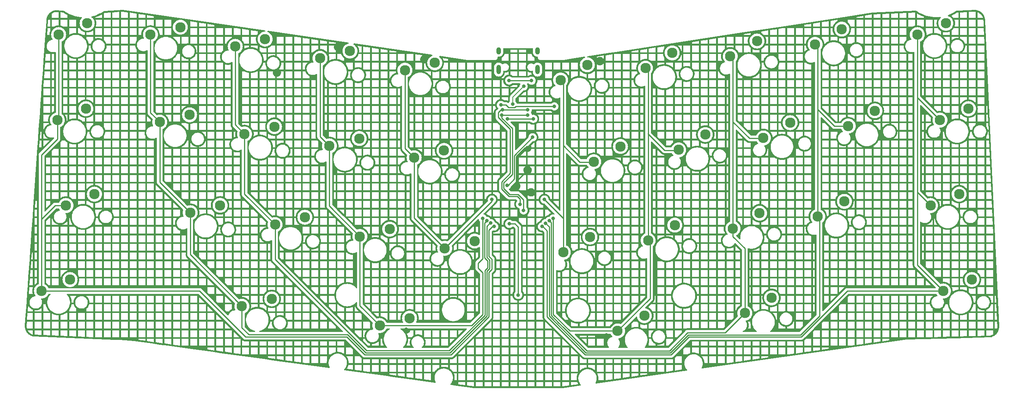
<source format=gbr>
%TF.GenerationSoftware,KiCad,Pcbnew,(6.99.0-222-g367431f825)*%
%TF.CreationDate,2022-01-18T12:08:00+01:00*%
%TF.ProjectId,Adalyn,4164616c-796e-42e6-9b69-6361645f7063,rev?*%
%TF.SameCoordinates,Original*%
%TF.FileFunction,Copper,L1,Top*%
%TF.FilePolarity,Positive*%
%FSLAX46Y46*%
G04 Gerber Fmt 4.6, Leading zero omitted, Abs format (unit mm)*
G04 Created by KiCad (PCBNEW (6.99.0-222-g367431f825)) date 2022-01-18 12:08:00*
%MOMM*%
%LPD*%
G01*
G04 APERTURE LIST*
%TA.AperFunction,ComponentPad*%
%ADD10C,2.300000*%
%TD*%
%TA.AperFunction,ComponentPad*%
%ADD11O,1.000000X1.600000*%
%TD*%
%TA.AperFunction,ComponentPad*%
%ADD12O,1.000000X2.100000*%
%TD*%
%TA.AperFunction,ViaPad*%
%ADD13C,0.800000*%
%TD*%
%TA.AperFunction,Conductor*%
%ADD14C,0.250000*%
%TD*%
%TA.AperFunction,Conductor*%
%ADD15C,0.200000*%
%TD*%
G04 APERTURE END LIST*
D10*
%TO.P,MX1,1,COL*%
%TO.N,Col0*%
X43414098Y-49965797D03*
%TO.P,MX1,2,ROW*%
%TO.N,Net-(D101-A)*%
X49764098Y-47425797D03*
%TD*%
%TO.P,MX2,1,COL*%
%TO.N,Col0*%
X43128345Y-69015792D03*
%TO.P,MX2,2,ROW*%
%TO.N,Net-(D106-A)_1*%
X49478345Y-66475792D03*
%TD*%
%TO.P,MX3,1,COL*%
%TO.N,Col0*%
X45033349Y-88065792D03*
%TO.P,MX3,2,ROW*%
%TO.N,Net-(D111-A)_1*%
X51383349Y-85525792D03*
%TD*%
%TO.P,MX4,1,COL*%
%TO.N,Col1*%
X63836391Y-49938989D03*
%TO.P,MX4,2,ROW*%
%TO.N,Net-(D101-A)_1*%
X70478093Y-48307457D03*
%TD*%
%TO.P,MX5,1,COL*%
%TO.N,Col1*%
X65901296Y-69466409D03*
%TO.P,MX5,2,ROW*%
%TO.N,Net-(D106-A)*%
X72542998Y-67834877D03*
%TD*%
%TO.P,MX6,1,COL*%
%TO.N,Col1*%
X72682351Y-89656637D03*
%TO.P,MX6,2,ROW*%
%TO.N,Net-(D111-A)*%
X79324053Y-88025105D03*
%TD*%
%TO.P,MX7,1,COL*%
%TO.N,Col2*%
X82700997Y-52590242D03*
%TO.P,MX7,2,ROW*%
%TO.N,Net-(D102-A)*%
X89342699Y-50958710D03*
%TD*%
%TO.P,MX8,1,COL*%
%TO.N,Col2*%
X84765902Y-72117660D03*
%TO.P,MX8,2,ROW*%
%TO.N,Net-(D107-A)_1*%
X91407604Y-70486128D03*
%TD*%
%TO.P,MX9,1,COL*%
%TO.N,Col2*%
X91546955Y-92307891D03*
%TO.P,MX9,2,ROW*%
%TO.N,Net-(D112-A)*%
X98188657Y-90676359D03*
%TD*%
%TO.P,MX10,1,COL*%
%TO.N,Col0*%
X39604097Y-107115795D03*
%TO.P,MX10,2,ROW*%
%TO.N,Net-(D115-A)_1*%
X45954097Y-104575795D03*
%TD*%
%TO.P,MX11,1,COL*%
%TO.N,Col3*%
X101565604Y-55241485D03*
%TO.P,MX11,2,ROW*%
%TO.N,Net-(D102-A)_1*%
X108207306Y-53609953D03*
%TD*%
%TO.P,MX12,1,COL*%
%TO.N,Col3*%
X103630510Y-74768904D03*
%TO.P,MX12,2,ROW*%
%TO.N,Net-(D107-A)*%
X110272212Y-73137372D03*
%TD*%
%TO.P,MX13,1,COL*%
%TO.N,Col3*%
X110411562Y-94959137D03*
%TO.P,MX13,2,ROW*%
%TO.N,Net-(D112-A)_1*%
X117053264Y-93327605D03*
%TD*%
%TO.P,MX15,1,COL*%
%TO.N,Col1*%
X84179558Y-110509686D03*
%TO.P,MX15,2,ROW*%
%TO.N,Net-(D115-A)*%
X90821260Y-108878154D03*
%TD*%
%TO.P,MX16,1,COL*%
%TO.N,Col4*%
X120430211Y-57892733D03*
%TO.P,MX16,2,ROW*%
%TO.N,Net-(D103-A)_1*%
X127071913Y-56261201D03*
%TD*%
%TO.P,MX18,1,COL*%
%TO.N,Col4*%
X129276170Y-97610381D03*
%TO.P,MX18,2,ROW*%
%TO.N,Net-(D118-A)_1*%
X135917872Y-95978849D03*
%TD*%
%TO.P,MX19,1,COL*%
%TO.N,Col3*%
X114834545Y-114817958D03*
%TO.P,MX19,2,ROW*%
%TO.N,Net-(D116-A)*%
X121476247Y-113186426D03*
%TD*%
%TO.P,MX20,1,COL*%
%TO.N,Col5*%
X155072438Y-60097280D03*
%TO.P,MX20,2,ROW*%
%TO.N,Net-(D103-A)*%
X161007141Y-56698250D03*
%TD*%
%TO.P,MX21,1,COL*%
%TO.N,Col5*%
X162439835Y-78299077D03*
%TO.P,MX21,2,ROW*%
%TO.N,Net-(D108-A)*%
X168374538Y-74900047D03*
%TD*%
%TO.P,MX22,1,COL*%
%TO.N,Col5*%
X155658783Y-98489305D03*
%TO.P,MX22,2,ROW*%
%TO.N,Net-(D118-A)*%
X161593486Y-95090275D03*
%TD*%
%TO.P,MX23,1,COL*%
%TO.N,Col6*%
X173937048Y-57446036D03*
%TO.P,MX23,2,ROW*%
%TO.N,Net-(D104-A)*%
X179871751Y-54047006D03*
%TD*%
%TO.P,MX24,1,COL*%
%TO.N,Col6*%
X181304443Y-75647831D03*
%TO.P,MX24,2,ROW*%
%TO.N,Net-(D109-A)*%
X187239146Y-72248801D03*
%TD*%
%TO.P,MX25,1,COL*%
%TO.N,Col6*%
X174523387Y-95838060D03*
%TO.P,MX25,2,ROW*%
%TO.N,Net-(D113-A)_1*%
X180458090Y-92439030D03*
%TD*%
%TO.P,MX26,1,COL*%
%TO.N,Col6*%
X167742335Y-116028289D03*
%TO.P,MX26,2,ROW*%
%TO.N,Net-(D116-A)_1*%
X173677038Y-112629259D03*
%TD*%
%TO.P,MX27,1,COL*%
%TO.N,Col7*%
X192801649Y-54794783D03*
%TO.P,MX27,2,ROW*%
%TO.N,Net-(D104-A)_1*%
X198736352Y-51395753D03*
%TD*%
%TO.P,MX28,1,COL*%
%TO.N,Col7*%
X200169047Y-72996582D03*
%TO.P,MX28,2,ROW*%
%TO.N,Net-(D109-A)_1*%
X206103750Y-69597552D03*
%TD*%
%TO.P,MX29,1,COL*%
%TO.N,Col7*%
X193387997Y-93186808D03*
%TO.P,MX29,2,ROW*%
%TO.N,Net-(D113-A)*%
X199322700Y-89787778D03*
%TD*%
%TO.P,MX30,1,COL*%
%TO.N,Col7*%
X196039240Y-112051417D03*
%TO.P,MX30,2,ROW*%
%TO.N,Net-(D117-A)*%
X201973943Y-108652387D03*
%TD*%
%TO.P,MX32,1,COL*%
%TO.N,Col8*%
X211666259Y-52143539D03*
%TO.P,MX32,2,ROW*%
%TO.N,Net-(D105-A)*%
X217600962Y-48744509D03*
%TD*%
%TO.P,MX33,1,COL*%
%TO.N,Col8*%
X219033656Y-70345336D03*
%TO.P,MX33,2,ROW*%
%TO.N,Net-(D110-A)_1*%
X224968359Y-66946306D03*
%TD*%
%TO.P,MX34,1,COL*%
%TO.N,Col8*%
X212252601Y-90535565D03*
%TO.P,MX34,2,ROW*%
%TO.N,Net-(D114-A)_1*%
X218187304Y-87136535D03*
%TD*%
%TO.P,MX35,1,COL*%
%TO.N,Col9*%
X240200597Y-107115797D03*
%TO.P,MX35,2,ROW*%
%TO.N,Net-(D117-A)_1*%
X246550597Y-104575797D03*
%TD*%
%TO.P,MX36,1,COL*%
%TO.N,Col9*%
X234390348Y-49965797D03*
%TO.P,MX36,2,ROW*%
%TO.N,Net-(D105-A)_1*%
X240740348Y-47425797D03*
%TD*%
%TO.P,MX37,1,COL*%
%TO.N,Col9*%
X239438600Y-69015795D03*
%TO.P,MX37,2,ROW*%
%TO.N,Net-(D110-A)*%
X245788600Y-66475795D03*
%TD*%
%TO.P,MX38,1,COL*%
%TO.N,Col9*%
X237343100Y-88065798D03*
%TO.P,MX38,2,ROW*%
%TO.N,Net-(D114-A)*%
X243693100Y-85525798D03*
%TD*%
%TO.P,MX17,1,COL*%
%TO.N,Col4*%
X122495114Y-77420156D03*
%TO.P,MX17,2,ROW*%
%TO.N,Net-(D108-A)_1*%
X129136816Y-75788624D03*
%TD*%
D11*
%TO.P,USB101,13,SHIELD*%
%TO.N,Earth*%
X141284099Y-53570796D03*
D12*
X141284099Y-57750796D03*
D11*
X149924099Y-53570796D03*
D12*
X149924099Y-57750796D03*
%TD*%
D13*
%TO.N,ROW0*%
X147724099Y-66730796D03*
X142104099Y-66740796D03*
X146040000Y-87760000D03*
%TO.N,Net-(D103-A)*%
X153670000Y-65960000D03*
X141780000Y-65640000D03*
%TO.N,ROW1*%
X142004099Y-67890796D03*
X147734099Y-67890796D03*
X146830000Y-89140000D03*
%TO.N,Net-(D108-A)_1*%
X148994099Y-68750796D03*
X143214099Y-68750796D03*
%TO.N,ROW3*%
X145630000Y-108000000D03*
X143640000Y-92150000D03*
%TO.N,Col0*%
X140280000Y-92750000D03*
%TO.N,Col1*%
X139510000Y-91970000D03*
%TO.N,Col2*%
X138640000Y-91470000D03*
%TO.N,Col3*%
X137745000Y-90915000D03*
%TO.N,Col4*%
X139784895Y-86740000D03*
%TO.N,Col5*%
X151469204Y-86730796D03*
%TO.N,Col6*%
X153410000Y-90950000D03*
%TO.N,Col7*%
X152560000Y-91480000D03*
%TO.N,Col8*%
X151700000Y-92010000D03*
%TO.N,Col9*%
X150940000Y-92750000D03*
%TO.N,GND*%
X147654099Y-75180796D03*
X124730000Y-55480000D03*
X91970000Y-58420000D03*
X163800000Y-55880000D03*
X147710000Y-80180000D03*
X145204099Y-83700796D03*
X148474099Y-85130796D03*
X120750000Y-115690000D03*
X165280000Y-116940000D03*
X105570000Y-52720000D03*
%TO.N,VBUS*%
X148604099Y-60220796D03*
X143603946Y-60195643D03*
%TO.N,Net-(U1-PC1/~RESET)*%
X148836240Y-72842937D03*
X143144099Y-83540796D03*
%TO.N,D+*%
X144385000Y-65485000D03*
X146841599Y-61503296D03*
%TD*%
D14*
%TO.N,ROW0*%
X145413802Y-86029520D02*
X146040000Y-86655718D01*
X141809204Y-66740796D02*
X141220000Y-67330000D01*
X147724099Y-66730796D02*
X142114099Y-66730796D01*
X141970068Y-82784215D02*
X141970068Y-84415786D01*
X142104099Y-66740796D02*
X141809204Y-66740796D01*
X141817902Y-69014930D02*
X143855539Y-71052567D01*
X143855539Y-71052567D02*
X143855539Y-80898743D01*
X143583803Y-86029520D02*
X145413802Y-86029520D01*
X143855539Y-80898743D02*
X141970068Y-82784215D01*
X142114099Y-66730796D02*
X142104099Y-66740796D01*
X141220000Y-67330000D02*
X141220000Y-68417029D01*
X146040000Y-86655718D02*
X146040000Y-87760000D01*
X141220000Y-68417029D02*
X141817902Y-69014930D01*
X141970068Y-84415786D02*
X143583803Y-86029520D01*
%TO.N,Net-(D103-A)*%
X144880489Y-66209511D02*
X143449511Y-66209511D01*
X142880000Y-65640000D02*
X141780000Y-65640000D01*
X141780000Y-65640000D02*
X141680000Y-65640000D01*
X143449511Y-66209511D02*
X142880000Y-65640000D01*
X153670000Y-65960000D02*
X145130000Y-65960000D01*
X145130000Y-65960000D02*
X144880489Y-66209511D01*
%TO.N,ROW1*%
X145600000Y-85580000D02*
X146820000Y-86800000D01*
X144305059Y-70866370D02*
X144305059Y-77110796D01*
X142004099Y-67890796D02*
X147734099Y-67890796D01*
X146820000Y-86800000D02*
X146830000Y-89140000D01*
X142419588Y-82970412D02*
X142419588Y-84229588D01*
X143880000Y-81510000D02*
X142419588Y-82970412D01*
X144305059Y-81084941D02*
X143880000Y-81510000D01*
X144305059Y-77110796D02*
X144305059Y-81084941D01*
X142004099Y-67890796D02*
X142004099Y-68565410D01*
X143770000Y-85580000D02*
X145600000Y-85580000D01*
X142419588Y-84229588D02*
X143770000Y-85580000D01*
X142004099Y-68565410D02*
X144305059Y-70866370D01*
X146830000Y-89140000D02*
X146820000Y-89140000D01*
%TO.N,Net-(D108-A)_1*%
X148994099Y-68750796D02*
X149114099Y-68870796D01*
X143214099Y-68750796D02*
X148994099Y-68750796D01*
%TO.N,ROW3*%
X145630000Y-92890000D02*
X144890000Y-92150000D01*
X144890000Y-92150000D02*
X143640000Y-92150000D01*
X145630000Y-108000000D02*
X145630000Y-92890000D01*
%TO.N,Col0*%
X42622402Y-88065792D02*
X39604097Y-91084097D01*
X139093560Y-99392125D02*
X139729040Y-100027606D01*
X74755795Y-107115795D02*
X39604097Y-107115795D01*
X139108560Y-112888594D02*
X130668113Y-121329040D01*
X39604097Y-91084097D02*
X39604097Y-76755903D01*
X39604097Y-107115795D02*
X39604097Y-91084097D01*
X139108560Y-102930000D02*
X139108560Y-112888594D01*
X139940000Y-92750000D02*
X139093560Y-93596440D01*
X43414098Y-68730039D02*
X43128345Y-69015792D01*
X43414098Y-49965797D02*
X43414098Y-68730039D01*
X139093560Y-93596440D02*
X139093560Y-99392125D01*
X84969040Y-117329040D02*
X74755795Y-107115795D01*
X39604097Y-76755903D02*
X43128345Y-73231655D01*
X130668113Y-121329040D02*
X111521887Y-121329040D01*
X45033349Y-88065792D02*
X42622402Y-88065792D01*
X139729039Y-100820000D02*
X139729039Y-102309521D01*
X139729039Y-102309521D02*
X139108560Y-102930000D01*
X140280000Y-92750000D02*
X139940000Y-92750000D01*
X139729040Y-100027606D02*
X139729039Y-100820000D01*
X43128345Y-69015792D02*
X43128345Y-73231655D01*
X109054282Y-118855718D02*
X107527604Y-117329040D01*
X109054282Y-118861435D02*
X109054282Y-118855718D01*
X107527604Y-117329040D02*
X84969040Y-117329040D01*
X111521887Y-121329040D02*
X109054282Y-118861435D01*
%TO.N,Col1*%
X130481916Y-120879520D02*
X111708085Y-120879520D01*
X110652141Y-119823576D02*
X110652141Y-119817859D01*
X139350000Y-91970000D02*
X138644040Y-92675960D01*
X84179558Y-115339558D02*
X84179558Y-110509686D01*
X72682351Y-99012479D02*
X84179558Y-110509686D01*
X85719520Y-116879520D02*
X84179558Y-115339558D01*
X111708085Y-120879520D02*
X110652141Y-119823576D01*
X139279520Y-102096198D02*
X138659040Y-102716678D01*
X138644040Y-92675960D02*
X138644040Y-99578322D01*
X107713802Y-116879520D02*
X85719520Y-116879520D01*
X63836391Y-49938989D02*
X63836391Y-67401504D01*
X138644040Y-99578322D02*
X139279520Y-100213803D01*
X110652141Y-119817859D02*
X107713802Y-116879520D01*
X72682351Y-89656637D02*
X72682351Y-99012479D01*
X139279520Y-100213803D02*
X139279520Y-102096198D01*
X139510000Y-91970000D02*
X139350000Y-91970000D01*
X138659040Y-102716678D02*
X138659040Y-112702396D01*
X138659040Y-112702396D02*
X130481916Y-120879520D01*
X65901296Y-69466409D02*
X65901296Y-82875582D01*
X63836391Y-67401504D02*
X65901296Y-69466409D01*
X65901296Y-82875582D02*
X72682351Y-89656637D01*
%TO.N,Col2*%
X84765902Y-85526838D02*
X91546955Y-92307891D01*
X84765902Y-72117660D02*
X84765902Y-85526838D01*
X138209520Y-112516198D02*
X130295718Y-120430000D01*
X91546955Y-92307891D02*
X91546955Y-100076955D01*
X138665000Y-102075000D02*
X138209520Y-102530480D01*
X91546955Y-100076955D02*
X111895000Y-120425000D01*
X138209520Y-102989520D02*
X138209520Y-103209520D01*
X138194520Y-99764520D02*
X138830000Y-100400000D01*
X138830000Y-100400000D02*
X138830000Y-101910000D01*
X138640000Y-91470000D02*
X138194520Y-91915480D01*
X138194520Y-93410000D02*
X138194520Y-99764520D01*
X138194520Y-91915480D02*
X138194520Y-93410000D01*
X111894282Y-120430000D02*
X130290000Y-120430000D01*
X82700997Y-52590242D02*
X82700997Y-70052755D01*
X82700997Y-70052755D02*
X84765902Y-72117660D01*
X138830000Y-101910000D02*
X138665000Y-102075000D01*
X138209520Y-102989520D02*
X138209520Y-112516198D01*
X138209520Y-102530480D02*
X138209520Y-102989520D01*
%TO.N,Col3*%
X103630510Y-74768904D02*
X103630510Y-88178085D01*
X110411562Y-110394975D02*
X114834545Y-114817958D01*
X136726133Y-101996133D02*
X137760000Y-103030000D01*
X103630510Y-88178085D02*
X110411562Y-94959137D01*
X137745000Y-99929820D02*
X136726133Y-100948687D01*
X101565604Y-72703998D02*
X103630510Y-74768904D01*
X135272042Y-114817958D02*
X114834545Y-114817958D01*
X101565604Y-55241485D02*
X101565604Y-72703998D01*
X136726133Y-100948687D02*
X136726133Y-101996133D01*
X137760000Y-112330000D02*
X135272042Y-114817958D01*
X137760000Y-103030000D02*
X137760000Y-112330000D01*
X137745000Y-90915000D02*
X137745000Y-99929820D01*
X110411562Y-94959137D02*
X110411562Y-110394975D01*
%TO.N,Col4*%
X139784895Y-87101656D02*
X139784895Y-86740000D01*
X122495114Y-90829325D02*
X129276170Y-97610381D01*
X120430211Y-57892733D02*
X120430211Y-75355253D01*
X129276170Y-97610381D02*
X139784895Y-87101656D01*
X120430211Y-75355253D02*
X122495114Y-77420156D01*
X122495114Y-77420156D02*
X122495114Y-90829325D01*
%TO.N,Col5*%
X155658783Y-90920375D02*
X155658783Y-98489305D01*
X155658783Y-60683625D02*
X155658783Y-98489305D01*
X151469204Y-86730796D02*
X155658783Y-90920375D01*
X155072438Y-60097280D02*
X155658783Y-60683625D01*
X162453118Y-78380000D02*
X159350000Y-78380000D01*
X159350000Y-78380000D02*
X155672063Y-74702063D01*
%TO.N,Col6*%
X157110000Y-116030000D02*
X157111711Y-116028289D01*
X167742335Y-116028289D02*
X174950000Y-108820624D01*
X153410000Y-112330000D02*
X157110000Y-116030000D01*
X174950000Y-108820624D02*
X174950000Y-96264673D01*
X181293118Y-75750000D02*
X178190000Y-75750000D01*
X174950000Y-96264673D02*
X174523387Y-95838060D01*
X178190000Y-75750000D02*
X174512063Y-72072063D01*
X157111711Y-116028289D02*
X167742335Y-116028289D01*
X173937048Y-57446036D02*
X174523387Y-58032375D01*
X174523387Y-58032375D02*
X174523387Y-95838060D01*
X153410000Y-90950000D02*
X153410000Y-112330000D01*
%TO.N,Col7*%
X154622141Y-114177859D02*
X155682141Y-115237859D01*
X179290000Y-120450000D02*
X183280000Y-116460000D01*
X152960480Y-94720000D02*
X152960480Y-112516198D01*
X200173118Y-73080000D02*
X197070000Y-73080000D01*
X192801649Y-54794783D02*
X193387997Y-55381131D01*
X197070000Y-73080000D02*
X193392063Y-69402063D01*
X152960480Y-112516198D02*
X154622141Y-114177859D01*
X152960480Y-91880480D02*
X152960480Y-94720000D01*
X196039240Y-112051417D02*
X196039240Y-97659240D01*
X193387997Y-55381131D02*
X193387997Y-93186808D01*
X193387997Y-95007997D02*
X193387997Y-93186808D01*
X191630657Y-116460000D02*
X196039240Y-112051417D01*
X155682141Y-115237859D02*
X156923802Y-116479520D01*
X160894282Y-120450000D02*
X179290000Y-120450000D01*
X152560000Y-91480000D02*
X152960480Y-91880480D01*
X155682141Y-115237859D02*
X160894282Y-120450000D01*
X196039240Y-97659240D02*
X193387997Y-95007997D01*
X183280000Y-116460000D02*
X191630657Y-116460000D01*
%TO.N,Col8*%
X212620000Y-112680000D02*
X212620000Y-90902964D01*
X151700000Y-92010000D02*
X152510960Y-92820960D01*
X211666259Y-52143539D02*
X212252601Y-52729881D01*
X183466198Y-116909520D02*
X208390480Y-116909520D01*
X152510960Y-92820960D02*
X152510960Y-112702396D01*
X179476198Y-120899520D02*
X183466198Y-116909520D01*
X215930538Y-70345336D02*
X212252601Y-66667399D01*
X208390480Y-116909520D02*
X212620000Y-112680000D01*
X152510960Y-112702396D02*
X160708084Y-120899520D01*
X212620000Y-90902964D02*
X212252601Y-90535565D01*
X219033656Y-70345336D02*
X215930538Y-70345336D01*
X160708084Y-120899520D02*
X179476198Y-120899520D01*
X212252601Y-52729881D02*
X212252601Y-66667399D01*
X212252601Y-66667399D02*
X212252601Y-90535565D01*
%TO.N,Col9*%
X152061440Y-93741440D02*
X152061440Y-112888594D01*
X179662396Y-121349040D02*
X183652396Y-117359040D01*
X237343100Y-88065798D02*
X234390348Y-85113046D01*
X240200597Y-107115797D02*
X218819921Y-107115797D01*
X183652396Y-117359040D02*
X208576678Y-117359040D01*
X234390348Y-49965797D02*
X234390348Y-62860348D01*
X234390348Y-85113046D02*
X234390348Y-84100348D01*
X160521887Y-121349040D02*
X179662396Y-121349040D01*
X234390348Y-62860348D02*
X234390348Y-84100348D01*
X234390348Y-84100348D02*
X234390348Y-101305548D01*
X239438600Y-69015795D02*
X234390348Y-63967543D01*
X218819921Y-107115797D02*
X218257859Y-107677859D01*
X150940000Y-92750000D02*
X151070000Y-92750000D01*
X208576678Y-117359040D02*
X218257859Y-107677859D01*
X234390348Y-63967543D02*
X234390348Y-62860348D01*
X151070000Y-92750000D02*
X152061440Y-93741440D01*
X152061440Y-112888594D02*
X160521887Y-121349040D01*
X234390348Y-101305548D02*
X240200597Y-107115797D01*
%TO.N,GND*%
X148474099Y-85130796D02*
X146124099Y-85130796D01*
X147647146Y-85049197D02*
X146121839Y-85049196D01*
X145204099Y-82685901D02*
X147710000Y-80180000D01*
X145204099Y-83700796D02*
X145204099Y-82685901D01*
X145204099Y-84210796D02*
X145204099Y-83700796D01*
X145204099Y-77110796D02*
X147064099Y-75250796D01*
X147064099Y-75250796D02*
X147134099Y-75180796D01*
X145204099Y-83700796D02*
X145204099Y-77110796D01*
X147134099Y-75180796D02*
X147654099Y-75180796D01*
X146124099Y-85130796D02*
X145204099Y-84210796D01*
%TO.N,VBUS*%
X143603946Y-60195643D02*
X148578946Y-60195643D01*
X148578946Y-60195643D02*
X148604099Y-60220796D01*
%TO.N,Net-(U1-PC1/~RESET)*%
X144754579Y-76924598D02*
X148836240Y-72842937D01*
X144754579Y-82150316D02*
X144754579Y-76924598D01*
X143144099Y-83540796D02*
X143364099Y-83540796D01*
X148836240Y-72842937D02*
X148868381Y-72810796D01*
X143364099Y-83540796D02*
X144754579Y-82150316D01*
D15*
%TO.N,D+*%
X144385000Y-65485000D02*
X144385000Y-63959895D01*
X144385000Y-63959895D02*
X146841599Y-61503296D01*
%TD*%
%TA.AperFunction,Conductor*%
%TO.N,GND*%
G36*
X247330403Y-44452873D02*
G01*
X247378738Y-44455797D01*
X247393842Y-44457631D01*
X247439134Y-44465931D01*
X247665464Y-44507408D01*
X247680226Y-44511046D01*
X247943890Y-44593207D01*
X247958099Y-44598597D01*
X248209917Y-44711930D01*
X248223385Y-44718999D01*
X248459708Y-44861861D01*
X248472231Y-44870504D01*
X248689606Y-45040807D01*
X248700994Y-45050896D01*
X248896257Y-45246158D01*
X248906346Y-45257546D01*
X249031264Y-45416991D01*
X249076652Y-45474925D01*
X249085294Y-45487446D01*
X249228158Y-45723773D01*
X249235221Y-45737229D01*
X249346619Y-45984745D01*
X249348556Y-45989049D01*
X249353950Y-46003271D01*
X249413162Y-46193289D01*
X249436106Y-46266919D01*
X249439747Y-46281692D01*
X249489523Y-46553311D01*
X249491357Y-46568415D01*
X249505946Y-46809592D01*
X249504689Y-46836302D01*
X249504686Y-46836522D01*
X249503305Y-46845393D01*
X249509317Y-46891361D01*
X249510251Y-46901989D01*
X251033919Y-80510600D01*
X252597970Y-115010001D01*
X252596600Y-115035085D01*
X252595151Y-115044393D01*
X252596315Y-115053295D01*
X252596315Y-115053299D01*
X252597447Y-115061952D01*
X252598297Y-115085627D01*
X252584097Y-115329025D01*
X252582390Y-115343603D01*
X252535170Y-115610943D01*
X252531780Y-115625222D01*
X252454083Y-115884293D01*
X252453791Y-115885265D01*
X252448765Y-115899050D01*
X252348596Y-116130831D01*
X252341065Y-116148256D01*
X252334471Y-116161362D01*
X252224403Y-116351618D01*
X252198517Y-116396363D01*
X252190440Y-116408617D01*
X252028090Y-116626204D01*
X252018642Y-116637437D01*
X251833371Y-116833315D01*
X251832089Y-116834670D01*
X251821402Y-116844725D01*
X251776399Y-116882375D01*
X251613174Y-117018930D01*
X251601388Y-117027676D01*
X251397498Y-117161293D01*
X251374325Y-117176479D01*
X251361601Y-117183795D01*
X251306072Y-117211554D01*
X251118764Y-117305189D01*
X251105280Y-117310974D01*
X250849987Y-117403300D01*
X250835919Y-117407479D01*
X250605623Y-117461516D01*
X250579071Y-117464828D01*
X250569738Y-117464993D01*
X250567931Y-117465556D01*
X250566121Y-117465725D01*
X242718077Y-117671243D01*
X232164532Y-117947610D01*
X232159502Y-117947641D01*
X232138363Y-117947346D01*
X232137029Y-117947327D01*
X232132159Y-117947259D01*
X232127327Y-117947942D01*
X232123265Y-117948200D01*
X232123282Y-117948372D01*
X232118820Y-117948808D01*
X232114336Y-117948925D01*
X232086226Y-117953704D01*
X232082790Y-117954240D01*
X186568462Y-124390293D01*
X186498213Y-124380026D01*
X186444665Y-124333408D01*
X186424821Y-124265241D01*
X186441702Y-124202534D01*
X186460314Y-124170298D01*
X186460317Y-124170293D01*
X186462519Y-124166478D01*
X186464169Y-124162394D01*
X186464172Y-124162388D01*
X186567352Y-123907006D01*
X186567353Y-123907003D01*
X186569001Y-123902924D01*
X186578850Y-123863424D01*
X186636703Y-123631386D01*
X186637768Y-123627115D01*
X186638457Y-123620566D01*
X186667022Y-123348788D01*
X186667022Y-123348785D01*
X186667481Y-123344419D01*
X186667203Y-123336454D01*
X186657715Y-123064737D01*
X186657714Y-123064730D01*
X186657561Y-123060340D01*
X186656035Y-123051681D01*
X186608963Y-122784729D01*
X186608201Y-122780406D01*
X186606846Y-122776235D01*
X186606844Y-122776228D01*
X186521723Y-122514255D01*
X186520362Y-122510066D01*
X186496610Y-122461366D01*
X186459152Y-122384567D01*
X186395754Y-122254582D01*
X186393299Y-122250943D01*
X186393296Y-122250937D01*
X186239262Y-122022572D01*
X186239257Y-122022565D01*
X186236802Y-122018926D01*
X186207174Y-121986020D01*
X186049548Y-121810959D01*
X186049547Y-121810958D01*
X186046600Y-121807685D01*
X185861707Y-121652541D01*
X186442468Y-121652541D01*
X186532573Y-121752613D01*
X186535456Y-121755928D01*
X186542004Y-121763731D01*
X186544772Y-121767150D01*
X186555595Y-121781002D01*
X186558247Y-121784521D01*
X186564239Y-121792769D01*
X186566759Y-121796368D01*
X186725711Y-122032024D01*
X186728101Y-122035704D01*
X186733502Y-122044346D01*
X186735772Y-122048124D01*
X186744561Y-122063347D01*
X186746695Y-122067197D01*
X186751479Y-122076195D01*
X186753474Y-122080110D01*
X186878082Y-122335594D01*
X186879943Y-122339586D01*
X186884088Y-122348897D01*
X186885805Y-122352941D01*
X186892390Y-122369240D01*
X186893964Y-122373341D01*
X186897449Y-122382915D01*
X186898882Y-122387077D01*
X186986721Y-122657417D01*
X186988007Y-122661624D01*
X186990815Y-122671417D01*
X186991952Y-122675661D01*
X186996205Y-122692717D01*
X186997194Y-122696998D01*
X186999314Y-122706969D01*
X187000155Y-122711293D01*
X187049515Y-122991227D01*
X187050203Y-122995570D01*
X187051622Y-123005666D01*
X187052158Y-123010036D01*
X187053995Y-123027519D01*
X187054379Y-123031904D01*
X187055089Y-123042066D01*
X187055318Y-123046451D01*
X187059931Y-123178541D01*
X187746833Y-123178541D01*
X188144833Y-123178541D01*
X189670833Y-123178541D01*
X190068833Y-123178541D01*
X191594833Y-123178541D01*
X191992833Y-123178541D01*
X192295130Y-123178541D01*
X193518833Y-123005501D01*
X193518833Y-122949221D01*
X193916833Y-122949221D01*
X195442833Y-122733434D01*
X195442833Y-122677153D01*
X195840833Y-122677153D01*
X197366833Y-122461366D01*
X197366833Y-122405086D01*
X197764833Y-122405086D01*
X199290833Y-122189299D01*
X199290833Y-122133018D01*
X199688833Y-122133018D01*
X201214833Y-121917231D01*
X201214833Y-121652541D01*
X199688833Y-121652541D01*
X199688833Y-122133018D01*
X199290833Y-122133018D01*
X199290833Y-121652541D01*
X197764833Y-121652541D01*
X197764833Y-122405086D01*
X197366833Y-122405086D01*
X197366833Y-121652541D01*
X195840833Y-121652541D01*
X195840833Y-122677153D01*
X195442833Y-122677153D01*
X195442833Y-121652541D01*
X193916833Y-121652541D01*
X193916833Y-122949221D01*
X193518833Y-122949221D01*
X193518833Y-121652541D01*
X191992833Y-121652541D01*
X191992833Y-123178541D01*
X191594833Y-123178541D01*
X191594833Y-121652541D01*
X190068833Y-121652541D01*
X190068833Y-123178541D01*
X189670833Y-123178541D01*
X189670833Y-121652541D01*
X188144833Y-121652541D01*
X188144833Y-123178541D01*
X187746833Y-123178541D01*
X187746833Y-121652541D01*
X186442468Y-121652541D01*
X185861707Y-121652541D01*
X185828850Y-121624971D01*
X185587790Y-121474340D01*
X185328112Y-121358724D01*
X185054871Y-121280373D01*
X185050521Y-121279762D01*
X185050518Y-121279761D01*
X184940028Y-121264233D01*
X184871065Y-121254541D01*
X186220833Y-121254541D01*
X187746833Y-121254541D01*
X188144833Y-121254541D01*
X189670833Y-121254541D01*
X190068833Y-121254541D01*
X191594833Y-121254541D01*
X191992833Y-121254541D01*
X193518833Y-121254541D01*
X193916833Y-121254541D01*
X195442833Y-121254541D01*
X195840833Y-121254541D01*
X197366833Y-121254541D01*
X197764833Y-121254541D01*
X199290833Y-121254541D01*
X199688833Y-121254541D01*
X201214833Y-121254541D01*
X201612833Y-121254541D01*
X203138833Y-121254541D01*
X203536833Y-121254541D01*
X205062833Y-121254541D01*
X205460833Y-121254541D01*
X205901229Y-121254541D01*
X206986833Y-121101029D01*
X206986833Y-121044749D01*
X207384833Y-121044749D01*
X208910833Y-120828962D01*
X208910833Y-120772681D01*
X209308833Y-120772681D01*
X210834833Y-120556894D01*
X210834833Y-120500614D01*
X211232833Y-120500614D01*
X212758833Y-120284827D01*
X212758833Y-120228547D01*
X213156833Y-120228547D01*
X214682833Y-120012760D01*
X214682833Y-119728541D01*
X213156833Y-119728541D01*
X213156833Y-120228547D01*
X212758833Y-120228547D01*
X212758833Y-119728541D01*
X211232833Y-119728541D01*
X211232833Y-120500614D01*
X210834833Y-120500614D01*
X210834833Y-119728541D01*
X209308833Y-119728541D01*
X209308833Y-120772681D01*
X208910833Y-120772681D01*
X208910833Y-119728541D01*
X207384833Y-119728541D01*
X207384833Y-121044749D01*
X206986833Y-121044749D01*
X206986833Y-119728541D01*
X205460833Y-119728541D01*
X205460833Y-121254541D01*
X205062833Y-121254541D01*
X205062833Y-119728541D01*
X203536833Y-119728541D01*
X203536833Y-121254541D01*
X203138833Y-121254541D01*
X203138833Y-119728541D01*
X201612833Y-119728541D01*
X201612833Y-121254541D01*
X201214833Y-121254541D01*
X201214833Y-119728541D01*
X199688833Y-119728541D01*
X199688833Y-121254541D01*
X199290833Y-121254541D01*
X199290833Y-119728541D01*
X197764833Y-119728541D01*
X197764833Y-121254541D01*
X197366833Y-121254541D01*
X197366833Y-119728541D01*
X195840833Y-119728541D01*
X195840833Y-121254541D01*
X195442833Y-121254541D01*
X195442833Y-119728541D01*
X193916833Y-119728541D01*
X193916833Y-121254541D01*
X193518833Y-121254541D01*
X193518833Y-119728541D01*
X191992833Y-119728541D01*
X191992833Y-121254541D01*
X191594833Y-121254541D01*
X191594833Y-119728541D01*
X190068833Y-119728541D01*
X190068833Y-121254541D01*
X189670833Y-121254541D01*
X189670833Y-119728541D01*
X188144833Y-119728541D01*
X188144833Y-121254541D01*
X187746833Y-121254541D01*
X187746833Y-119728541D01*
X186220833Y-119728541D01*
X186220833Y-121254541D01*
X184871065Y-121254541D01*
X184773385Y-121240813D01*
X184560283Y-121240813D01*
X184558098Y-121240966D01*
X184558092Y-121240966D01*
X184352084Y-121255371D01*
X184352079Y-121255372D01*
X184347699Y-121255678D01*
X184069658Y-121314778D01*
X184065527Y-121316282D01*
X184065522Y-121316283D01*
X183952247Y-121357512D01*
X183802548Y-121411998D01*
X183798661Y-121414065D01*
X183555460Y-121543376D01*
X183555454Y-121543380D01*
X183551568Y-121545446D01*
X183548008Y-121548032D01*
X183548004Y-121548035D01*
X183392347Y-121661127D01*
X183321603Y-121712526D01*
X183318439Y-121715582D01*
X183318436Y-121715584D01*
X183120291Y-121906930D01*
X183120288Y-121906934D01*
X183117129Y-121909984D01*
X182942126Y-122133978D01*
X182876470Y-122247697D01*
X182803296Y-122374438D01*
X182799999Y-122380148D01*
X182798349Y-122384232D01*
X182798346Y-122384238D01*
X182728491Y-122557137D01*
X182693517Y-122643702D01*
X182692453Y-122647971D01*
X182692452Y-122647973D01*
X182686607Y-122671417D01*
X182624750Y-122919511D01*
X182624291Y-122923881D01*
X182624290Y-122923885D01*
X182609486Y-123064737D01*
X182595037Y-123202207D01*
X182595190Y-123206595D01*
X182595190Y-123206601D01*
X182604792Y-123481554D01*
X182604957Y-123486286D01*
X182605719Y-123490609D01*
X182605720Y-123490616D01*
X182628634Y-123620566D01*
X182654317Y-123766220D01*
X182655672Y-123770391D01*
X182655674Y-123770398D01*
X182697159Y-123898074D01*
X182742156Y-124036560D01*
X182744084Y-124040513D01*
X182744086Y-124040518D01*
X182760511Y-124074194D01*
X182866764Y-124292044D01*
X182869219Y-124295683D01*
X182869222Y-124295689D01*
X183023256Y-124524054D01*
X183023261Y-124524061D01*
X183025716Y-124527700D01*
X183079517Y-124587452D01*
X183157694Y-124674277D01*
X183188412Y-124738284D01*
X183179647Y-124808738D01*
X183134184Y-124863269D01*
X183081700Y-124883346D01*
X181797593Y-125064928D01*
X162974860Y-127726598D01*
X162904611Y-127716331D01*
X162851063Y-127669713D01*
X162831219Y-127601546D01*
X162848100Y-127538839D01*
X162856038Y-127525091D01*
X162881761Y-127480537D01*
X162883411Y-127476453D01*
X162883414Y-127476447D01*
X162986594Y-127221065D01*
X162986595Y-127221062D01*
X162988243Y-127216983D01*
X163057010Y-126941174D01*
X163057699Y-126934625D01*
X163086264Y-126662847D01*
X163086264Y-126662844D01*
X163086723Y-126658478D01*
X163086392Y-126648986D01*
X163076957Y-126378796D01*
X163076956Y-126378789D01*
X163076803Y-126374399D01*
X163074629Y-126362065D01*
X163028205Y-126098788D01*
X163027443Y-126094465D01*
X163026088Y-126090294D01*
X163026086Y-126090287D01*
X162940965Y-125828314D01*
X162939604Y-125824125D01*
X162934071Y-125812779D01*
X162879618Y-125701136D01*
X162814996Y-125568641D01*
X162812541Y-125565002D01*
X162812538Y-125564996D01*
X162769063Y-125500541D01*
X163224597Y-125500541D01*
X163297324Y-125649653D01*
X163299185Y-125653645D01*
X163303330Y-125662956D01*
X163305047Y-125667000D01*
X163311632Y-125683299D01*
X163313206Y-125687400D01*
X163316691Y-125696974D01*
X163318124Y-125701136D01*
X163405963Y-125971476D01*
X163407249Y-125975683D01*
X163410057Y-125985476D01*
X163411194Y-125989720D01*
X163415447Y-126006776D01*
X163416436Y-126011057D01*
X163418556Y-126021028D01*
X163419397Y-126025352D01*
X163468757Y-126305286D01*
X163469445Y-126309629D01*
X163470864Y-126319725D01*
X163471400Y-126324095D01*
X163473237Y-126341578D01*
X163473621Y-126345963D01*
X163474331Y-126356125D01*
X163474560Y-126360510D01*
X163484480Y-126644589D01*
X163484557Y-126648986D01*
X163484557Y-126659172D01*
X163484480Y-126663566D01*
X163483867Y-126681134D01*
X163483637Y-126685527D01*
X163482926Y-126695697D01*
X163482543Y-126700081D01*
X163452830Y-126982777D01*
X163452294Y-126987143D01*
X163450875Y-126997239D01*
X163450186Y-127001586D01*
X163447133Y-127018897D01*
X163446294Y-127023211D01*
X163445586Y-127026541D01*
X164658833Y-127026541D01*
X165056833Y-127026541D01*
X165082938Y-127026541D01*
X166582833Y-126814445D01*
X166582833Y-126758165D01*
X166980833Y-126758165D01*
X168506833Y-126542378D01*
X168506833Y-126486097D01*
X168904833Y-126486097D01*
X170430833Y-126270310D01*
X170430833Y-126214030D01*
X170828833Y-126214030D01*
X172354833Y-125998243D01*
X172354833Y-125941963D01*
X172752833Y-125941963D01*
X174278833Y-125726176D01*
X174278833Y-125500541D01*
X172752833Y-125500541D01*
X172752833Y-125941963D01*
X172354833Y-125941963D01*
X172354833Y-125500541D01*
X170828833Y-125500541D01*
X170828833Y-126214030D01*
X170430833Y-126214030D01*
X170430833Y-125500541D01*
X168904833Y-125500541D01*
X168904833Y-126486097D01*
X168506833Y-126486097D01*
X168506833Y-125500541D01*
X166980833Y-125500541D01*
X166980833Y-126758165D01*
X166582833Y-126758165D01*
X166582833Y-125500541D01*
X165056833Y-125500541D01*
X165056833Y-127026541D01*
X164658833Y-127026541D01*
X164658833Y-125500541D01*
X163224597Y-125500541D01*
X162769063Y-125500541D01*
X162658504Y-125336631D01*
X162658499Y-125336624D01*
X162656044Y-125332985D01*
X162555203Y-125220989D01*
X162468790Y-125125018D01*
X162468789Y-125125017D01*
X162465842Y-125121744D01*
X162442957Y-125102541D01*
X163132833Y-125102541D01*
X164658833Y-125102541D01*
X165056833Y-125102541D01*
X166582833Y-125102541D01*
X166980833Y-125102541D01*
X168506833Y-125102541D01*
X168904833Y-125102541D01*
X170430833Y-125102541D01*
X170828833Y-125102541D01*
X172354833Y-125102541D01*
X172752833Y-125102541D01*
X174278833Y-125102541D01*
X174676833Y-125102541D01*
X176202833Y-125102541D01*
X176600833Y-125102541D01*
X178126833Y-125102541D01*
X178524833Y-125102541D01*
X178689033Y-125102541D01*
X180050833Y-124909973D01*
X180050833Y-124853693D01*
X180448833Y-124853693D01*
X181974833Y-124637906D01*
X181974833Y-123576541D01*
X180448833Y-123576541D01*
X180448833Y-124853693D01*
X180050833Y-124853693D01*
X180050833Y-123576541D01*
X178524833Y-123576541D01*
X178524833Y-125102541D01*
X178126833Y-125102541D01*
X178126833Y-123576541D01*
X176600833Y-123576541D01*
X176600833Y-125102541D01*
X176202833Y-125102541D01*
X176202833Y-123576541D01*
X174676833Y-123576541D01*
X174676833Y-125102541D01*
X174278833Y-125102541D01*
X174278833Y-123576541D01*
X172752833Y-123576541D01*
X172752833Y-125102541D01*
X172354833Y-125102541D01*
X172354833Y-123576541D01*
X170828833Y-123576541D01*
X170828833Y-125102541D01*
X170430833Y-125102541D01*
X170430833Y-123576541D01*
X168904833Y-123576541D01*
X168904833Y-125102541D01*
X168506833Y-125102541D01*
X168506833Y-123576541D01*
X166980833Y-123576541D01*
X166980833Y-125102541D01*
X166582833Y-125102541D01*
X166582833Y-123576541D01*
X165056833Y-123576541D01*
X165056833Y-125102541D01*
X164658833Y-125102541D01*
X164658833Y-123576541D01*
X163132833Y-123576541D01*
X163132833Y-125102541D01*
X162442957Y-125102541D01*
X162248092Y-124939030D01*
X162007032Y-124788399D01*
X161818809Y-124704597D01*
X161751368Y-124674570D01*
X161751366Y-124674569D01*
X161747354Y-124672783D01*
X161535805Y-124612122D01*
X161478340Y-124595644D01*
X161478339Y-124595644D01*
X161474113Y-124594432D01*
X161469763Y-124593821D01*
X161469760Y-124593820D01*
X161355406Y-124577749D01*
X161192627Y-124554872D01*
X160979525Y-124554872D01*
X160977340Y-124555025D01*
X160977334Y-124555025D01*
X160771326Y-124569430D01*
X160771321Y-124569431D01*
X160766941Y-124569737D01*
X160488900Y-124628837D01*
X160484769Y-124630341D01*
X160484764Y-124630342D01*
X160363249Y-124674570D01*
X160221790Y-124726057D01*
X160145397Y-124766676D01*
X159974702Y-124857435D01*
X159974696Y-124857439D01*
X159970810Y-124859505D01*
X159967250Y-124862091D01*
X159967246Y-124862094D01*
X159811589Y-124975186D01*
X159740845Y-125026585D01*
X159737681Y-125029641D01*
X159737678Y-125029643D01*
X159539533Y-125220989D01*
X159539530Y-125220993D01*
X159536371Y-125224043D01*
X159361368Y-125448037D01*
X159293841Y-125564996D01*
X159225539Y-125683299D01*
X159219241Y-125694207D01*
X159217591Y-125698291D01*
X159217588Y-125698297D01*
X159151660Y-125861476D01*
X159112759Y-125957761D01*
X159111695Y-125962030D01*
X159111694Y-125962032D01*
X159105849Y-125985476D01*
X159043992Y-126233570D01*
X159043533Y-126237940D01*
X159043532Y-126237944D01*
X159015542Y-126504246D01*
X159014279Y-126516266D01*
X159014432Y-126520654D01*
X159014432Y-126520660D01*
X159024034Y-126795613D01*
X159024199Y-126800345D01*
X159024961Y-126804668D01*
X159024962Y-126804675D01*
X159047876Y-126934625D01*
X159073559Y-127080279D01*
X159074914Y-127084450D01*
X159074916Y-127084457D01*
X159116589Y-127212712D01*
X159161398Y-127350619D01*
X159286006Y-127606103D01*
X159288461Y-127609742D01*
X159288464Y-127609748D01*
X159442498Y-127838113D01*
X159442503Y-127838120D01*
X159444958Y-127841759D01*
X159491200Y-127893116D01*
X159593253Y-128006458D01*
X159623971Y-128070465D01*
X159615206Y-128140919D01*
X159569743Y-128195450D01*
X159517259Y-128215527D01*
X155628524Y-128765422D01*
X155610882Y-128766663D01*
X145586623Y-128766664D01*
X135760226Y-128766664D01*
X135742923Y-128765470D01*
X135203426Y-128690676D01*
X131374577Y-128159854D01*
X134272833Y-128159854D01*
X135778990Y-128368664D01*
X135798833Y-128368664D01*
X136196833Y-128368664D01*
X137722833Y-128368664D01*
X138120833Y-128368664D01*
X139646833Y-128368664D01*
X140044833Y-128368664D01*
X141570833Y-128368664D01*
X141968833Y-128368664D01*
X143494833Y-128368664D01*
X143892833Y-128368664D01*
X145418833Y-128368664D01*
X145418833Y-128368663D01*
X145816833Y-128368663D01*
X147342833Y-128368663D01*
X147740833Y-128368663D01*
X149266833Y-128368663D01*
X149664833Y-128368663D01*
X151190833Y-128368663D01*
X151588833Y-128368663D01*
X153114833Y-128368663D01*
X153512833Y-128368663D01*
X155038833Y-128368663D01*
X155436833Y-128368663D01*
X155591743Y-128368663D01*
X156962833Y-128174781D01*
X156962833Y-128118501D01*
X157360833Y-128118501D01*
X158886833Y-127902714D01*
X158886833Y-127695584D01*
X158803678Y-127525091D01*
X158801817Y-127521099D01*
X158797672Y-127511788D01*
X158795955Y-127507744D01*
X158789370Y-127491445D01*
X158787796Y-127487344D01*
X158784311Y-127477770D01*
X158782878Y-127473608D01*
X158766935Y-127424541D01*
X157360833Y-127424541D01*
X157360833Y-128118501D01*
X156962833Y-128118501D01*
X156962833Y-127424541D01*
X155436833Y-127424541D01*
X155436833Y-128368663D01*
X155038833Y-128368663D01*
X155038833Y-127424541D01*
X153512833Y-127424541D01*
X153512833Y-128368663D01*
X153114833Y-128368663D01*
X153114833Y-127424541D01*
X151588833Y-127424541D01*
X151588833Y-128368663D01*
X151190833Y-128368663D01*
X151190833Y-127424541D01*
X149664833Y-127424541D01*
X149664833Y-128368663D01*
X149266833Y-128368663D01*
X149266833Y-127424541D01*
X147740833Y-127424541D01*
X147740833Y-128368663D01*
X147342833Y-128368663D01*
X147342833Y-127424541D01*
X145816833Y-127424541D01*
X145816833Y-128368663D01*
X145418833Y-128368663D01*
X145418833Y-127424541D01*
X143892833Y-127424541D01*
X143892833Y-128368664D01*
X143494833Y-128368664D01*
X143494833Y-127424541D01*
X141968833Y-127424541D01*
X141968833Y-128368664D01*
X141570833Y-128368664D01*
X141570833Y-127424541D01*
X140044833Y-127424541D01*
X140044833Y-128368664D01*
X139646833Y-128368664D01*
X139646833Y-127424541D01*
X138120833Y-127424541D01*
X138120833Y-128368664D01*
X137722833Y-128368664D01*
X137722833Y-127424541D01*
X136196833Y-127424541D01*
X136196833Y-128368664D01*
X135798833Y-128368664D01*
X135798833Y-127424541D01*
X134272833Y-127424541D01*
X134272833Y-128159854D01*
X131374577Y-128159854D01*
X130616730Y-128054788D01*
X130552004Y-128025622D01*
X130513319Y-127966090D01*
X130512961Y-127895095D01*
X130514152Y-127893116D01*
X132348833Y-127893116D01*
X133874833Y-128104677D01*
X133874833Y-127424541D01*
X132348833Y-127424541D01*
X132348833Y-127893116D01*
X130514152Y-127893116D01*
X130546508Y-127839346D01*
X130583190Y-127803923D01*
X130583193Y-127803919D01*
X130586352Y-127800869D01*
X130761355Y-127576875D01*
X130837126Y-127445637D01*
X130901277Y-127334525D01*
X130901280Y-127334520D01*
X130903482Y-127330705D01*
X130905132Y-127326621D01*
X130905135Y-127326615D01*
X131008315Y-127071233D01*
X131008316Y-127071230D01*
X131009964Y-127067151D01*
X131020920Y-127023211D01*
X131060337Y-126865115D01*
X131078731Y-126791342D01*
X131093694Y-126648986D01*
X131107985Y-126513015D01*
X131107985Y-126513012D01*
X131108444Y-126508646D01*
X131108291Y-126504252D01*
X131098678Y-126228964D01*
X131098677Y-126228957D01*
X131098524Y-126224567D01*
X131096667Y-126214030D01*
X131063397Y-126025352D01*
X131049164Y-125944633D01*
X131047809Y-125940462D01*
X131047807Y-125940455D01*
X130969124Y-125698297D01*
X130961325Y-125674293D01*
X130951255Y-125653645D01*
X130901339Y-125551304D01*
X130876580Y-125500541D01*
X131319381Y-125500541D01*
X131320906Y-125503813D01*
X131325051Y-125513124D01*
X131326768Y-125517168D01*
X131333353Y-125533467D01*
X131334927Y-125537568D01*
X131338412Y-125547142D01*
X131339845Y-125551304D01*
X131427684Y-125821644D01*
X131428970Y-125825851D01*
X131431778Y-125835644D01*
X131432915Y-125839888D01*
X131437168Y-125856944D01*
X131438157Y-125861225D01*
X131440277Y-125871196D01*
X131441118Y-125875520D01*
X131490478Y-126155454D01*
X131491166Y-126159797D01*
X131492585Y-126169893D01*
X131493121Y-126174263D01*
X131494958Y-126191746D01*
X131495342Y-126196131D01*
X131496052Y-126206293D01*
X131496281Y-126210678D01*
X131506201Y-126494757D01*
X131506278Y-126499154D01*
X131506278Y-126509340D01*
X131506201Y-126513734D01*
X131505588Y-126531302D01*
X131505358Y-126535695D01*
X131504647Y-126545865D01*
X131504264Y-126550249D01*
X131474551Y-126832945D01*
X131474015Y-126837311D01*
X131472596Y-126847407D01*
X131471907Y-126851754D01*
X131468854Y-126869065D01*
X131468015Y-126873379D01*
X131465897Y-126883343D01*
X131464908Y-126887627D01*
X131430273Y-127026541D01*
X131950833Y-127026541D01*
X132348833Y-127026541D01*
X133874833Y-127026541D01*
X134272833Y-127026541D01*
X135798833Y-127026541D01*
X136196833Y-127026541D01*
X137722833Y-127026541D01*
X138120833Y-127026541D01*
X139646833Y-127026541D01*
X140044833Y-127026541D01*
X141570833Y-127026541D01*
X141968833Y-127026541D01*
X143494833Y-127026541D01*
X143892833Y-127026541D01*
X145418833Y-127026541D01*
X145816833Y-127026541D01*
X147342833Y-127026541D01*
X147740833Y-127026541D01*
X149266833Y-127026541D01*
X149664833Y-127026541D01*
X151190833Y-127026541D01*
X151588833Y-127026541D01*
X153114833Y-127026541D01*
X153512833Y-127026541D01*
X155038833Y-127026541D01*
X155436833Y-127026541D01*
X156962833Y-127026541D01*
X157360833Y-127026541D01*
X158659943Y-127026541D01*
X158632245Y-126869458D01*
X158631557Y-126865115D01*
X158630138Y-126855019D01*
X158629602Y-126850649D01*
X158627765Y-126833166D01*
X158627381Y-126828781D01*
X158626671Y-126818619D01*
X158626442Y-126814234D01*
X158616522Y-126530155D01*
X158616445Y-126525758D01*
X158616445Y-126515572D01*
X158616522Y-126511178D01*
X158617135Y-126493610D01*
X158617365Y-126489217D01*
X158618076Y-126479047D01*
X158618459Y-126474663D01*
X158648172Y-126191967D01*
X158648708Y-126187601D01*
X158650127Y-126177505D01*
X158650816Y-126173158D01*
X158653869Y-126155847D01*
X158654708Y-126151533D01*
X158656826Y-126141569D01*
X158657815Y-126137285D01*
X158726582Y-125861476D01*
X158727721Y-125857224D01*
X158730530Y-125847429D01*
X158731815Y-125843227D01*
X158737247Y-125826509D01*
X158738677Y-125822355D01*
X158742162Y-125812779D01*
X158743740Y-125808669D01*
X158850222Y-125545115D01*
X158851937Y-125541073D01*
X158856081Y-125531764D01*
X158857942Y-125527772D01*
X158865648Y-125511972D01*
X158867646Y-125508051D01*
X158871639Y-125500541D01*
X157360833Y-125500541D01*
X157360833Y-127026541D01*
X156962833Y-127026541D01*
X156962833Y-125500541D01*
X155436833Y-125500541D01*
X155436833Y-127026541D01*
X155038833Y-127026541D01*
X155038833Y-125500541D01*
X153512833Y-125500541D01*
X153512833Y-127026541D01*
X153114833Y-127026541D01*
X153114833Y-125500541D01*
X151588833Y-125500541D01*
X151588833Y-127026541D01*
X151190833Y-127026541D01*
X151190833Y-125500541D01*
X149664833Y-125500541D01*
X149664833Y-127026541D01*
X149266833Y-127026541D01*
X149266833Y-125500541D01*
X147740833Y-125500541D01*
X147740833Y-127026541D01*
X147342833Y-127026541D01*
X147342833Y-125500541D01*
X145816833Y-125500541D01*
X145816833Y-127026541D01*
X145418833Y-127026541D01*
X145418833Y-125500541D01*
X143892833Y-125500541D01*
X143892833Y-127026541D01*
X143494833Y-127026541D01*
X143494833Y-125500541D01*
X141968833Y-125500541D01*
X141968833Y-127026541D01*
X141570833Y-127026541D01*
X141570833Y-125500541D01*
X140044833Y-125500541D01*
X140044833Y-127026541D01*
X139646833Y-127026541D01*
X139646833Y-125500541D01*
X138120833Y-125500541D01*
X138120833Y-127026541D01*
X137722833Y-127026541D01*
X137722833Y-125500541D01*
X136196833Y-125500541D01*
X136196833Y-127026541D01*
X135798833Y-127026541D01*
X135798833Y-125500541D01*
X134272833Y-125500541D01*
X134272833Y-127026541D01*
X133874833Y-127026541D01*
X133874833Y-125500541D01*
X132348833Y-125500541D01*
X132348833Y-127026541D01*
X131950833Y-127026541D01*
X131950833Y-125500541D01*
X131319381Y-125500541D01*
X130876580Y-125500541D01*
X130836717Y-125418809D01*
X130834262Y-125415170D01*
X130834259Y-125415164D01*
X130680225Y-125186799D01*
X130680220Y-125186792D01*
X130677765Y-125183153D01*
X130576924Y-125071157D01*
X130490511Y-124975186D01*
X130490510Y-124975185D01*
X130487563Y-124971912D01*
X130269813Y-124789198D01*
X130028753Y-124638567D01*
X129801791Y-124537517D01*
X129773089Y-124524738D01*
X129773087Y-124524737D01*
X129769075Y-124522951D01*
X129557526Y-124462290D01*
X129500061Y-124445812D01*
X129500060Y-124445812D01*
X129495834Y-124444600D01*
X129491484Y-124443989D01*
X129491481Y-124443988D01*
X129370261Y-124426952D01*
X129297684Y-124416752D01*
X130424833Y-124416752D01*
X130480721Y-124451675D01*
X130484407Y-124454069D01*
X130492855Y-124459767D01*
X130496459Y-124462290D01*
X130510680Y-124472622D01*
X130514197Y-124475273D01*
X130522228Y-124481548D01*
X130525642Y-124484312D01*
X130743392Y-124667026D01*
X130746709Y-124669910D01*
X130754286Y-124676732D01*
X130757508Y-124679736D01*
X130770153Y-124691948D01*
X130773264Y-124695059D01*
X130780339Y-124702386D01*
X130783334Y-124705599D01*
X130973536Y-124916840D01*
X130976419Y-124920155D01*
X130982967Y-124927958D01*
X130985735Y-124931377D01*
X130996558Y-124945229D01*
X130999210Y-124948748D01*
X131005202Y-124956996D01*
X131007722Y-124960595D01*
X131103466Y-125102541D01*
X131950833Y-125102541D01*
X132348833Y-125102541D01*
X133874833Y-125102541D01*
X134272833Y-125102541D01*
X135798833Y-125102541D01*
X136196833Y-125102541D01*
X137722833Y-125102541D01*
X138120833Y-125102541D01*
X139646833Y-125102541D01*
X140044833Y-125102541D01*
X141570833Y-125102541D01*
X141968833Y-125102541D01*
X143494833Y-125102541D01*
X143892833Y-125102541D01*
X145418833Y-125102541D01*
X145816833Y-125102541D01*
X147342833Y-125102541D01*
X147740833Y-125102541D01*
X149266833Y-125102541D01*
X149664833Y-125102541D01*
X151190833Y-125102541D01*
X151588833Y-125102541D01*
X153114833Y-125102541D01*
X153512833Y-125102541D01*
X155038833Y-125102541D01*
X155436833Y-125102541D01*
X156962833Y-125102541D01*
X157360833Y-125102541D01*
X158886833Y-125102541D01*
X158886833Y-124913665D01*
X159284833Y-124913665D01*
X159464371Y-124740287D01*
X159467591Y-124737284D01*
X159475166Y-124730464D01*
X159478483Y-124727581D01*
X159491949Y-124716282D01*
X159495367Y-124713515D01*
X159503395Y-124707243D01*
X159506906Y-124704597D01*
X159736871Y-124537517D01*
X159740473Y-124534995D01*
X159748925Y-124529294D01*
X159752617Y-124526896D01*
X159767525Y-124517581D01*
X159771296Y-124515316D01*
X159780118Y-124510223D01*
X159783961Y-124508093D01*
X160034941Y-124374645D01*
X160038856Y-124372650D01*
X160048012Y-124368184D01*
X160051998Y-124366325D01*
X160068056Y-124359175D01*
X160072106Y-124357455D01*
X160081558Y-124353636D01*
X160085665Y-124352060D01*
X160352775Y-124254840D01*
X160356932Y-124253409D01*
X160366620Y-124250261D01*
X160370824Y-124248975D01*
X160387722Y-124244129D01*
X160391978Y-124242989D01*
X160401870Y-124240523D01*
X160406151Y-124239534D01*
X160684192Y-124180434D01*
X160688501Y-124179597D01*
X160698541Y-124177826D01*
X160702897Y-124177136D01*
X160720305Y-124174690D01*
X160724676Y-124174153D01*
X160734807Y-124173089D01*
X160739179Y-124172707D01*
X160810833Y-124167697D01*
X160810833Y-124157390D01*
X161208833Y-124157390D01*
X161211597Y-124157535D01*
X161229133Y-124158761D01*
X161233510Y-124159144D01*
X161243647Y-124160209D01*
X161248018Y-124160745D01*
X161529504Y-124200305D01*
X161533846Y-124200993D01*
X161543885Y-124202763D01*
X161548206Y-124203603D01*
X161565400Y-124207258D01*
X161569688Y-124208248D01*
X161579573Y-124210713D01*
X161583816Y-124211850D01*
X161857057Y-124290201D01*
X161861261Y-124291486D01*
X161870950Y-124294634D01*
X161875108Y-124296066D01*
X161891627Y-124302078D01*
X161895726Y-124303651D01*
X161905178Y-124307469D01*
X161909236Y-124309191D01*
X162168914Y-124424807D01*
X162172909Y-124426670D01*
X162182070Y-124431139D01*
X162185981Y-124433133D01*
X162201502Y-124441386D01*
X162205347Y-124443517D01*
X162214170Y-124448611D01*
X162217940Y-124450876D01*
X162459000Y-124601507D01*
X162462686Y-124603901D01*
X162471134Y-124609599D01*
X162474738Y-124612122D01*
X162488959Y-124622454D01*
X162492476Y-124625105D01*
X162500507Y-124631380D01*
X162503921Y-124634144D01*
X162721671Y-124816858D01*
X162724988Y-124819742D01*
X162732565Y-124826564D01*
X162734833Y-124828679D01*
X162734833Y-123576541D01*
X161208833Y-123576541D01*
X161208833Y-124157390D01*
X160810833Y-124157390D01*
X160810833Y-123576541D01*
X159284833Y-123576541D01*
X159284833Y-124913665D01*
X158886833Y-124913665D01*
X158886833Y-123576541D01*
X157360833Y-123576541D01*
X157360833Y-125102541D01*
X156962833Y-125102541D01*
X156962833Y-123576541D01*
X155436833Y-123576541D01*
X155436833Y-125102541D01*
X155038833Y-125102541D01*
X155038833Y-123576541D01*
X153512833Y-123576541D01*
X153512833Y-125102541D01*
X153114833Y-125102541D01*
X153114833Y-123576541D01*
X151588833Y-123576541D01*
X151588833Y-125102541D01*
X151190833Y-125102541D01*
X151190833Y-123576541D01*
X149664833Y-123576541D01*
X149664833Y-125102541D01*
X149266833Y-125102541D01*
X149266833Y-123576541D01*
X147740833Y-123576541D01*
X147740833Y-125102541D01*
X147342833Y-125102541D01*
X147342833Y-123576541D01*
X145816833Y-123576541D01*
X145816833Y-125102541D01*
X145418833Y-125102541D01*
X145418833Y-123576541D01*
X143892833Y-123576541D01*
X143892833Y-125102541D01*
X143494833Y-125102541D01*
X143494833Y-123576541D01*
X141968833Y-123576541D01*
X141968833Y-125102541D01*
X141570833Y-125102541D01*
X141570833Y-123576541D01*
X140044833Y-123576541D01*
X140044833Y-125102541D01*
X139646833Y-125102541D01*
X139646833Y-123576541D01*
X138120833Y-123576541D01*
X138120833Y-125102541D01*
X137722833Y-125102541D01*
X137722833Y-123576541D01*
X136196833Y-123576541D01*
X136196833Y-125102541D01*
X135798833Y-125102541D01*
X135798833Y-123576541D01*
X134272833Y-123576541D01*
X134272833Y-125102541D01*
X133874833Y-125102541D01*
X133874833Y-123576541D01*
X132348833Y-123576541D01*
X132348833Y-125102541D01*
X131950833Y-125102541D01*
X131950833Y-123576541D01*
X130424833Y-123576541D01*
X130424833Y-124416752D01*
X129297684Y-124416752D01*
X129214348Y-124405040D01*
X129001246Y-124405040D01*
X128999061Y-124405193D01*
X128999055Y-124405193D01*
X128793047Y-124419598D01*
X128793042Y-124419599D01*
X128788662Y-124419905D01*
X128510621Y-124479005D01*
X128506490Y-124480509D01*
X128506485Y-124480510D01*
X128430702Y-124508093D01*
X128243511Y-124576225D01*
X128175998Y-124612122D01*
X127996423Y-124707603D01*
X127996417Y-124707607D01*
X127992531Y-124709673D01*
X127988971Y-124712259D01*
X127988967Y-124712262D01*
X127782742Y-124862094D01*
X127762566Y-124876753D01*
X127759402Y-124879809D01*
X127759399Y-124879811D01*
X127561254Y-125071157D01*
X127561251Y-125071161D01*
X127558092Y-125074211D01*
X127383089Y-125298205D01*
X127363009Y-125332985D01*
X127247260Y-125533467D01*
X127240962Y-125544375D01*
X127239312Y-125548459D01*
X127239309Y-125548465D01*
X127180426Y-125694207D01*
X127134480Y-125807929D01*
X127133416Y-125812198D01*
X127133415Y-125812200D01*
X127122259Y-125856944D01*
X127065713Y-126083738D01*
X127065254Y-126088108D01*
X127065253Y-126088112D01*
X127036459Y-126362065D01*
X127036000Y-126366434D01*
X127036153Y-126370822D01*
X127036153Y-126370828D01*
X127042419Y-126550249D01*
X127045920Y-126650513D01*
X127046682Y-126654836D01*
X127046683Y-126654843D01*
X127051319Y-126681134D01*
X127095280Y-126930447D01*
X127096635Y-126934618D01*
X127096637Y-126934625D01*
X127124019Y-127018897D01*
X127183119Y-127200787D01*
X127258128Y-127354577D01*
X127277191Y-127393662D01*
X127289076Y-127463657D01*
X127261231Y-127528965D01*
X127202499Y-127568853D01*
X127146640Y-127573703D01*
X121754581Y-126826162D01*
X124652833Y-126826162D01*
X126098180Y-127026541D01*
X126178833Y-127026541D01*
X126178833Y-125500541D01*
X124652833Y-125500541D01*
X124652833Y-126826162D01*
X121754581Y-126826162D01*
X119830576Y-126559423D01*
X122728833Y-126559423D01*
X124254833Y-126770984D01*
X124254833Y-125500541D01*
X122728833Y-125500541D01*
X122728833Y-126559423D01*
X119830576Y-126559423D01*
X117906579Y-126292685D01*
X120804833Y-126292685D01*
X122330833Y-126504246D01*
X122330833Y-125500541D01*
X120804833Y-125500541D01*
X120804833Y-126292685D01*
X117906579Y-126292685D01*
X115982582Y-126025947D01*
X118880833Y-126025947D01*
X120406833Y-126237508D01*
X120406833Y-125500541D01*
X118880833Y-125500541D01*
X118880833Y-126025947D01*
X115982582Y-126025947D01*
X114058577Y-125759208D01*
X116956833Y-125759208D01*
X118482833Y-125970769D01*
X118482833Y-125500541D01*
X116956833Y-125500541D01*
X116956833Y-125759208D01*
X114058577Y-125759208D01*
X108286577Y-124958993D01*
X111184833Y-124958993D01*
X112220250Y-125102541D01*
X112710833Y-125102541D01*
X113108833Y-125102541D01*
X114634833Y-125102541D01*
X115032833Y-125102541D01*
X116558833Y-125102541D01*
X116956833Y-125102541D01*
X118482833Y-125102541D01*
X118880833Y-125102541D01*
X120406833Y-125102541D01*
X120804833Y-125102541D01*
X122330833Y-125102541D01*
X122728833Y-125102541D01*
X124254833Y-125102541D01*
X124652833Y-125102541D01*
X126178833Y-125102541D01*
X126576833Y-125102541D01*
X127036485Y-125102541D01*
X127038411Y-125099205D01*
X127040679Y-125095430D01*
X127046081Y-125086786D01*
X127048475Y-125083101D01*
X127058305Y-125068528D01*
X127060825Y-125064928D01*
X127066813Y-125056686D01*
X127069461Y-125053173D01*
X127244464Y-124829179D01*
X127247228Y-124825764D01*
X127253775Y-124817961D01*
X127256661Y-124814642D01*
X127268423Y-124801578D01*
X127271423Y-124798360D01*
X127278506Y-124791025D01*
X127281618Y-124787913D01*
X127486092Y-124590455D01*
X127489312Y-124587452D01*
X127496887Y-124580632D01*
X127500204Y-124577749D01*
X127513670Y-124566450D01*
X127517088Y-124563683D01*
X127525116Y-124557411D01*
X127528627Y-124554765D01*
X127758592Y-124387685D01*
X127762194Y-124385163D01*
X127770646Y-124379462D01*
X127774338Y-124377064D01*
X127789246Y-124367749D01*
X127793017Y-124365484D01*
X127801839Y-124360391D01*
X127805682Y-124358261D01*
X128056662Y-124224813D01*
X128060577Y-124222818D01*
X128069733Y-124218352D01*
X128073719Y-124216493D01*
X128089777Y-124209343D01*
X128093827Y-124207623D01*
X128102833Y-124203984D01*
X128102833Y-124074194D01*
X128500833Y-124074194D01*
X128705913Y-124030602D01*
X128710222Y-124029765D01*
X128720262Y-124027994D01*
X128724618Y-124027304D01*
X128742026Y-124024858D01*
X128746397Y-124024321D01*
X128756528Y-124023257D01*
X128760900Y-124022875D01*
X128973484Y-124008010D01*
X128975669Y-124007876D01*
X128980756Y-124007609D01*
X128982961Y-124007513D01*
X128991750Y-124007206D01*
X128993949Y-124007148D01*
X128999046Y-124007059D01*
X129001246Y-124007040D01*
X129214348Y-124007040D01*
X129218751Y-124007117D01*
X129228933Y-124007473D01*
X129233318Y-124007703D01*
X129250854Y-124008929D01*
X129255231Y-124009312D01*
X129265368Y-124010377D01*
X129269739Y-124010913D01*
X129551225Y-124050473D01*
X129555567Y-124051161D01*
X129565606Y-124052931D01*
X129569927Y-124053771D01*
X129587121Y-124057426D01*
X129591409Y-124058416D01*
X129601294Y-124060881D01*
X129605537Y-124062018D01*
X129878778Y-124140369D01*
X129882982Y-124141654D01*
X129892671Y-124144802D01*
X129896829Y-124146234D01*
X129913348Y-124152246D01*
X129917447Y-124153819D01*
X129926899Y-124157637D01*
X129930957Y-124159359D01*
X130026833Y-124202046D01*
X130026833Y-123576541D01*
X128500833Y-123576541D01*
X128500833Y-124074194D01*
X128102833Y-124074194D01*
X128102833Y-123576541D01*
X126576833Y-123576541D01*
X126576833Y-125102541D01*
X126178833Y-125102541D01*
X126178833Y-123576541D01*
X124652833Y-123576541D01*
X124652833Y-125102541D01*
X124254833Y-125102541D01*
X124254833Y-123576541D01*
X122728833Y-123576541D01*
X122728833Y-125102541D01*
X122330833Y-125102541D01*
X122330833Y-123576541D01*
X120804833Y-123576541D01*
X120804833Y-125102541D01*
X120406833Y-125102541D01*
X120406833Y-123576541D01*
X118880833Y-123576541D01*
X118880833Y-125102541D01*
X118482833Y-125102541D01*
X118482833Y-123576541D01*
X116956833Y-123576541D01*
X116956833Y-125102541D01*
X116558833Y-125102541D01*
X116558833Y-123576541D01*
X115032833Y-123576541D01*
X115032833Y-125102541D01*
X114634833Y-125102541D01*
X114634833Y-123576541D01*
X113108833Y-123576541D01*
X113108833Y-125102541D01*
X112710833Y-125102541D01*
X112710833Y-123576541D01*
X111184833Y-123576541D01*
X111184833Y-124958993D01*
X108286577Y-124958993D01*
X106995331Y-124779978D01*
X106930603Y-124750811D01*
X106892552Y-124692255D01*
X109260833Y-124692255D01*
X110786833Y-124903816D01*
X110786833Y-123576541D01*
X109260833Y-123576541D01*
X109260833Y-124692255D01*
X106892552Y-124692255D01*
X106891918Y-124691279D01*
X106891560Y-124620284D01*
X106925107Y-124564535D01*
X106925990Y-124563683D01*
X106959864Y-124530971D01*
X107002432Y-124489864D01*
X107002435Y-124489860D01*
X107005594Y-124486810D01*
X107032481Y-124452396D01*
X107530714Y-124452396D01*
X108862833Y-124637078D01*
X108862833Y-123576541D01*
X107883409Y-123576541D01*
X107815383Y-123849377D01*
X107814244Y-123853629D01*
X107811435Y-123863424D01*
X107810150Y-123867626D01*
X107804718Y-123884344D01*
X107803288Y-123888498D01*
X107799803Y-123898074D01*
X107798225Y-123902184D01*
X107691743Y-124165738D01*
X107690028Y-124169780D01*
X107685884Y-124179089D01*
X107684023Y-124183081D01*
X107676317Y-124198881D01*
X107674319Y-124202802D01*
X107669534Y-124211801D01*
X107667402Y-124215646D01*
X107530714Y-124452396D01*
X107032481Y-124452396D01*
X107180597Y-124262816D01*
X107258582Y-124127742D01*
X107320519Y-124020466D01*
X107320522Y-124020461D01*
X107322724Y-124016646D01*
X107324374Y-124012562D01*
X107324377Y-124012556D01*
X107427557Y-123757174D01*
X107427558Y-123757171D01*
X107429206Y-123753092D01*
X107497973Y-123477283D01*
X107527686Y-123194587D01*
X107523152Y-123064737D01*
X107517920Y-122914905D01*
X107517919Y-122914898D01*
X107517766Y-122910508D01*
X107508126Y-122855834D01*
X107482639Y-122711293D01*
X107468406Y-122630574D01*
X107467051Y-122626403D01*
X107467049Y-122626396D01*
X107387989Y-122383077D01*
X107380567Y-122360234D01*
X107378491Y-122355976D01*
X107320184Y-122236431D01*
X107255959Y-122104750D01*
X107253504Y-122101111D01*
X107253501Y-122101105D01*
X107099467Y-121872740D01*
X107099462Y-121872733D01*
X107097007Y-121869094D01*
X107093885Y-121865626D01*
X106909753Y-121661127D01*
X106909752Y-121661126D01*
X106906805Y-121657853D01*
X106900474Y-121652541D01*
X107431014Y-121652541D01*
X107585916Y-121882192D01*
X107588306Y-121885872D01*
X107593707Y-121894514D01*
X107595977Y-121898292D01*
X107604766Y-121913515D01*
X107606900Y-121917365D01*
X107611684Y-121926363D01*
X107613679Y-121930278D01*
X107738287Y-122185762D01*
X107740148Y-122189754D01*
X107744293Y-122199065D01*
X107746010Y-122203109D01*
X107752595Y-122219408D01*
X107754169Y-122223509D01*
X107757654Y-122233083D01*
X107759087Y-122237245D01*
X107846926Y-122507585D01*
X107848212Y-122511792D01*
X107851020Y-122521585D01*
X107852157Y-122525829D01*
X107856410Y-122542885D01*
X107857399Y-122547166D01*
X107859519Y-122557137D01*
X107860360Y-122561461D01*
X107909720Y-122841395D01*
X107910408Y-122845738D01*
X107911827Y-122855834D01*
X107912363Y-122860204D01*
X107914200Y-122877687D01*
X107914584Y-122882072D01*
X107915294Y-122892234D01*
X107915523Y-122896619D01*
X107925368Y-123178541D01*
X108862833Y-123178541D01*
X109260833Y-123178541D01*
X110786833Y-123178541D01*
X110786833Y-122307355D01*
X111184833Y-122307355D01*
X111184833Y-123178541D01*
X112710833Y-123178541D01*
X113108833Y-123178541D01*
X114634833Y-123178541D01*
X115032833Y-123178541D01*
X116558833Y-123178541D01*
X116956833Y-123178541D01*
X118482833Y-123178541D01*
X118880833Y-123178541D01*
X120406833Y-123178541D01*
X120804833Y-123178541D01*
X122330833Y-123178541D01*
X122728833Y-123178541D01*
X124254833Y-123178541D01*
X124652833Y-123178541D01*
X126178833Y-123178541D01*
X126576833Y-123178541D01*
X128102833Y-123178541D01*
X128500833Y-123178541D01*
X130026833Y-123178541D01*
X130424833Y-123178541D01*
X131950833Y-123178541D01*
X132348833Y-123178541D01*
X133874833Y-123178541D01*
X134272833Y-123178541D01*
X135798833Y-123178541D01*
X136196833Y-123178541D01*
X137722833Y-123178541D01*
X138120833Y-123178541D01*
X139646833Y-123178541D01*
X140044833Y-123178541D01*
X141570833Y-123178541D01*
X141968833Y-123178541D01*
X143494833Y-123178541D01*
X143892833Y-123178541D01*
X145418833Y-123178541D01*
X145816833Y-123178541D01*
X147342833Y-123178541D01*
X147740833Y-123178541D01*
X149266833Y-123178541D01*
X149664833Y-123178541D01*
X151190833Y-123178541D01*
X151588833Y-123178541D01*
X153114833Y-123178541D01*
X153512833Y-123178541D01*
X155038833Y-123178541D01*
X155436833Y-123178541D01*
X156962833Y-123178541D01*
X157360833Y-123178541D01*
X158886833Y-123178541D01*
X159284833Y-123178541D01*
X160810833Y-123178541D01*
X161208833Y-123178541D01*
X162734833Y-123178541D01*
X163132833Y-123178541D01*
X164658833Y-123178541D01*
X165056833Y-123178541D01*
X166582833Y-123178541D01*
X166980833Y-123178541D01*
X168506833Y-123178541D01*
X168904833Y-123178541D01*
X170430833Y-123178541D01*
X170828833Y-123178541D01*
X172354833Y-123178541D01*
X172752833Y-123178541D01*
X174278833Y-123178541D01*
X174676833Y-123178541D01*
X176202833Y-123178541D01*
X176600833Y-123178541D01*
X178126833Y-123178541D01*
X178524833Y-123178541D01*
X180050833Y-123178541D01*
X180448833Y-123178541D01*
X181974833Y-123178541D01*
X181974833Y-121652541D01*
X180817655Y-121652541D01*
X180448833Y-122021363D01*
X180448833Y-123178541D01*
X180050833Y-123178541D01*
X180050833Y-122308949D01*
X180034553Y-122314810D01*
X180027027Y-122317255D01*
X179996900Y-122326008D01*
X179967707Y-122337566D01*
X179960257Y-122340248D01*
X179942818Y-122345914D01*
X179935217Y-122348122D01*
X179904626Y-122355976D01*
X179896902Y-122357702D01*
X179878894Y-122361137D01*
X179872202Y-122362197D01*
X179865656Y-122363878D01*
X179847766Y-122367877D01*
X179839992Y-122369360D01*
X179808799Y-122374301D01*
X179800946Y-122375294D01*
X179782691Y-122377020D01*
X179774791Y-122377517D01*
X179740003Y-122378611D01*
X179739060Y-122378700D01*
X179735114Y-122379011D01*
X179719324Y-122380004D01*
X179715374Y-122380190D01*
X179706210Y-122380478D01*
X179702252Y-122380540D01*
X179678625Y-122380540D01*
X179614810Y-122382546D01*
X179606893Y-122382546D01*
X179588564Y-122381970D01*
X179580662Y-122381473D01*
X179570794Y-122380540D01*
X178524833Y-122380540D01*
X178524833Y-123178541D01*
X178126833Y-123178541D01*
X178126833Y-122380540D01*
X176600833Y-122380540D01*
X176600833Y-123178541D01*
X176202833Y-123178541D01*
X176202833Y-122380540D01*
X174676833Y-122380540D01*
X174676833Y-123178541D01*
X174278833Y-123178541D01*
X174278833Y-122380540D01*
X172752833Y-122380540D01*
X172752833Y-123178541D01*
X172354833Y-123178541D01*
X172354833Y-122380540D01*
X170828833Y-122380540D01*
X170828833Y-123178541D01*
X170430833Y-123178541D01*
X170430833Y-122380540D01*
X168904833Y-122380540D01*
X168904833Y-123178541D01*
X168506833Y-123178541D01*
X168506833Y-122380540D01*
X166980833Y-122380540D01*
X166980833Y-123178541D01*
X166582833Y-123178541D01*
X166582833Y-122380540D01*
X165056833Y-122380540D01*
X165056833Y-123178541D01*
X164658833Y-123178541D01*
X164658833Y-122380540D01*
X163132833Y-122380540D01*
X163132833Y-123178541D01*
X162734833Y-123178541D01*
X162734833Y-122380540D01*
X161208833Y-122380540D01*
X161208833Y-123178541D01*
X160810833Y-123178541D01*
X160810833Y-122380540D01*
X160570536Y-122380540D01*
X160539286Y-122383494D01*
X160531386Y-122383991D01*
X160513060Y-122384567D01*
X160505145Y-122384567D01*
X160473576Y-122383575D01*
X160465672Y-122383077D01*
X160447418Y-122381351D01*
X160440707Y-122380504D01*
X160433946Y-122380291D01*
X160415649Y-122379140D01*
X160407770Y-122378396D01*
X160376436Y-122374438D01*
X160368620Y-122373200D01*
X160350610Y-122369765D01*
X160342881Y-122368038D01*
X160312471Y-122360230D01*
X160281477Y-122355321D01*
X160273698Y-122353837D01*
X160255806Y-122349837D01*
X160248142Y-122347869D01*
X160217812Y-122339057D01*
X160210284Y-122336611D01*
X160193030Y-122330399D01*
X160186747Y-122327911D01*
X160180253Y-122326025D01*
X160162811Y-122320358D01*
X160155362Y-122317676D01*
X160125996Y-122306049D01*
X160118733Y-122302906D01*
X160102144Y-122295100D01*
X160095090Y-122291506D01*
X160067572Y-122276378D01*
X160038779Y-122263918D01*
X160031618Y-122260548D01*
X160015283Y-122252225D01*
X160008346Y-122248412D01*
X159981161Y-122232335D01*
X159974480Y-122228095D01*
X159959316Y-122217790D01*
X159953843Y-122213814D01*
X159948012Y-122210365D01*
X159932534Y-122200542D01*
X159925990Y-122196095D01*
X159900437Y-122177530D01*
X159894180Y-122172677D01*
X159880052Y-122160989D01*
X159874115Y-122155754D01*
X159848763Y-122131946D01*
X159848036Y-122131345D01*
X159845013Y-122128762D01*
X159833141Y-122118295D01*
X159830220Y-122115638D01*
X159823536Y-122109362D01*
X159820689Y-122106602D01*
X159803988Y-122089901D01*
X159757438Y-122046188D01*
X159751842Y-122040593D01*
X159739291Y-122027228D01*
X159734056Y-122021289D01*
X159727733Y-122013646D01*
X159366628Y-121652541D01*
X159284833Y-121652541D01*
X159284833Y-123178541D01*
X158886833Y-123178541D01*
X158886833Y-121652541D01*
X157360833Y-121652541D01*
X157360833Y-123178541D01*
X156962833Y-123178541D01*
X156962833Y-121652541D01*
X155436833Y-121652541D01*
X155436833Y-123178541D01*
X155038833Y-123178541D01*
X155038833Y-121652541D01*
X153512833Y-121652541D01*
X153512833Y-123178541D01*
X153114833Y-123178541D01*
X153114833Y-121652541D01*
X151588833Y-121652541D01*
X151588833Y-123178541D01*
X151190833Y-123178541D01*
X151190833Y-121652541D01*
X149664833Y-121652541D01*
X149664833Y-123178541D01*
X149266833Y-123178541D01*
X149266833Y-121652541D01*
X147740833Y-121652541D01*
X147740833Y-123178541D01*
X147342833Y-123178541D01*
X147342833Y-121652541D01*
X145816833Y-121652541D01*
X145816833Y-123178541D01*
X145418833Y-123178541D01*
X145418833Y-121652541D01*
X143892833Y-121652541D01*
X143892833Y-123178541D01*
X143494833Y-123178541D01*
X143494833Y-121652541D01*
X141968833Y-121652541D01*
X141968833Y-123178541D01*
X141570833Y-123178541D01*
X141570833Y-121652541D01*
X140044833Y-121652541D01*
X140044833Y-123178541D01*
X139646833Y-123178541D01*
X139646833Y-121652541D01*
X138120833Y-121652541D01*
X138120833Y-123178541D01*
X137722833Y-123178541D01*
X137722833Y-121652541D01*
X136196833Y-121652541D01*
X136196833Y-123178541D01*
X135798833Y-123178541D01*
X135798833Y-121652541D01*
X134272833Y-121652541D01*
X134272833Y-123178541D01*
X133874833Y-123178541D01*
X133874833Y-121652541D01*
X132348833Y-121652541D01*
X132348833Y-123178541D01*
X131950833Y-123178541D01*
X131950833Y-121652541D01*
X131803372Y-121652541D01*
X131431905Y-122024008D01*
X131411885Y-122048208D01*
X131406648Y-122054147D01*
X131394094Y-122067515D01*
X131388497Y-122073112D01*
X131365473Y-122094732D01*
X131359537Y-122099965D01*
X131345412Y-122111650D01*
X131340058Y-122115803D01*
X131335133Y-122120429D01*
X131321382Y-122132552D01*
X131315286Y-122137596D01*
X131290331Y-122156954D01*
X131283925Y-122161608D01*
X131268759Y-122171915D01*
X131262077Y-122176155D01*
X131235065Y-122192130D01*
X131209665Y-122210584D01*
X131203118Y-122215033D01*
X131187634Y-122224859D01*
X131180820Y-122228889D01*
X131153142Y-122244104D01*
X131146088Y-122247697D01*
X131129500Y-122255502D01*
X131123298Y-122258186D01*
X131117376Y-122261442D01*
X131101037Y-122269768D01*
X131093869Y-122273141D01*
X131064881Y-122285685D01*
X131057520Y-122288600D01*
X131040270Y-122294810D01*
X131032744Y-122297255D01*
X131002617Y-122306008D01*
X130973424Y-122317566D01*
X130965974Y-122320248D01*
X130948535Y-122325914D01*
X130940934Y-122328122D01*
X130910343Y-122335976D01*
X130902619Y-122337702D01*
X130884611Y-122341137D01*
X130877919Y-122342197D01*
X130871373Y-122343878D01*
X130853483Y-122347877D01*
X130845709Y-122349360D01*
X130814516Y-122354301D01*
X130806663Y-122355294D01*
X130788408Y-122357020D01*
X130780508Y-122357517D01*
X130745720Y-122358611D01*
X130744777Y-122358700D01*
X130740831Y-122359011D01*
X130725041Y-122360004D01*
X130721091Y-122360190D01*
X130711927Y-122360478D01*
X130707969Y-122360540D01*
X130684342Y-122360540D01*
X130620527Y-122362546D01*
X130612610Y-122362546D01*
X130594281Y-122361970D01*
X130586379Y-122361473D01*
X130576511Y-122360540D01*
X130424833Y-122360540D01*
X130424833Y-123178541D01*
X130026833Y-123178541D01*
X130026833Y-122360540D01*
X128500833Y-122360540D01*
X128500833Y-123178541D01*
X128102833Y-123178541D01*
X128102833Y-122360540D01*
X126576833Y-122360540D01*
X126576833Y-123178541D01*
X126178833Y-123178541D01*
X126178833Y-122360540D01*
X124652833Y-122360540D01*
X124652833Y-123178541D01*
X124254833Y-123178541D01*
X124254833Y-122360540D01*
X122728833Y-122360540D01*
X122728833Y-123178541D01*
X122330833Y-123178541D01*
X122330833Y-122360540D01*
X120804833Y-122360540D01*
X120804833Y-123178541D01*
X120406833Y-123178541D01*
X120406833Y-122360540D01*
X118880833Y-122360540D01*
X118880833Y-123178541D01*
X118482833Y-123178541D01*
X118482833Y-122360540D01*
X116956833Y-122360540D01*
X116956833Y-123178541D01*
X116558833Y-123178541D01*
X116558833Y-122360540D01*
X115032833Y-122360540D01*
X115032833Y-123178541D01*
X114634833Y-123178541D01*
X114634833Y-122360540D01*
X113108833Y-122360540D01*
X113108833Y-123178541D01*
X112710833Y-123178541D01*
X112710833Y-122360540D01*
X111570524Y-122360540D01*
X111539283Y-122363493D01*
X111531385Y-122363990D01*
X111513060Y-122364566D01*
X111505143Y-122364566D01*
X111473576Y-122363574D01*
X111465679Y-122363077D01*
X111447426Y-122361352D01*
X111440709Y-122360504D01*
X111433946Y-122360291D01*
X111415649Y-122359140D01*
X111407770Y-122358396D01*
X111376436Y-122354438D01*
X111368620Y-122353200D01*
X111350610Y-122349765D01*
X111342882Y-122348038D01*
X111312470Y-122340230D01*
X111281478Y-122335321D01*
X111273706Y-122333838D01*
X111255814Y-122329839D01*
X111248145Y-122327870D01*
X111217814Y-122319058D01*
X111210281Y-122316610D01*
X111193026Y-122310397D01*
X111186748Y-122307912D01*
X111184833Y-122307355D01*
X110786833Y-122307355D01*
X110786833Y-122053791D01*
X110757438Y-122026188D01*
X110751842Y-122020593D01*
X110739291Y-122007228D01*
X110734056Y-122001289D01*
X110727733Y-121993646D01*
X110386628Y-121652541D01*
X109260833Y-121652541D01*
X109260833Y-123178541D01*
X108862833Y-123178541D01*
X108862833Y-121652541D01*
X107431014Y-121652541D01*
X106900474Y-121652541D01*
X106689055Y-121475139D01*
X106447995Y-121324508D01*
X106290847Y-121254541D01*
X107336833Y-121254541D01*
X108862833Y-121254541D01*
X108862833Y-120128746D01*
X108462628Y-119728541D01*
X107336833Y-119728541D01*
X107336833Y-121254541D01*
X106290847Y-121254541D01*
X106221033Y-121223458D01*
X106192331Y-121210679D01*
X106192329Y-121210678D01*
X106188317Y-121208892D01*
X105976768Y-121148231D01*
X105919303Y-121131753D01*
X105919302Y-121131753D01*
X105915076Y-121130541D01*
X105910726Y-121129930D01*
X105910723Y-121129929D01*
X105806247Y-121115246D01*
X105633590Y-121090981D01*
X105420488Y-121090981D01*
X105418303Y-121091134D01*
X105418297Y-121091134D01*
X105212289Y-121105539D01*
X105212284Y-121105540D01*
X105207904Y-121105846D01*
X104929863Y-121164946D01*
X104925732Y-121166450D01*
X104925727Y-121166451D01*
X104849944Y-121194034D01*
X104662753Y-121262166D01*
X104658866Y-121264233D01*
X104415665Y-121393544D01*
X104415659Y-121393548D01*
X104411773Y-121395614D01*
X104408213Y-121398200D01*
X104408209Y-121398203D01*
X104201984Y-121548035D01*
X104181808Y-121562694D01*
X104178644Y-121565750D01*
X104178641Y-121565752D01*
X103980496Y-121757098D01*
X103980493Y-121757102D01*
X103977334Y-121760152D01*
X103802331Y-121984146D01*
X103761916Y-122054147D01*
X103663355Y-122224859D01*
X103660204Y-122230316D01*
X103658554Y-122234400D01*
X103658551Y-122234406D01*
X103566854Y-122461366D01*
X103553722Y-122493870D01*
X103552658Y-122498139D01*
X103552657Y-122498141D01*
X103548639Y-122514255D01*
X103484955Y-122769679D01*
X103484496Y-122774049D01*
X103484495Y-122774053D01*
X103455777Y-123047287D01*
X103455242Y-123052375D01*
X103455395Y-123056763D01*
X103455395Y-123056769D01*
X103460628Y-123206601D01*
X103465162Y-123336454D01*
X103465924Y-123340777D01*
X103465925Y-123340784D01*
X103489223Y-123472909D01*
X103514522Y-123616388D01*
X103515877Y-123620559D01*
X103515879Y-123620566D01*
X103516586Y-123622741D01*
X103602361Y-123886728D01*
X103604289Y-123890681D01*
X103604291Y-123890686D01*
X103608177Y-123898653D01*
X103693795Y-124074194D01*
X103719912Y-124127742D01*
X103731797Y-124197737D01*
X103703952Y-124263045D01*
X103645220Y-124302933D01*
X103589361Y-124307783D01*
X94818578Y-123091824D01*
X97716833Y-123091824D01*
X98342327Y-123178541D01*
X99242833Y-123178541D01*
X99640833Y-123178541D01*
X101166833Y-123178541D01*
X101564833Y-123178541D01*
X103061406Y-123178541D01*
X103057485Y-123066264D01*
X103057408Y-123061867D01*
X103057408Y-123051681D01*
X103057485Y-123047287D01*
X103058098Y-123029719D01*
X103058328Y-123025326D01*
X103059039Y-123015156D01*
X103059422Y-123010772D01*
X103089135Y-122728076D01*
X103089671Y-122723710D01*
X103090833Y-122715443D01*
X103090833Y-121652541D01*
X101564833Y-121652541D01*
X101564833Y-123178541D01*
X101166833Y-123178541D01*
X101166833Y-121652541D01*
X99640833Y-121652541D01*
X99640833Y-123178541D01*
X99242833Y-123178541D01*
X99242833Y-121652541D01*
X97716833Y-121652541D01*
X97716833Y-123091824D01*
X94818578Y-123091824D01*
X92894581Y-122825086D01*
X95792833Y-122825086D01*
X97318833Y-123036647D01*
X97318833Y-121652541D01*
X95792833Y-121652541D01*
X95792833Y-122825086D01*
X92894581Y-122825086D01*
X90970577Y-122558347D01*
X93868833Y-122558347D01*
X95394833Y-122769908D01*
X95394833Y-121652541D01*
X93868833Y-121652541D01*
X93868833Y-122558347D01*
X90970577Y-122558347D01*
X89046580Y-122291609D01*
X91944833Y-122291609D01*
X93470833Y-122503170D01*
X93470833Y-121652541D01*
X91944833Y-121652541D01*
X91944833Y-122291609D01*
X89046580Y-122291609D01*
X87122576Y-122024870D01*
X90020833Y-122024870D01*
X91546833Y-122236431D01*
X91546833Y-121652541D01*
X90020833Y-121652541D01*
X90020833Y-122024870D01*
X87122576Y-122024870D01*
X81350578Y-121224655D01*
X84248833Y-121224655D01*
X84464402Y-121254541D01*
X85774833Y-121254541D01*
X86172833Y-121254541D01*
X87698833Y-121254541D01*
X88096833Y-121254541D01*
X89622833Y-121254541D01*
X90020833Y-121254541D01*
X91546833Y-121254541D01*
X91944833Y-121254541D01*
X93470833Y-121254541D01*
X93868833Y-121254541D01*
X95394833Y-121254541D01*
X95792833Y-121254541D01*
X97318833Y-121254541D01*
X97716833Y-121254541D01*
X99242833Y-121254541D01*
X99640833Y-121254541D01*
X101166833Y-121254541D01*
X101564833Y-121254541D01*
X103090833Y-121254541D01*
X103488833Y-121254541D01*
X103930350Y-121254541D01*
X103932912Y-121252391D01*
X103936330Y-121249624D01*
X103944358Y-121243352D01*
X103947869Y-121240706D01*
X104177834Y-121073626D01*
X104181436Y-121071104D01*
X104189888Y-121065403D01*
X104193580Y-121063005D01*
X104208488Y-121053690D01*
X104212259Y-121051425D01*
X104221081Y-121046332D01*
X104224924Y-121044202D01*
X104475904Y-120910754D01*
X104479819Y-120908759D01*
X104488975Y-120904293D01*
X104492961Y-120902434D01*
X104509019Y-120895284D01*
X104513069Y-120893564D01*
X104522521Y-120889745D01*
X104526628Y-120888169D01*
X104793738Y-120790949D01*
X104797895Y-120789518D01*
X104807583Y-120786370D01*
X104811787Y-120785084D01*
X104828685Y-120780238D01*
X104832941Y-120779098D01*
X104842833Y-120776632D01*
X104847114Y-120775643D01*
X105014833Y-120739993D01*
X105014833Y-120693098D01*
X105412833Y-120693098D01*
X105413191Y-120693089D01*
X105418288Y-120693000D01*
X105420488Y-120692981D01*
X105633590Y-120692981D01*
X105637993Y-120693058D01*
X105648175Y-120693414D01*
X105652560Y-120693644D01*
X105670096Y-120694870D01*
X105674473Y-120695253D01*
X105684610Y-120696318D01*
X105688981Y-120696854D01*
X105970467Y-120736414D01*
X105974809Y-120737102D01*
X105984848Y-120738872D01*
X105989169Y-120739712D01*
X106006363Y-120743367D01*
X106010651Y-120744357D01*
X106020536Y-120746822D01*
X106024779Y-120747959D01*
X106298020Y-120826310D01*
X106302224Y-120827595D01*
X106311913Y-120830743D01*
X106316071Y-120832175D01*
X106332590Y-120838187D01*
X106336689Y-120839760D01*
X106346141Y-120843578D01*
X106350199Y-120845300D01*
X106609877Y-120960916D01*
X106613872Y-120962779D01*
X106623033Y-120967248D01*
X106626944Y-120969242D01*
X106642465Y-120977495D01*
X106646310Y-120979626D01*
X106655133Y-120984720D01*
X106658903Y-120986985D01*
X106899963Y-121137616D01*
X106903649Y-121140010D01*
X106912097Y-121145708D01*
X106915701Y-121148231D01*
X106929922Y-121158563D01*
X106933439Y-121161214D01*
X106938833Y-121165429D01*
X106938833Y-119728541D01*
X105412833Y-119728541D01*
X105412833Y-120693098D01*
X105014833Y-120693098D01*
X105014833Y-119728541D01*
X103488833Y-119728541D01*
X103488833Y-121254541D01*
X103090833Y-121254541D01*
X103090833Y-119728541D01*
X101564833Y-119728541D01*
X101564833Y-121254541D01*
X101166833Y-121254541D01*
X101166833Y-119728541D01*
X99640833Y-119728541D01*
X99640833Y-121254541D01*
X99242833Y-121254541D01*
X99242833Y-119728541D01*
X97716833Y-119728541D01*
X97716833Y-121254541D01*
X97318833Y-121254541D01*
X97318833Y-119728541D01*
X95792833Y-119728541D01*
X95792833Y-121254541D01*
X95394833Y-121254541D01*
X95394833Y-119728541D01*
X93868833Y-119728541D01*
X93868833Y-121254541D01*
X93470833Y-121254541D01*
X93470833Y-119728541D01*
X91944833Y-119728541D01*
X91944833Y-121254541D01*
X91546833Y-121254541D01*
X91546833Y-119728541D01*
X90020833Y-119728541D01*
X90020833Y-121254541D01*
X89622833Y-121254541D01*
X89622833Y-119728541D01*
X88096833Y-119728541D01*
X88096833Y-121254541D01*
X87698833Y-121254541D01*
X87698833Y-119728541D01*
X86172833Y-119728541D01*
X86172833Y-121254541D01*
X85774833Y-121254541D01*
X85774833Y-119728541D01*
X84248833Y-119728541D01*
X84248833Y-121224655D01*
X81350578Y-121224655D01*
X79426581Y-120957917D01*
X82324833Y-120957917D01*
X83850833Y-121169478D01*
X83850833Y-119728541D01*
X82324833Y-119728541D01*
X82324833Y-120957917D01*
X79426581Y-120957917D01*
X77502577Y-120691178D01*
X80400833Y-120691178D01*
X81926833Y-120902739D01*
X81926833Y-119728541D01*
X80400833Y-119728541D01*
X80400833Y-120691178D01*
X77502577Y-120691178D01*
X75578580Y-120424440D01*
X78476833Y-120424440D01*
X80002833Y-120636001D01*
X80002833Y-119728541D01*
X78476833Y-119728541D01*
X78476833Y-120424440D01*
X75578580Y-120424440D01*
X73654576Y-120157701D01*
X76552833Y-120157701D01*
X78078833Y-120369262D01*
X78078833Y-119728541D01*
X76552833Y-119728541D01*
X76552833Y-120157701D01*
X73654576Y-120157701D01*
X67688222Y-119330541D01*
X70780833Y-119330541D01*
X72306833Y-119330541D01*
X72704833Y-119330541D01*
X74230833Y-119330541D01*
X74628833Y-119330541D01*
X76154833Y-119330541D01*
X76552833Y-119330541D01*
X78078833Y-119330541D01*
X78476833Y-119330541D01*
X80002833Y-119330541D01*
X80400833Y-119330541D01*
X81926833Y-119330541D01*
X82324833Y-119330541D01*
X83850833Y-119330541D01*
X83850833Y-118067734D01*
X84248833Y-118067734D01*
X84248833Y-119330541D01*
X85774833Y-119330541D01*
X86172833Y-119330541D01*
X87698833Y-119330541D01*
X88096833Y-119330541D01*
X89622833Y-119330541D01*
X90020833Y-119330541D01*
X91546833Y-119330541D01*
X91944833Y-119330541D01*
X93470833Y-119330541D01*
X93868833Y-119330541D01*
X95394833Y-119330541D01*
X95792833Y-119330541D01*
X97318833Y-119330541D01*
X97716833Y-119330541D01*
X99242833Y-119330541D01*
X99640833Y-119330541D01*
X101166833Y-119330541D01*
X101564833Y-119330541D01*
X103090833Y-119330541D01*
X103488833Y-119330541D01*
X105014833Y-119330541D01*
X105412833Y-119330541D01*
X106938833Y-119330541D01*
X106938833Y-118360540D01*
X105412833Y-118360540D01*
X105412833Y-119330541D01*
X105014833Y-119330541D01*
X105014833Y-118360540D01*
X103488833Y-118360540D01*
X103488833Y-119330541D01*
X103090833Y-119330541D01*
X103090833Y-118360540D01*
X101564833Y-118360540D01*
X101564833Y-119330541D01*
X101166833Y-119330541D01*
X101166833Y-118360540D01*
X99640833Y-118360540D01*
X99640833Y-119330541D01*
X99242833Y-119330541D01*
X99242833Y-118360540D01*
X97716833Y-118360540D01*
X97716833Y-119330541D01*
X97318833Y-119330541D01*
X97318833Y-118360540D01*
X95792833Y-118360540D01*
X95792833Y-119330541D01*
X95394833Y-119330541D01*
X95394833Y-118360540D01*
X93868833Y-118360540D01*
X93868833Y-119330541D01*
X93470833Y-119330541D01*
X93470833Y-118360540D01*
X91944833Y-118360540D01*
X91944833Y-119330541D01*
X91546833Y-119330541D01*
X91546833Y-118360540D01*
X90020833Y-118360540D01*
X90020833Y-119330541D01*
X89622833Y-119330541D01*
X89622833Y-118360540D01*
X88096833Y-118360540D01*
X88096833Y-119330541D01*
X87698833Y-119330541D01*
X87698833Y-118360540D01*
X86172833Y-118360540D01*
X86172833Y-119330541D01*
X85774833Y-119330541D01*
X85774833Y-118360540D01*
X85017689Y-118360540D01*
X84986439Y-118363494D01*
X84978539Y-118363991D01*
X84960213Y-118364567D01*
X84952298Y-118364567D01*
X84920729Y-118363575D01*
X84912825Y-118363077D01*
X84894571Y-118361351D01*
X84887860Y-118360504D01*
X84881099Y-118360291D01*
X84862802Y-118359140D01*
X84854923Y-118358396D01*
X84823589Y-118354438D01*
X84815773Y-118353200D01*
X84797763Y-118349765D01*
X84790034Y-118348038D01*
X84759624Y-118340230D01*
X84728630Y-118335321D01*
X84720855Y-118333838D01*
X84702960Y-118329838D01*
X84695290Y-118327868D01*
X84664962Y-118319056D01*
X84657437Y-118316611D01*
X84640191Y-118310402D01*
X84633898Y-118307910D01*
X84627401Y-118306023D01*
X84609968Y-118300359D01*
X84602521Y-118297678D01*
X84573155Y-118286052D01*
X84565885Y-118282906D01*
X84549291Y-118275097D01*
X84542239Y-118271504D01*
X84514727Y-118256379D01*
X84485940Y-118243922D01*
X84478773Y-118240550D01*
X84462435Y-118232225D01*
X84455501Y-118228412D01*
X84428313Y-118212333D01*
X84421630Y-118208093D01*
X84406465Y-118197787D01*
X84401000Y-118193816D01*
X84395169Y-118190368D01*
X84379688Y-118180543D01*
X84373144Y-118176096D01*
X84347591Y-118157531D01*
X84341339Y-118152682D01*
X84327212Y-118140996D01*
X84321272Y-118135759D01*
X84295888Y-118111922D01*
X84295160Y-118111320D01*
X84292149Y-118108748D01*
X84280285Y-118098287D01*
X84277371Y-118095636D01*
X84270692Y-118089365D01*
X84267843Y-118086603D01*
X84251141Y-118069901D01*
X84248833Y-118067734D01*
X83850833Y-118067734D01*
X83850833Y-117804541D01*
X82324833Y-117804541D01*
X82324833Y-119330541D01*
X81926833Y-119330541D01*
X81926833Y-117804541D01*
X80400833Y-117804541D01*
X80400833Y-119330541D01*
X80002833Y-119330541D01*
X80002833Y-117804541D01*
X78476833Y-117804541D01*
X78476833Y-119330541D01*
X78078833Y-119330541D01*
X78078833Y-117804541D01*
X76552833Y-117804541D01*
X76552833Y-119330541D01*
X76154833Y-119330541D01*
X76154833Y-117804541D01*
X74628833Y-117804541D01*
X74628833Y-119330541D01*
X74230833Y-119330541D01*
X74230833Y-117804541D01*
X72704833Y-117804541D01*
X72704833Y-119330541D01*
X72306833Y-119330541D01*
X72306833Y-117804541D01*
X70780833Y-117804541D01*
X70780833Y-119330541D01*
X67688222Y-119330541D01*
X65958574Y-119090747D01*
X68856833Y-119090747D01*
X70382833Y-119302308D01*
X70382833Y-117804541D01*
X68856833Y-117804541D01*
X68856833Y-119090747D01*
X65958574Y-119090747D01*
X64034577Y-118824009D01*
X66932833Y-118824009D01*
X68458833Y-119035570D01*
X68458833Y-117804541D01*
X66932833Y-117804541D01*
X66932833Y-118824009D01*
X64034577Y-118824009D01*
X62110580Y-118557271D01*
X65008833Y-118557271D01*
X66534833Y-118768832D01*
X66534833Y-117804541D01*
X65008833Y-117804541D01*
X65008833Y-118557271D01*
X62110580Y-118557271D01*
X60186576Y-118290532D01*
X63084833Y-118290532D01*
X64610833Y-118502093D01*
X64610833Y-117804541D01*
X63084833Y-117804541D01*
X63084833Y-118290532D01*
X60186576Y-118290532D01*
X59282845Y-118165241D01*
X59275618Y-118164024D01*
X59259481Y-118160821D01*
X59259476Y-118160820D01*
X59254708Y-118159874D01*
X59249847Y-118159672D01*
X59249846Y-118159672D01*
X59246844Y-118159547D01*
X59245677Y-118159499D01*
X59233610Y-118158415D01*
X59232836Y-118158308D01*
X59232159Y-118158214D01*
X59232157Y-118158214D01*
X59227728Y-118157600D01*
X59217490Y-118157646D01*
X59205527Y-118157699D01*
X59199740Y-118157592D01*
X57034752Y-118067734D01*
X55976087Y-118023794D01*
X61160833Y-118023794D01*
X62686833Y-118235355D01*
X62686833Y-117804541D01*
X61160833Y-117804541D01*
X61160833Y-118023794D01*
X55976087Y-118023794D01*
X40019404Y-117361510D01*
X49616833Y-117361510D01*
X50701794Y-117406541D01*
X51142833Y-117406541D01*
X51540833Y-117406541D01*
X53066833Y-117406541D01*
X53464833Y-117406541D01*
X54990833Y-117406541D01*
X55388833Y-117406541D01*
X56914833Y-117406541D01*
X57312833Y-117406541D01*
X58838833Y-117406541D01*
X59236833Y-117406541D01*
X60762833Y-117406541D01*
X61160833Y-117406541D01*
X62686833Y-117406541D01*
X63084833Y-117406541D01*
X64610833Y-117406541D01*
X65008833Y-117406541D01*
X66534833Y-117406541D01*
X66932833Y-117406541D01*
X68458833Y-117406541D01*
X68856833Y-117406541D01*
X70382833Y-117406541D01*
X70780833Y-117406541D01*
X72306833Y-117406541D01*
X72704833Y-117406541D01*
X74230833Y-117406541D01*
X74628833Y-117406541D01*
X76154833Y-117406541D01*
X76552833Y-117406541D01*
X78078833Y-117406541D01*
X78476833Y-117406541D01*
X80002833Y-117406541D01*
X80400833Y-117406541D01*
X81926833Y-117406541D01*
X81926833Y-116143593D01*
X82324833Y-116143593D01*
X82324833Y-117406541D01*
X83587781Y-117406541D01*
X82324833Y-116143593D01*
X81926833Y-116143593D01*
X81926833Y-115880541D01*
X80400833Y-115880541D01*
X80400833Y-117406541D01*
X80002833Y-117406541D01*
X80002833Y-115880541D01*
X78476833Y-115880541D01*
X78476833Y-117406541D01*
X78078833Y-117406541D01*
X78078833Y-115880541D01*
X76552833Y-115880541D01*
X76552833Y-117406541D01*
X76154833Y-117406541D01*
X76154833Y-115880541D01*
X74628833Y-115880541D01*
X74628833Y-117406541D01*
X74230833Y-117406541D01*
X74230833Y-115880541D01*
X72704833Y-115880541D01*
X72704833Y-117406541D01*
X72306833Y-117406541D01*
X72306833Y-115880541D01*
X70780833Y-115880541D01*
X70780833Y-117406541D01*
X70382833Y-117406541D01*
X70382833Y-115880541D01*
X68856833Y-115880541D01*
X68856833Y-117406541D01*
X68458833Y-117406541D01*
X68458833Y-115880541D01*
X66932833Y-115880541D01*
X66932833Y-117406541D01*
X66534833Y-117406541D01*
X66534833Y-115880541D01*
X65008833Y-115880541D01*
X65008833Y-117406541D01*
X64610833Y-117406541D01*
X64610833Y-115880541D01*
X63084833Y-115880541D01*
X63084833Y-117406541D01*
X62686833Y-117406541D01*
X62686833Y-115880541D01*
X61160833Y-115880541D01*
X61160833Y-117406541D01*
X60762833Y-117406541D01*
X60762833Y-115880541D01*
X59236833Y-115880541D01*
X59236833Y-117406541D01*
X58838833Y-117406541D01*
X58838833Y-115880541D01*
X57312833Y-115880541D01*
X57312833Y-117406541D01*
X56914833Y-117406541D01*
X56914833Y-115880541D01*
X55388833Y-115880541D01*
X55388833Y-117406541D01*
X54990833Y-117406541D01*
X54990833Y-115880541D01*
X53464833Y-115880541D01*
X53464833Y-117406541D01*
X53066833Y-117406541D01*
X53066833Y-115880541D01*
X51540833Y-115880541D01*
X51540833Y-117406541D01*
X51142833Y-117406541D01*
X51142833Y-115880541D01*
X49616833Y-115880541D01*
X49616833Y-117361510D01*
X40019404Y-117361510D01*
X38095400Y-117281654D01*
X47692833Y-117281654D01*
X49218833Y-117344990D01*
X49218833Y-115880541D01*
X47692833Y-115880541D01*
X47692833Y-117281654D01*
X38095400Y-117281654D01*
X37754671Y-117267512D01*
X37724512Y-117262549D01*
X37516939Y-117201798D01*
X45768833Y-117201798D01*
X47294833Y-117265134D01*
X47294833Y-115880541D01*
X45768833Y-115880541D01*
X45768833Y-117201798D01*
X37516939Y-117201798D01*
X37496657Y-117195862D01*
X37482150Y-117190633D01*
X37478100Y-117188886D01*
X37322891Y-117121943D01*
X43844833Y-117121943D01*
X45370833Y-117185279D01*
X45370833Y-115880541D01*
X43844833Y-115880541D01*
X43844833Y-117121943D01*
X37322891Y-117121943D01*
X37225125Y-117079776D01*
X37211365Y-117072813D01*
X37158887Y-117042087D01*
X41920833Y-117042087D01*
X43446833Y-117105423D01*
X43446833Y-115880541D01*
X41920833Y-115880541D01*
X41920833Y-117042087D01*
X37158887Y-117042087D01*
X37022497Y-116962231D01*
X39996833Y-116962231D01*
X41522833Y-117025567D01*
X41522833Y-115880541D01*
X39996833Y-115880541D01*
X39996833Y-116962231D01*
X37022497Y-116962231D01*
X36969802Y-116931378D01*
X36956994Y-116922786D01*
X36904074Y-116882375D01*
X38072833Y-116882375D01*
X39598833Y-116945711D01*
X39598833Y-115880541D01*
X38072833Y-115880541D01*
X38072833Y-116882375D01*
X36904074Y-116882375D01*
X36839828Y-116833315D01*
X36734522Y-116752899D01*
X36722865Y-116742810D01*
X36522814Y-116547012D01*
X36512473Y-116535570D01*
X36510673Y-116533315D01*
X36337847Y-116316804D01*
X36328996Y-116304206D01*
X36182387Y-116065711D01*
X36175139Y-116052119D01*
X36171451Y-116044048D01*
X36116045Y-115922821D01*
X36096722Y-115880541D01*
X36535745Y-115880541D01*
X36659318Y-116081563D01*
X36813116Y-116274237D01*
X36989331Y-116446705D01*
X37185295Y-116596350D01*
X37398067Y-116720927D01*
X37624459Y-116818572D01*
X37674833Y-116833315D01*
X37674833Y-115880541D01*
X36535745Y-115880541D01*
X36096722Y-115880541D01*
X36058784Y-115797533D01*
X36053243Y-115783139D01*
X35968861Y-115516237D01*
X35965121Y-115501275D01*
X35943172Y-115383160D01*
X35913982Y-115226070D01*
X35912098Y-115210771D01*
X35911820Y-115206225D01*
X35899334Y-115002609D01*
X35897069Y-114965668D01*
X35897206Y-114962720D01*
X36295636Y-114962720D01*
X36308331Y-115169765D01*
X36353374Y-115412158D01*
X36375626Y-115482541D01*
X37674833Y-115482541D01*
X38072833Y-115482541D01*
X39598833Y-115482541D01*
X39996833Y-115482541D01*
X41522833Y-115482541D01*
X41920833Y-115482541D01*
X43446833Y-115482541D01*
X43844833Y-115482541D01*
X45370833Y-115482541D01*
X45768833Y-115482541D01*
X47294833Y-115482541D01*
X47692833Y-115482541D01*
X49218833Y-115482541D01*
X49616833Y-115482541D01*
X51142833Y-115482541D01*
X51540833Y-115482541D01*
X53066833Y-115482541D01*
X53464833Y-115482541D01*
X54990833Y-115482541D01*
X55388833Y-115482541D01*
X56914833Y-115482541D01*
X57312833Y-115482541D01*
X58838833Y-115482541D01*
X59236833Y-115482541D01*
X60762833Y-115482541D01*
X61160833Y-115482541D01*
X62686833Y-115482541D01*
X63084833Y-115482541D01*
X64610833Y-115482541D01*
X65008833Y-115482541D01*
X66534833Y-115482541D01*
X66932833Y-115482541D01*
X68458833Y-115482541D01*
X68856833Y-115482541D01*
X70382833Y-115482541D01*
X70780833Y-115482541D01*
X72306833Y-115482541D01*
X72704833Y-115482541D01*
X74230833Y-115482541D01*
X74628833Y-115482541D01*
X76154833Y-115482541D01*
X76552833Y-115482541D01*
X78078833Y-115482541D01*
X78476833Y-115482541D01*
X80002833Y-115482541D01*
X80002833Y-114219593D01*
X80400833Y-114219593D01*
X80400833Y-115482541D01*
X81663781Y-115482541D01*
X80400833Y-114219593D01*
X80002833Y-114219593D01*
X80002833Y-113956541D01*
X78476833Y-113956541D01*
X78476833Y-115482541D01*
X78078833Y-115482541D01*
X78078833Y-113956541D01*
X76552833Y-113956541D01*
X76552833Y-115482541D01*
X76154833Y-115482541D01*
X76154833Y-113956541D01*
X74628833Y-113956541D01*
X74628833Y-115482541D01*
X74230833Y-115482541D01*
X74230833Y-113956541D01*
X72704833Y-113956541D01*
X72704833Y-115482541D01*
X72306833Y-115482541D01*
X72306833Y-113956541D01*
X70780833Y-113956541D01*
X70780833Y-115482541D01*
X70382833Y-115482541D01*
X70382833Y-113956541D01*
X68856833Y-113956541D01*
X68856833Y-115482541D01*
X68458833Y-115482541D01*
X68458833Y-113956541D01*
X66932833Y-113956541D01*
X66932833Y-115482541D01*
X66534833Y-115482541D01*
X66534833Y-113956541D01*
X65008833Y-113956541D01*
X65008833Y-115482541D01*
X64610833Y-115482541D01*
X64610833Y-113956541D01*
X63084833Y-113956541D01*
X63084833Y-115482541D01*
X62686833Y-115482541D01*
X62686833Y-113956541D01*
X61160833Y-113956541D01*
X61160833Y-115482541D01*
X60762833Y-115482541D01*
X60762833Y-113956541D01*
X59236833Y-113956541D01*
X59236833Y-115482541D01*
X58838833Y-115482541D01*
X58838833Y-113956541D01*
X57312833Y-113956541D01*
X57312833Y-115482541D01*
X56914833Y-115482541D01*
X56914833Y-113956541D01*
X55388833Y-113956541D01*
X55388833Y-115482541D01*
X54990833Y-115482541D01*
X54990833Y-113956541D01*
X53464833Y-113956541D01*
X53464833Y-115482541D01*
X53066833Y-115482541D01*
X53066833Y-113956541D01*
X51540833Y-113956541D01*
X51540833Y-115482541D01*
X51142833Y-115482541D01*
X51142833Y-113956541D01*
X49616833Y-113956541D01*
X49616833Y-115482541D01*
X49218833Y-115482541D01*
X49218833Y-113956541D01*
X47692833Y-113956541D01*
X47692833Y-115482541D01*
X47294833Y-115482541D01*
X47294833Y-113956541D01*
X45768833Y-113956541D01*
X45768833Y-115482541D01*
X45370833Y-115482541D01*
X45370833Y-113956541D01*
X43844833Y-113956541D01*
X43844833Y-115482541D01*
X43446833Y-115482541D01*
X43446833Y-113956541D01*
X41920833Y-113956541D01*
X41920833Y-115482541D01*
X41522833Y-115482541D01*
X41522833Y-113956541D01*
X39996833Y-113956541D01*
X39996833Y-115482541D01*
X39598833Y-115482541D01*
X39598833Y-113956541D01*
X38072833Y-113956541D01*
X38072833Y-115482541D01*
X37674833Y-115482541D01*
X37674833Y-113956541D01*
X36362660Y-113956541D01*
X36296131Y-114903648D01*
X36296385Y-114907965D01*
X36296594Y-114916916D01*
X36296158Y-114952638D01*
X36295730Y-114961590D01*
X36295636Y-114962720D01*
X35897206Y-114962720D01*
X35898287Y-114939550D01*
X35898296Y-114938810D01*
X35899678Y-114929934D01*
X35898514Y-114921033D01*
X35898514Y-114921028D01*
X35898472Y-114920710D01*
X35897719Y-114895549D01*
X35991638Y-113558541D01*
X36390618Y-113558541D01*
X37674833Y-113558541D01*
X38072833Y-113558541D01*
X39598833Y-113558541D01*
X39996833Y-113558541D01*
X41522833Y-113558541D01*
X41522833Y-112143299D01*
X41920833Y-112143299D01*
X41920833Y-113558541D01*
X43446833Y-113558541D01*
X43844833Y-113558541D01*
X45370833Y-113558541D01*
X45768833Y-113558541D01*
X47294833Y-113558541D01*
X47692833Y-113558541D01*
X49218833Y-113558541D01*
X49616833Y-113558541D01*
X51142833Y-113558541D01*
X51540833Y-113558541D01*
X53066833Y-113558541D01*
X53464833Y-113558541D01*
X54990833Y-113558541D01*
X55388833Y-113558541D01*
X56914833Y-113558541D01*
X57312833Y-113558541D01*
X58838833Y-113558541D01*
X59236833Y-113558541D01*
X60762833Y-113558541D01*
X61160833Y-113558541D01*
X62686833Y-113558541D01*
X63084833Y-113558541D01*
X64610833Y-113558541D01*
X65008833Y-113558541D01*
X66534833Y-113558541D01*
X66932833Y-113558541D01*
X68458833Y-113558541D01*
X68856833Y-113558541D01*
X70382833Y-113558541D01*
X70780833Y-113558541D01*
X72306833Y-113558541D01*
X72704833Y-113558541D01*
X74230833Y-113558541D01*
X74628833Y-113558541D01*
X76154833Y-113558541D01*
X76552833Y-113558541D01*
X78078833Y-113558541D01*
X78078833Y-112295593D01*
X78476833Y-112295593D01*
X78476833Y-113558541D01*
X79739781Y-113558541D01*
X78476833Y-112295593D01*
X78078833Y-112295593D01*
X78078833Y-112032541D01*
X76552833Y-112032541D01*
X76552833Y-113558541D01*
X76154833Y-113558541D01*
X76154833Y-112032541D01*
X74628833Y-112032541D01*
X74628833Y-113558541D01*
X74230833Y-113558541D01*
X74230833Y-112032541D01*
X72704833Y-112032541D01*
X72704833Y-113558541D01*
X72306833Y-113558541D01*
X72306833Y-112032541D01*
X70780833Y-112032541D01*
X70780833Y-113558541D01*
X70382833Y-113558541D01*
X70382833Y-112032541D01*
X68856833Y-112032541D01*
X68856833Y-113558541D01*
X68458833Y-113558541D01*
X68458833Y-112032541D01*
X66932833Y-112032541D01*
X66932833Y-113558541D01*
X66534833Y-113558541D01*
X66534833Y-112032541D01*
X65008833Y-112032541D01*
X65008833Y-113558541D01*
X64610833Y-113558541D01*
X64610833Y-112032541D01*
X63084833Y-112032541D01*
X63084833Y-113558541D01*
X62686833Y-113558541D01*
X62686833Y-112032541D01*
X61160833Y-112032541D01*
X61160833Y-113558541D01*
X60762833Y-113558541D01*
X60762833Y-112032541D01*
X59236833Y-112032541D01*
X59236833Y-113558541D01*
X58838833Y-113558541D01*
X58838833Y-112032541D01*
X57312833Y-112032541D01*
X57312833Y-113558541D01*
X56914833Y-113558541D01*
X56914833Y-112032541D01*
X55388833Y-112032541D01*
X55388833Y-113558541D01*
X54990833Y-113558541D01*
X54990833Y-112032541D01*
X53464833Y-112032541D01*
X53464833Y-113558541D01*
X53066833Y-113558541D01*
X53066833Y-112032541D01*
X51540833Y-112032541D01*
X51540833Y-113558541D01*
X51142833Y-113558541D01*
X51142833Y-112032541D01*
X49616833Y-112032541D01*
X49616833Y-113558541D01*
X49218833Y-113558541D01*
X49218833Y-112032541D01*
X47692833Y-112032541D01*
X47692833Y-113558541D01*
X47294833Y-113558541D01*
X47294833Y-112032541D01*
X45768833Y-112032541D01*
X45768833Y-113558541D01*
X45370833Y-113558541D01*
X45370833Y-112032541D01*
X45081887Y-112032541D01*
X44835280Y-112189043D01*
X44831900Y-112191114D01*
X44824006Y-112195782D01*
X44820574Y-112197740D01*
X44806708Y-112205363D01*
X44803216Y-112207212D01*
X44795043Y-112211377D01*
X44791481Y-112213122D01*
X44506573Y-112347189D01*
X44502961Y-112348820D01*
X44494544Y-112352462D01*
X44490892Y-112353975D01*
X44476180Y-112359800D01*
X44472477Y-112361199D01*
X44463847Y-112364306D01*
X44460102Y-112365588D01*
X44160638Y-112462890D01*
X44156852Y-112464055D01*
X44148043Y-112466614D01*
X44144228Y-112467658D01*
X44128902Y-112471593D01*
X44125059Y-112472515D01*
X44116109Y-112474516D01*
X44112227Y-112475320D01*
X43844833Y-112526328D01*
X43844833Y-113558541D01*
X43446833Y-113558541D01*
X43446833Y-112556195D01*
X43335450Y-112556195D01*
X43333475Y-112556180D01*
X43328882Y-112556108D01*
X43326894Y-112556061D01*
X43318982Y-112555812D01*
X43317001Y-112555734D01*
X43312427Y-112555518D01*
X43310459Y-112555409D01*
X43074852Y-112540586D01*
X43070908Y-112540276D01*
X43061777Y-112539413D01*
X43057842Y-112538979D01*
X43042144Y-112536996D01*
X43038224Y-112536438D01*
X43029164Y-112535003D01*
X43025265Y-112534322D01*
X42715967Y-112475320D01*
X42712085Y-112474516D01*
X42703135Y-112472515D01*
X42699292Y-112471593D01*
X42683966Y-112467658D01*
X42680151Y-112466614D01*
X42671342Y-112464055D01*
X42667556Y-112462890D01*
X42368092Y-112365588D01*
X42364347Y-112364306D01*
X42355717Y-112361199D01*
X42352014Y-112359800D01*
X42337302Y-112353975D01*
X42333650Y-112352462D01*
X42325233Y-112348820D01*
X42321621Y-112347189D01*
X42036713Y-112213122D01*
X42033151Y-112211377D01*
X42024978Y-112207212D01*
X42021486Y-112205363D01*
X42007620Y-112197740D01*
X42004188Y-112195782D01*
X41996294Y-112191114D01*
X41992914Y-112189043D01*
X41920833Y-112143299D01*
X41522833Y-112143299D01*
X41522833Y-112032541D01*
X39996833Y-112032541D01*
X39996833Y-113558541D01*
X39598833Y-113558541D01*
X39598833Y-112032541D01*
X38072833Y-112032541D01*
X38072833Y-113558541D01*
X37674833Y-113558541D01*
X37674833Y-112032541D01*
X36497813Y-112032541D01*
X36390618Y-113558541D01*
X35991638Y-113558541D01*
X36126790Y-111634541D01*
X36525771Y-111634541D01*
X37674833Y-111634541D01*
X38072833Y-111634541D01*
X39598833Y-111634541D01*
X39996833Y-111634541D01*
X41293491Y-111634541D01*
X41192023Y-111526489D01*
X41189356Y-111523558D01*
X41183290Y-111516677D01*
X41180722Y-111513670D01*
X41170636Y-111501478D01*
X41168171Y-111498402D01*
X41162549Y-111491156D01*
X41160163Y-111487978D01*
X40975084Y-111233238D01*
X40972805Y-111229996D01*
X40967652Y-111222413D01*
X40965483Y-111219111D01*
X40957004Y-111205751D01*
X40954935Y-111202375D01*
X40950264Y-111194477D01*
X40948302Y-111191037D01*
X40796610Y-110915110D01*
X40794756Y-110911608D01*
X40790592Y-110903435D01*
X40788853Y-110899884D01*
X40782116Y-110885567D01*
X40780485Y-110881955D01*
X40776843Y-110873538D01*
X40775330Y-110869886D01*
X40659416Y-110577122D01*
X40658017Y-110573420D01*
X40654911Y-110564793D01*
X40653630Y-110561049D01*
X40648740Y-110546000D01*
X40647577Y-110542221D01*
X40645017Y-110533411D01*
X40643970Y-110529587D01*
X40565664Y-110224604D01*
X40564741Y-110220758D01*
X40562738Y-110211798D01*
X40561933Y-110207911D01*
X40558969Y-110192368D01*
X40558289Y-110188472D01*
X40556856Y-110179422D01*
X40556300Y-110175508D01*
X40547840Y-110108541D01*
X40058954Y-110108541D01*
X40000683Y-110296206D01*
X39998993Y-110301266D01*
X39996833Y-110307307D01*
X39996833Y-111634541D01*
X39598833Y-111634541D01*
X39598833Y-110911439D01*
X39478859Y-111025888D01*
X39474922Y-111029487D01*
X39465626Y-111037632D01*
X39461540Y-111041062D01*
X39444935Y-111054412D01*
X39440710Y-111057664D01*
X39430765Y-111064989D01*
X39426408Y-111068058D01*
X39231645Y-111199180D01*
X39227156Y-111202066D01*
X39216627Y-111208524D01*
X39212029Y-111211212D01*
X39193413Y-111221574D01*
X39188702Y-111224067D01*
X39177660Y-111229615D01*
X39172842Y-111231910D01*
X38958770Y-111328343D01*
X38953863Y-111330429D01*
X38942392Y-111335023D01*
X38937399Y-111336902D01*
X38917302Y-111343979D01*
X38912238Y-111345642D01*
X38900422Y-111349249D01*
X38895289Y-111350698D01*
X38668031Y-111409682D01*
X38662837Y-111410913D01*
X38650760Y-111413507D01*
X38645531Y-111414515D01*
X38624530Y-111418105D01*
X38619257Y-111418892D01*
X38607000Y-111420457D01*
X38601695Y-111421021D01*
X38426697Y-111435870D01*
X38424034Y-111436067D01*
X38417865Y-111436459D01*
X38415204Y-111436600D01*
X38404551Y-111437051D01*
X38401894Y-111437136D01*
X38395719Y-111437267D01*
X38393047Y-111437295D01*
X38228026Y-111437295D01*
X38226526Y-111437286D01*
X38223083Y-111437245D01*
X38221612Y-111437219D01*
X38215677Y-111437079D01*
X38214211Y-111437036D01*
X38210777Y-111436915D01*
X38209279Y-111436853D01*
X38184680Y-111435693D01*
X38180541Y-111435430D01*
X38170954Y-111434661D01*
X38166819Y-111434260D01*
X38150333Y-111432389D01*
X38146215Y-111431853D01*
X38136699Y-111430454D01*
X38132605Y-111429783D01*
X38072833Y-111418975D01*
X38072833Y-111634541D01*
X37674833Y-111634541D01*
X37674833Y-111311758D01*
X37615890Y-111290363D01*
X37610914Y-111288436D01*
X37599488Y-111283732D01*
X37594603Y-111281600D01*
X37575262Y-111272663D01*
X37570467Y-111270323D01*
X37559482Y-111264671D01*
X37554797Y-111262133D01*
X37350751Y-111145983D01*
X37346172Y-111143247D01*
X37335703Y-111136686D01*
X37331247Y-111133760D01*
X37313688Y-111121692D01*
X37309362Y-111118582D01*
X37299485Y-111111160D01*
X37295287Y-111107864D01*
X37113728Y-110958995D01*
X37109681Y-110955531D01*
X37100464Y-110947298D01*
X37096557Y-110943657D01*
X37081283Y-110928803D01*
X37077534Y-110924998D01*
X37069052Y-110916019D01*
X37065481Y-110912075D01*
X36911600Y-110734743D01*
X36908196Y-110730649D01*
X36900505Y-110720990D01*
X36897271Y-110716748D01*
X36884717Y-110699534D01*
X36881664Y-110695156D01*
X36874809Y-110684868D01*
X36871946Y-110680368D01*
X36750144Y-110479645D01*
X36747473Y-110475025D01*
X36741514Y-110464196D01*
X36739042Y-110459470D01*
X36729569Y-110440385D01*
X36727300Y-110435559D01*
X36722282Y-110424274D01*
X36720221Y-110419361D01*
X36633981Y-110200985D01*
X36632129Y-110195990D01*
X36628082Y-110184321D01*
X36627721Y-110183203D01*
X36525771Y-111634541D01*
X36126790Y-111634541D01*
X36270383Y-109590388D01*
X36947136Y-109590388D01*
X36947336Y-109595717D01*
X36947336Y-109595718D01*
X36949374Y-109650004D01*
X36955945Y-109825011D01*
X36966771Y-109876606D01*
X36995165Y-110011929D01*
X37004159Y-110054796D01*
X37090399Y-110273172D01*
X37104376Y-110296206D01*
X37209433Y-110469334D01*
X37209435Y-110469337D01*
X37212201Y-110473895D01*
X37366082Y-110651227D01*
X37370214Y-110654615D01*
X37543513Y-110796712D01*
X37543516Y-110796714D01*
X37547641Y-110800096D01*
X37552277Y-110802735D01*
X37552280Y-110802737D01*
X37708074Y-110891420D01*
X37751687Y-110916246D01*
X37972386Y-110996356D01*
X37977635Y-110997305D01*
X37977638Y-110997306D01*
X38058712Y-111011966D01*
X38203427Y-111038135D01*
X38207566Y-111038330D01*
X38207573Y-111038331D01*
X38226537Y-111039225D01*
X38226546Y-111039225D01*
X38228026Y-111039295D01*
X38393047Y-111039295D01*
X38474396Y-111032392D01*
X38562734Y-111024897D01*
X38562738Y-111024896D01*
X38568045Y-111024446D01*
X38573200Y-111023108D01*
X38573206Y-111023107D01*
X38775969Y-110970480D01*
X38795303Y-110965462D01*
X38800169Y-110963270D01*
X38800172Y-110963269D01*
X39004514Y-110871219D01*
X39004517Y-110871218D01*
X39009375Y-110869029D01*
X39204138Y-110737907D01*
X39208944Y-110733323D01*
X39291240Y-110654816D01*
X39374024Y-110575844D01*
X39379970Y-110567853D01*
X39457092Y-110464196D01*
X39514175Y-110387474D01*
X39517711Y-110380521D01*
X39618166Y-110182939D01*
X39618166Y-110182938D01*
X39620584Y-110178183D01*
X39690208Y-109953955D01*
X39706803Y-109828750D01*
X39720358Y-109726485D01*
X39720358Y-109726482D01*
X39721058Y-109721202D01*
X39720498Y-109706272D01*
X39716147Y-109590390D01*
X39712249Y-109486579D01*
X39688322Y-109372544D01*
X39665132Y-109262021D01*
X39665131Y-109262018D01*
X39664035Y-109256794D01*
X39577795Y-109038418D01*
X39575024Y-109033851D01*
X39575023Y-109033849D01*
X39535142Y-108968127D01*
X39516903Y-108899514D01*
X39538654Y-108831931D01*
X39593491Y-108786837D01*
X39632973Y-108777150D01*
X39864346Y-108758941D01*
X39869153Y-108757787D01*
X39869159Y-108757786D01*
X40050271Y-108714304D01*
X40118186Y-108697999D01*
X40122759Y-108696105D01*
X40354794Y-108599993D01*
X40354798Y-108599991D01*
X40359368Y-108598098D01*
X40581953Y-108461698D01*
X40780460Y-108292158D01*
X40950000Y-108093651D01*
X41086400Y-107871066D01*
X41104231Y-107828019D01*
X41104621Y-107827077D01*
X41149170Y-107771796D01*
X41221030Y-107749295D01*
X41480455Y-107749295D01*
X41548576Y-107769297D01*
X41595069Y-107822953D01*
X41605173Y-107893227D01*
X41572305Y-107961548D01*
X41482152Y-108057551D01*
X41297073Y-108312291D01*
X41295166Y-108315760D01*
X41295164Y-108315763D01*
X41149380Y-108580943D01*
X41145381Y-108588218D01*
X41081112Y-108750543D01*
X41040894Y-108852122D01*
X41029467Y-108880982D01*
X40951161Y-109185965D01*
X40911697Y-109498357D01*
X40911697Y-109813233D01*
X40951161Y-110125625D01*
X41029467Y-110430608D01*
X41145381Y-110723372D01*
X41147283Y-110726831D01*
X41147284Y-110726834D01*
X41293306Y-110992446D01*
X41297073Y-110999299D01*
X41389052Y-111125897D01*
X41464217Y-111229353D01*
X41482152Y-111254039D01*
X41697699Y-111483573D01*
X41940315Y-111684282D01*
X42101090Y-111786313D01*
X42153416Y-111819520D01*
X42206173Y-111853001D01*
X42209752Y-111854685D01*
X42209759Y-111854689D01*
X42487491Y-111985379D01*
X42487495Y-111985381D01*
X42491081Y-111987068D01*
X42494853Y-111988294D01*
X42494854Y-111988294D01*
X42563148Y-112010484D01*
X42790545Y-112084370D01*
X43099843Y-112143372D01*
X43193397Y-112149258D01*
X43333455Y-112158070D01*
X43333471Y-112158071D01*
X43335450Y-112158195D01*
X43492744Y-112158195D01*
X43494723Y-112158071D01*
X43494739Y-112158070D01*
X43634797Y-112149258D01*
X43728351Y-112143372D01*
X44037649Y-112084370D01*
X44265046Y-112010484D01*
X44333340Y-111988294D01*
X44333341Y-111988294D01*
X44337113Y-111987068D01*
X44340699Y-111985381D01*
X44340703Y-111985379D01*
X44618435Y-111854689D01*
X44618442Y-111854685D01*
X44622021Y-111853001D01*
X44674779Y-111819520D01*
X44727104Y-111786313D01*
X44887879Y-111684282D01*
X44948006Y-111634541D01*
X45768833Y-111634541D01*
X47294833Y-111634541D01*
X49616833Y-111634541D01*
X51142833Y-111634541D01*
X51540833Y-111634541D01*
X53066833Y-111634541D01*
X53464833Y-111634541D01*
X54990833Y-111634541D01*
X55388833Y-111634541D01*
X56914833Y-111634541D01*
X57312833Y-111634541D01*
X58838833Y-111634541D01*
X59236833Y-111634541D01*
X60762833Y-111634541D01*
X61160833Y-111634541D01*
X62686833Y-111634541D01*
X63084833Y-111634541D01*
X64610833Y-111634541D01*
X65008833Y-111634541D01*
X66534833Y-111634541D01*
X66932833Y-111634541D01*
X68458833Y-111634541D01*
X68856833Y-111634541D01*
X70382833Y-111634541D01*
X70780833Y-111634541D01*
X72306833Y-111634541D01*
X72704833Y-111634541D01*
X74230833Y-111634541D01*
X74628833Y-111634541D01*
X76154833Y-111634541D01*
X76154833Y-110371593D01*
X76552833Y-110371593D01*
X76552833Y-111634541D01*
X77815781Y-111634541D01*
X76552833Y-110371593D01*
X76154833Y-110371593D01*
X76154833Y-110108541D01*
X74628833Y-110108541D01*
X74628833Y-111634541D01*
X74230833Y-111634541D01*
X74230833Y-110108541D01*
X72704833Y-110108541D01*
X72704833Y-111634541D01*
X72306833Y-111634541D01*
X72306833Y-110108541D01*
X70780833Y-110108541D01*
X70780833Y-111634541D01*
X70382833Y-111634541D01*
X70382833Y-110108541D01*
X68856833Y-110108541D01*
X68856833Y-111634541D01*
X68458833Y-111634541D01*
X68458833Y-110108541D01*
X66932833Y-110108541D01*
X66932833Y-111634541D01*
X66534833Y-111634541D01*
X66534833Y-110108541D01*
X65008833Y-110108541D01*
X65008833Y-111634541D01*
X64610833Y-111634541D01*
X64610833Y-110108541D01*
X63084833Y-110108541D01*
X63084833Y-111634541D01*
X62686833Y-111634541D01*
X62686833Y-110108541D01*
X61160833Y-110108541D01*
X61160833Y-111634541D01*
X60762833Y-111634541D01*
X60762833Y-110108541D01*
X59236833Y-110108541D01*
X59236833Y-111634541D01*
X58838833Y-111634541D01*
X58838833Y-110108541D01*
X57312833Y-110108541D01*
X57312833Y-111634541D01*
X56914833Y-111634541D01*
X56914833Y-110108541D01*
X55388833Y-110108541D01*
X55388833Y-111634541D01*
X54990833Y-111634541D01*
X54990833Y-110108541D01*
X53464833Y-110108541D01*
X53464833Y-111634541D01*
X53066833Y-111634541D01*
X53066833Y-110108541D01*
X51540833Y-110108541D01*
X51540833Y-111634541D01*
X51142833Y-111634541D01*
X51142833Y-110108541D01*
X50218954Y-110108541D01*
X50160683Y-110296206D01*
X50158993Y-110301266D01*
X50154833Y-110312900D01*
X50152933Y-110317880D01*
X50144917Y-110337621D01*
X50142807Y-110342516D01*
X50137679Y-110353756D01*
X50135363Y-110358562D01*
X50028954Y-110567853D01*
X50026436Y-110572555D01*
X50020374Y-110583324D01*
X50017660Y-110587916D01*
X50006432Y-110606024D01*
X50003525Y-110610498D01*
X49996577Y-110620711D01*
X49993488Y-110625051D01*
X49853337Y-110813421D01*
X49850064Y-110817632D01*
X49842278Y-110827221D01*
X49838832Y-110831285D01*
X49824715Y-110847242D01*
X49821102Y-110851156D01*
X49812530Y-110860057D01*
X49808745Y-110863825D01*
X49638859Y-111025888D01*
X49634922Y-111029487D01*
X49625626Y-111037632D01*
X49621540Y-111041062D01*
X49616833Y-111044846D01*
X49616833Y-111634541D01*
X47294833Y-111634541D01*
X47294833Y-110976300D01*
X47273728Y-110958995D01*
X47269681Y-110955531D01*
X47260464Y-110947298D01*
X47256557Y-110943657D01*
X47241283Y-110928803D01*
X47237534Y-110924998D01*
X47229052Y-110916019D01*
X47225481Y-110912075D01*
X47071600Y-110734743D01*
X47068196Y-110730649D01*
X47060505Y-110720990D01*
X47057271Y-110716748D01*
X47044717Y-110699534D01*
X47041664Y-110695156D01*
X47034809Y-110684868D01*
X47031946Y-110680368D01*
X46910144Y-110479645D01*
X46907473Y-110475025D01*
X46901514Y-110464196D01*
X46899042Y-110459470D01*
X46889569Y-110440385D01*
X46887300Y-110435559D01*
X46882282Y-110424274D01*
X46880221Y-110419361D01*
X46793981Y-110200985D01*
X46792129Y-110195990D01*
X46788082Y-110184321D01*
X46786441Y-110179246D01*
X46780318Y-110158839D01*
X46778895Y-110153703D01*
X46775847Y-110141726D01*
X46774640Y-110136525D01*
X46768768Y-110108541D01*
X46280354Y-110108541D01*
X46271894Y-110175508D01*
X46271338Y-110179422D01*
X46269905Y-110188472D01*
X46269225Y-110192368D01*
X46266261Y-110207911D01*
X46265456Y-110211798D01*
X46263453Y-110220758D01*
X46262530Y-110224604D01*
X46184224Y-110529587D01*
X46183177Y-110533411D01*
X46180617Y-110542221D01*
X46179454Y-110546000D01*
X46174564Y-110561049D01*
X46173283Y-110564793D01*
X46170177Y-110573420D01*
X46168778Y-110577122D01*
X46052864Y-110869886D01*
X46051351Y-110873538D01*
X46047709Y-110881955D01*
X46046078Y-110885567D01*
X46039341Y-110899884D01*
X46037602Y-110903435D01*
X46033438Y-110911608D01*
X46031584Y-110915110D01*
X45879892Y-111191037D01*
X45877930Y-111194477D01*
X45873259Y-111202375D01*
X45871190Y-111205751D01*
X45862711Y-111219111D01*
X45860542Y-111222413D01*
X45855389Y-111229996D01*
X45853110Y-111233238D01*
X45768833Y-111349236D01*
X45768833Y-111634541D01*
X44948006Y-111634541D01*
X45130495Y-111483573D01*
X45346042Y-111254039D01*
X45363978Y-111229353D01*
X45439142Y-111125897D01*
X45531121Y-110999299D01*
X45534889Y-110992446D01*
X45680910Y-110726834D01*
X45680911Y-110726831D01*
X45682813Y-110723372D01*
X45798727Y-110430608D01*
X45877033Y-110125625D01*
X45916497Y-109813233D01*
X45916497Y-109498357D01*
X45877033Y-109185965D01*
X45798727Y-108880982D01*
X45787301Y-108852122D01*
X45747082Y-108750543D01*
X45682813Y-108588218D01*
X45678814Y-108580943D01*
X45533030Y-108315763D01*
X45533028Y-108315760D01*
X45531121Y-108312291D01*
X45438305Y-108184541D01*
X45915070Y-108184541D01*
X46031584Y-108396480D01*
X46033438Y-108399982D01*
X46037602Y-108408155D01*
X46039341Y-108411706D01*
X46046078Y-108426023D01*
X46047709Y-108429635D01*
X46051351Y-108438052D01*
X46052864Y-108441704D01*
X46168778Y-108734468D01*
X46170177Y-108738170D01*
X46173283Y-108746797D01*
X46174564Y-108750541D01*
X46179454Y-108765590D01*
X46180617Y-108769369D01*
X46183177Y-108778179D01*
X46184224Y-108782003D01*
X46262530Y-109086986D01*
X46263453Y-109090832D01*
X46265456Y-109099792D01*
X46266261Y-109103679D01*
X46269225Y-109119222D01*
X46269905Y-109123118D01*
X46271338Y-109132168D01*
X46271894Y-109136082D01*
X46311358Y-109448474D01*
X46311792Y-109452405D01*
X46312655Y-109461532D01*
X46312966Y-109465478D01*
X46313960Y-109481270D01*
X46314147Y-109485231D01*
X46314435Y-109494403D01*
X46314497Y-109498357D01*
X46314497Y-109710541D01*
X46713368Y-109710541D01*
X46709417Y-109605320D01*
X46709329Y-109599991D01*
X46709375Y-109590388D01*
X47107136Y-109590388D01*
X47107336Y-109595717D01*
X47107336Y-109595718D01*
X47109374Y-109650004D01*
X47115945Y-109825011D01*
X47126771Y-109876606D01*
X47155165Y-110011929D01*
X47164159Y-110054796D01*
X47250399Y-110273172D01*
X47264376Y-110296206D01*
X47369433Y-110469334D01*
X47369435Y-110469337D01*
X47372201Y-110473895D01*
X47526082Y-110651227D01*
X47530214Y-110654615D01*
X47703513Y-110796712D01*
X47703516Y-110796714D01*
X47707641Y-110800096D01*
X47712277Y-110802735D01*
X47712280Y-110802737D01*
X47868074Y-110891420D01*
X47911687Y-110916246D01*
X48132386Y-110996356D01*
X48137635Y-110997305D01*
X48137638Y-110997306D01*
X48218712Y-111011966D01*
X48363427Y-111038135D01*
X48367566Y-111038330D01*
X48367573Y-111038331D01*
X48386537Y-111039225D01*
X48386546Y-111039225D01*
X48388026Y-111039295D01*
X48553047Y-111039295D01*
X48634396Y-111032392D01*
X48722734Y-111024897D01*
X48722738Y-111024896D01*
X48728045Y-111024446D01*
X48733200Y-111023108D01*
X48733206Y-111023107D01*
X48935969Y-110970480D01*
X48955303Y-110965462D01*
X48960169Y-110963270D01*
X48960172Y-110963269D01*
X49164514Y-110871219D01*
X49164517Y-110871218D01*
X49169375Y-110869029D01*
X49364138Y-110737907D01*
X49368944Y-110733323D01*
X49451240Y-110654816D01*
X49534024Y-110575844D01*
X49539970Y-110567853D01*
X49617092Y-110464196D01*
X49674175Y-110387474D01*
X49677711Y-110380521D01*
X49778166Y-110182939D01*
X49778166Y-110182938D01*
X49780584Y-110178183D01*
X49850208Y-109953955D01*
X49866803Y-109828750D01*
X49880358Y-109726485D01*
X49880358Y-109726482D01*
X49881058Y-109721202D01*
X49880498Y-109706272D01*
X49876147Y-109590390D01*
X49872249Y-109486579D01*
X49848322Y-109372544D01*
X49825132Y-109262021D01*
X49825131Y-109262018D01*
X49824035Y-109256794D01*
X49737795Y-109038418D01*
X49695716Y-108969074D01*
X49618761Y-108842256D01*
X49618759Y-108842253D01*
X49615993Y-108837695D01*
X49462112Y-108660363D01*
X49432487Y-108636072D01*
X49284681Y-108514878D01*
X49284675Y-108514874D01*
X49280553Y-108511494D01*
X49275917Y-108508855D01*
X49275914Y-108508853D01*
X49081150Y-108397987D01*
X49076507Y-108395344D01*
X48855808Y-108315234D01*
X48850559Y-108314285D01*
X48850556Y-108314284D01*
X48745964Y-108295371D01*
X48624767Y-108273455D01*
X48620628Y-108273260D01*
X48620621Y-108273259D01*
X48605390Y-108272541D01*
X49616833Y-108272541D01*
X49714466Y-108352595D01*
X49718513Y-108356059D01*
X49727730Y-108364292D01*
X49731637Y-108367933D01*
X49746911Y-108382787D01*
X49750660Y-108386592D01*
X49759142Y-108395571D01*
X49762713Y-108399515D01*
X49916594Y-108576847D01*
X49919998Y-108580941D01*
X49927689Y-108590600D01*
X49930923Y-108594842D01*
X49943477Y-108612056D01*
X49946530Y-108616434D01*
X49953385Y-108626722D01*
X49956248Y-108631222D01*
X50078050Y-108831945D01*
X50080721Y-108836565D01*
X50086680Y-108847394D01*
X50089152Y-108852120D01*
X50098625Y-108871205D01*
X50100894Y-108876031D01*
X50105912Y-108887316D01*
X50107973Y-108892229D01*
X50194213Y-109110605D01*
X50196065Y-109115600D01*
X50200112Y-109127269D01*
X50201753Y-109132344D01*
X50207876Y-109152751D01*
X50209299Y-109157887D01*
X50212347Y-109169864D01*
X50213554Y-109175065D01*
X50261768Y-109404850D01*
X50262753Y-109410099D01*
X50264776Y-109422291D01*
X50265537Y-109427564D01*
X50268133Y-109448711D01*
X50268671Y-109454014D01*
X50269656Y-109466325D01*
X50269968Y-109471647D01*
X50278777Y-109706270D01*
X50278848Y-109710541D01*
X51142833Y-109710541D01*
X51540833Y-109710541D01*
X53066833Y-109710541D01*
X53464833Y-109710541D01*
X54990833Y-109710541D01*
X55388833Y-109710541D01*
X56914833Y-109710541D01*
X57312833Y-109710541D01*
X58838833Y-109710541D01*
X59236833Y-109710541D01*
X60762833Y-109710541D01*
X61160833Y-109710541D01*
X62686833Y-109710541D01*
X63084833Y-109710541D01*
X64610833Y-109710541D01*
X65008833Y-109710541D01*
X66534833Y-109710541D01*
X66932833Y-109710541D01*
X68458833Y-109710541D01*
X68856833Y-109710541D01*
X70382833Y-109710541D01*
X70780833Y-109710541D01*
X72306833Y-109710541D01*
X72704833Y-109710541D01*
X74230833Y-109710541D01*
X74230833Y-108447593D01*
X74628833Y-108447593D01*
X74628833Y-109710541D01*
X75891781Y-109710541D01*
X74628833Y-108447593D01*
X74230833Y-108447593D01*
X74230833Y-108184541D01*
X72704833Y-108184541D01*
X72704833Y-109710541D01*
X72306833Y-109710541D01*
X72306833Y-108184541D01*
X70780833Y-108184541D01*
X70780833Y-109710541D01*
X70382833Y-109710541D01*
X70382833Y-108184541D01*
X68856833Y-108184541D01*
X68856833Y-109710541D01*
X68458833Y-109710541D01*
X68458833Y-108184541D01*
X66932833Y-108184541D01*
X66932833Y-109710541D01*
X66534833Y-109710541D01*
X66534833Y-108184541D01*
X65008833Y-108184541D01*
X65008833Y-109710541D01*
X64610833Y-109710541D01*
X64610833Y-108184541D01*
X63084833Y-108184541D01*
X63084833Y-109710541D01*
X62686833Y-109710541D01*
X62686833Y-108184541D01*
X61160833Y-108184541D01*
X61160833Y-109710541D01*
X60762833Y-109710541D01*
X60762833Y-108184541D01*
X59236833Y-108184541D01*
X59236833Y-109710541D01*
X58838833Y-109710541D01*
X58838833Y-108184541D01*
X57312833Y-108184541D01*
X57312833Y-109710541D01*
X56914833Y-109710541D01*
X56914833Y-108184541D01*
X55388833Y-108184541D01*
X55388833Y-109710541D01*
X54990833Y-109710541D01*
X54990833Y-108184541D01*
X53464833Y-108184541D01*
X53464833Y-109710541D01*
X53066833Y-109710541D01*
X53066833Y-108184541D01*
X51540833Y-108184541D01*
X51540833Y-109710541D01*
X51142833Y-109710541D01*
X51142833Y-108184541D01*
X49616833Y-108184541D01*
X49616833Y-108272541D01*
X48605390Y-108272541D01*
X48601657Y-108272365D01*
X48601648Y-108272365D01*
X48600168Y-108272295D01*
X48435147Y-108272295D01*
X48353798Y-108279198D01*
X48265460Y-108286693D01*
X48265456Y-108286694D01*
X48260149Y-108287144D01*
X48254994Y-108288482D01*
X48254988Y-108288483D01*
X48132892Y-108320173D01*
X48032891Y-108346128D01*
X48028025Y-108348320D01*
X48028022Y-108348321D01*
X47823680Y-108440371D01*
X47823677Y-108440372D01*
X47818819Y-108442561D01*
X47624056Y-108573683D01*
X47620199Y-108577362D01*
X47620197Y-108577364D01*
X47563737Y-108631224D01*
X47454170Y-108735746D01*
X47450988Y-108740023D01*
X47450987Y-108740024D01*
X47410974Y-108793803D01*
X47314019Y-108924116D01*
X47311603Y-108928867D01*
X47311601Y-108928871D01*
X47216034Y-109116839D01*
X47207610Y-109133407D01*
X47137986Y-109357635D01*
X47137285Y-109362924D01*
X47108207Y-109582311D01*
X47107136Y-109590388D01*
X46709375Y-109590388D01*
X46709388Y-109587640D01*
X46709527Y-109582311D01*
X46710530Y-109561028D01*
X46710894Y-109555705D01*
X46711998Y-109543394D01*
X46712586Y-109538092D01*
X46743436Y-109305339D01*
X46744249Y-109300070D01*
X46746389Y-109287902D01*
X46747423Y-109282670D01*
X46751998Y-109261862D01*
X46753253Y-109256680D01*
X46756414Y-109244737D01*
X46757887Y-109239612D01*
X46827511Y-109015384D01*
X46829201Y-109010324D01*
X46833361Y-108998690D01*
X46835261Y-108993710D01*
X46843277Y-108973969D01*
X46845387Y-108969074D01*
X46850515Y-108957834D01*
X46852831Y-108953028D01*
X46959240Y-108743737D01*
X46961758Y-108739035D01*
X46967820Y-108728266D01*
X46970534Y-108723674D01*
X46981762Y-108705566D01*
X46984669Y-108701092D01*
X46991617Y-108690879D01*
X46994706Y-108686539D01*
X47134857Y-108498169D01*
X47138130Y-108493958D01*
X47145916Y-108484369D01*
X47149362Y-108480305D01*
X47163479Y-108464348D01*
X47167092Y-108460434D01*
X47175664Y-108451533D01*
X47179449Y-108447765D01*
X47294833Y-108337694D01*
X47294833Y-108184541D01*
X45915070Y-108184541D01*
X45438305Y-108184541D01*
X45346042Y-108057551D01*
X45255889Y-107961548D01*
X45223838Y-107898198D01*
X45231125Y-107827576D01*
X45275436Y-107772105D01*
X45347739Y-107749295D01*
X74441201Y-107749295D01*
X74509322Y-107769297D01*
X74530296Y-107786200D01*
X84465383Y-117721287D01*
X84472927Y-117729577D01*
X84477040Y-117736058D01*
X84482817Y-117741483D01*
X84526707Y-117782698D01*
X84529549Y-117785453D01*
X84549271Y-117805175D01*
X84552395Y-117807598D01*
X84552399Y-117807602D01*
X84552464Y-117807652D01*
X84561485Y-117815357D01*
X84593719Y-117845626D01*
X84600667Y-117849445D01*
X84600669Y-117849447D01*
X84611472Y-117855386D01*
X84627999Y-117866242D01*
X84637738Y-117873797D01*
X84637740Y-117873798D01*
X84644000Y-117878654D01*
X84684580Y-117896214D01*
X84695228Y-117901431D01*
X84726444Y-117918592D01*
X84733980Y-117922735D01*
X84741656Y-117924706D01*
X84741659Y-117924707D01*
X84753602Y-117927773D01*
X84772306Y-117934177D01*
X84777104Y-117936253D01*
X84790895Y-117942221D01*
X84798718Y-117943460D01*
X84798728Y-117943463D01*
X84834564Y-117949139D01*
X84846184Y-117951545D01*
X84881329Y-117960568D01*
X84889010Y-117962540D01*
X84909264Y-117962540D01*
X84928974Y-117964091D01*
X84948983Y-117967260D01*
X84956875Y-117966514D01*
X84993001Y-117963099D01*
X85004859Y-117962540D01*
X107213010Y-117962540D01*
X107281131Y-117982542D01*
X107302105Y-117999445D01*
X107916454Y-118613795D01*
X108530209Y-119227550D01*
X108540090Y-119240291D01*
X108540843Y-119239707D01*
X108545706Y-119245976D01*
X108549740Y-119252797D01*
X108564061Y-119267118D01*
X108576901Y-119282151D01*
X108588810Y-119298542D01*
X108598367Y-119306448D01*
X108622887Y-119326733D01*
X108631666Y-119334723D01*
X111018230Y-121721287D01*
X111025774Y-121729577D01*
X111029887Y-121736058D01*
X111035664Y-121741483D01*
X111079554Y-121782698D01*
X111082396Y-121785453D01*
X111102117Y-121805174D01*
X111105312Y-121807652D01*
X111114334Y-121815358D01*
X111146566Y-121845626D01*
X111153515Y-121849446D01*
X111164319Y-121855386D01*
X111180843Y-121866239D01*
X111196846Y-121878653D01*
X111237430Y-121896216D01*
X111248060Y-121901423D01*
X111286827Y-121922735D01*
X111294504Y-121924706D01*
X111294509Y-121924708D01*
X111306445Y-121927772D01*
X111325153Y-121934177D01*
X111343742Y-121942221D01*
X111351567Y-121943460D01*
X111351569Y-121943461D01*
X111387406Y-121949137D01*
X111399027Y-121951544D01*
X111430846Y-121959713D01*
X111441857Y-121962540D01*
X111462118Y-121962540D01*
X111481827Y-121964091D01*
X111501830Y-121967259D01*
X111509722Y-121966513D01*
X111514949Y-121966019D01*
X111545841Y-121963099D01*
X111557698Y-121962540D01*
X130589346Y-121962540D01*
X130600529Y-121963067D01*
X130608022Y-121964742D01*
X130615948Y-121964493D01*
X130615949Y-121964493D01*
X130676099Y-121962602D01*
X130680058Y-121962540D01*
X130707969Y-121962540D01*
X130711904Y-121962043D01*
X130711969Y-121962035D01*
X130723806Y-121961102D01*
X130756064Y-121960088D01*
X130760083Y-121959962D01*
X130768002Y-121959713D01*
X130787456Y-121954061D01*
X130806813Y-121950053D01*
X130819043Y-121948508D01*
X130819044Y-121948508D01*
X130826910Y-121947514D01*
X130834281Y-121944595D01*
X130834283Y-121944595D01*
X130868025Y-121931236D01*
X130879255Y-121927391D01*
X130914096Y-121917269D01*
X130914097Y-121917269D01*
X130921706Y-121915058D01*
X130928525Y-121911025D01*
X130928530Y-121911023D01*
X130939141Y-121904747D01*
X130956889Y-121896052D01*
X130975730Y-121888592D01*
X130996100Y-121873793D01*
X131011500Y-121862604D01*
X131021420Y-121856088D01*
X131052648Y-121837620D01*
X131052651Y-121837618D01*
X131059475Y-121833582D01*
X131073796Y-121819261D01*
X131088830Y-121806420D01*
X131093953Y-121802698D01*
X131105220Y-121794512D01*
X131133411Y-121760435D01*
X131141401Y-121751656D01*
X131638516Y-121254541D01*
X132348833Y-121254541D01*
X133874833Y-121254541D01*
X134272833Y-121254541D01*
X135798833Y-121254541D01*
X136196833Y-121254541D01*
X137722833Y-121254541D01*
X138120833Y-121254541D01*
X139646833Y-121254541D01*
X140044833Y-121254541D01*
X141570833Y-121254541D01*
X141968833Y-121254541D01*
X143494833Y-121254541D01*
X143892833Y-121254541D01*
X145418833Y-121254541D01*
X145816833Y-121254541D01*
X147342833Y-121254541D01*
X147740833Y-121254541D01*
X149266833Y-121254541D01*
X149664833Y-121254541D01*
X151190833Y-121254541D01*
X151588833Y-121254541D01*
X153114833Y-121254541D01*
X153512833Y-121254541D01*
X155038833Y-121254541D01*
X155436833Y-121254541D01*
X156962833Y-121254541D01*
X157360833Y-121254541D01*
X158886833Y-121254541D01*
X158886833Y-121172746D01*
X157442628Y-119728541D01*
X157360833Y-119728541D01*
X157360833Y-121254541D01*
X156962833Y-121254541D01*
X156962833Y-119728541D01*
X155436833Y-119728541D01*
X155436833Y-121254541D01*
X155038833Y-121254541D01*
X155038833Y-119728541D01*
X153512833Y-119728541D01*
X153512833Y-121254541D01*
X153114833Y-121254541D01*
X153114833Y-119728541D01*
X151588833Y-119728541D01*
X151588833Y-121254541D01*
X151190833Y-121254541D01*
X151190833Y-119728541D01*
X149664833Y-119728541D01*
X149664833Y-121254541D01*
X149266833Y-121254541D01*
X149266833Y-119728541D01*
X147740833Y-119728541D01*
X147740833Y-121254541D01*
X147342833Y-121254541D01*
X147342833Y-119728541D01*
X145816833Y-119728541D01*
X145816833Y-121254541D01*
X145418833Y-121254541D01*
X145418833Y-119728541D01*
X143892833Y-119728541D01*
X143892833Y-121254541D01*
X143494833Y-121254541D01*
X143494833Y-119728541D01*
X141968833Y-119728541D01*
X141968833Y-121254541D01*
X141570833Y-121254541D01*
X141570833Y-119728541D01*
X140044833Y-119728541D01*
X140044833Y-121254541D01*
X139646833Y-121254541D01*
X139646833Y-119728541D01*
X138120833Y-119728541D01*
X138120833Y-121254541D01*
X137722833Y-121254541D01*
X137722833Y-119728541D01*
X136196833Y-119728541D01*
X136196833Y-121254541D01*
X135798833Y-121254541D01*
X135798833Y-119728541D01*
X134272833Y-119728541D01*
X134272833Y-121254541D01*
X133874833Y-121254541D01*
X133874833Y-119728541D01*
X133727373Y-119728541D01*
X132348833Y-121107080D01*
X132348833Y-121254541D01*
X131638516Y-121254541D01*
X133562516Y-119330541D01*
X134272833Y-119330541D01*
X135798833Y-119330541D01*
X136196833Y-119330541D01*
X137722833Y-119330541D01*
X138120833Y-119330541D01*
X139646833Y-119330541D01*
X140044833Y-119330541D01*
X141570833Y-119330541D01*
X141968833Y-119330541D01*
X143494833Y-119330541D01*
X143892833Y-119330541D01*
X145418833Y-119330541D01*
X145816833Y-119330541D01*
X147342833Y-119330541D01*
X147740833Y-119330541D01*
X149266833Y-119330541D01*
X149664833Y-119330541D01*
X151190833Y-119330541D01*
X151588833Y-119330541D01*
X153114833Y-119330541D01*
X153512833Y-119330541D01*
X155038833Y-119330541D01*
X155436833Y-119330541D01*
X156962833Y-119330541D01*
X156962833Y-119248746D01*
X155518627Y-117804541D01*
X155436833Y-117804541D01*
X155436833Y-119330541D01*
X155038833Y-119330541D01*
X155038833Y-117804541D01*
X153512833Y-117804541D01*
X153512833Y-119330541D01*
X153114833Y-119330541D01*
X153114833Y-117804541D01*
X151588833Y-117804541D01*
X151588833Y-119330541D01*
X151190833Y-119330541D01*
X151190833Y-117804541D01*
X149664833Y-117804541D01*
X149664833Y-119330541D01*
X149266833Y-119330541D01*
X149266833Y-117804541D01*
X147740833Y-117804541D01*
X147740833Y-119330541D01*
X147342833Y-119330541D01*
X147342833Y-117804541D01*
X145816833Y-117804541D01*
X145816833Y-119330541D01*
X145418833Y-119330541D01*
X145418833Y-117804541D01*
X143892833Y-117804541D01*
X143892833Y-119330541D01*
X143494833Y-119330541D01*
X143494833Y-117804541D01*
X141968833Y-117804541D01*
X141968833Y-119330541D01*
X141570833Y-119330541D01*
X141570833Y-117804541D01*
X140044833Y-117804541D01*
X140044833Y-119330541D01*
X139646833Y-119330541D01*
X139646833Y-117804541D01*
X138120833Y-117804541D01*
X138120833Y-119330541D01*
X137722833Y-119330541D01*
X137722833Y-117804541D01*
X136196833Y-117804541D01*
X136196833Y-119330541D01*
X135798833Y-119330541D01*
X135798833Y-117804541D01*
X135651373Y-117804541D01*
X134272833Y-119183081D01*
X134272833Y-119330541D01*
X133562516Y-119330541D01*
X135486517Y-117406541D01*
X136196833Y-117406541D01*
X137722833Y-117406541D01*
X138120833Y-117406541D01*
X139646833Y-117406541D01*
X140044833Y-117406541D01*
X141570833Y-117406541D01*
X141968833Y-117406541D01*
X143494833Y-117406541D01*
X143892833Y-117406541D01*
X145418833Y-117406541D01*
X145816833Y-117406541D01*
X147342833Y-117406541D01*
X147740833Y-117406541D01*
X149266833Y-117406541D01*
X149664833Y-117406541D01*
X151190833Y-117406541D01*
X151588833Y-117406541D01*
X153114833Y-117406541D01*
X153512833Y-117406541D01*
X155038833Y-117406541D01*
X155038833Y-117324747D01*
X153594627Y-115880541D01*
X153512833Y-115880541D01*
X153512833Y-117406541D01*
X153114833Y-117406541D01*
X153114833Y-115880541D01*
X151588833Y-115880541D01*
X151588833Y-117406541D01*
X151190833Y-117406541D01*
X151190833Y-115880541D01*
X149664833Y-115880541D01*
X149664833Y-117406541D01*
X149266833Y-117406541D01*
X149266833Y-115880541D01*
X147740833Y-115880541D01*
X147740833Y-117406541D01*
X147342833Y-117406541D01*
X147342833Y-115880541D01*
X145816833Y-115880541D01*
X145816833Y-117406541D01*
X145418833Y-117406541D01*
X145418833Y-115880541D01*
X143892833Y-115880541D01*
X143892833Y-117406541D01*
X143494833Y-117406541D01*
X143494833Y-115880541D01*
X141968833Y-115880541D01*
X141968833Y-117406541D01*
X141570833Y-117406541D01*
X141570833Y-115880541D01*
X140044833Y-115880541D01*
X140044833Y-117406541D01*
X139646833Y-117406541D01*
X139646833Y-115880541D01*
X138120833Y-115880541D01*
X138120833Y-117406541D01*
X137722833Y-117406541D01*
X137722833Y-115880541D01*
X137575373Y-115880541D01*
X136196833Y-117259081D01*
X136196833Y-117406541D01*
X135486517Y-117406541D01*
X137410517Y-115482541D01*
X138120833Y-115482541D01*
X139646833Y-115482541D01*
X140044833Y-115482541D01*
X141570833Y-115482541D01*
X141968833Y-115482541D01*
X143494833Y-115482541D01*
X143892833Y-115482541D01*
X145418833Y-115482541D01*
X145816833Y-115482541D01*
X147342833Y-115482541D01*
X147740833Y-115482541D01*
X149266833Y-115482541D01*
X149664833Y-115482541D01*
X151190833Y-115482541D01*
X151588833Y-115482541D01*
X153114833Y-115482541D01*
X153114833Y-115400747D01*
X151670627Y-113956541D01*
X151588833Y-113956541D01*
X151588833Y-115482541D01*
X151190833Y-115482541D01*
X151190833Y-113956541D01*
X149664833Y-113956541D01*
X149664833Y-115482541D01*
X149266833Y-115482541D01*
X149266833Y-113956541D01*
X147740833Y-113956541D01*
X147740833Y-115482541D01*
X147342833Y-115482541D01*
X147342833Y-113956541D01*
X145816833Y-113956541D01*
X145816833Y-115482541D01*
X145418833Y-115482541D01*
X145418833Y-113956541D01*
X143892833Y-113956541D01*
X143892833Y-115482541D01*
X143494833Y-115482541D01*
X143494833Y-113956541D01*
X141968833Y-113956541D01*
X141968833Y-115482541D01*
X141570833Y-115482541D01*
X141570833Y-113956541D01*
X140044833Y-113956541D01*
X140044833Y-115482541D01*
X139646833Y-115482541D01*
X139646833Y-113956541D01*
X139499374Y-113956541D01*
X138120833Y-115335082D01*
X138120833Y-115482541D01*
X137410517Y-115482541D01*
X139334518Y-113558541D01*
X140044833Y-113558541D01*
X141570833Y-113558541D01*
X141968833Y-113558541D01*
X143494833Y-113558541D01*
X143892833Y-113558541D01*
X145418833Y-113558541D01*
X145816833Y-113558541D01*
X147342833Y-113558541D01*
X147740833Y-113558541D01*
X149266833Y-113558541D01*
X149664833Y-113558541D01*
X151190833Y-113558541D01*
X151190833Y-113445200D01*
X151179896Y-113430146D01*
X151175447Y-113423599D01*
X151165621Y-113408115D01*
X151161591Y-113401301D01*
X151146376Y-113373623D01*
X151142783Y-113366569D01*
X151134978Y-113349981D01*
X151132294Y-113343779D01*
X151129038Y-113337857D01*
X151120712Y-113321518D01*
X151117339Y-113314350D01*
X151104795Y-113285362D01*
X151101880Y-113278001D01*
X151095670Y-113260751D01*
X151093225Y-113253225D01*
X151084472Y-113223098D01*
X151072914Y-113193905D01*
X151070232Y-113186455D01*
X151064566Y-113169016D01*
X151062358Y-113161415D01*
X151054504Y-113130824D01*
X151052778Y-113123100D01*
X151049343Y-113105092D01*
X151048283Y-113098400D01*
X151046602Y-113091854D01*
X151042603Y-113073964D01*
X151041120Y-113066190D01*
X151036179Y-113034997D01*
X151035186Y-113027144D01*
X151033460Y-113008889D01*
X151032963Y-113000989D01*
X151031869Y-112966201D01*
X151031780Y-112965258D01*
X151031469Y-112961312D01*
X151030476Y-112945522D01*
X151030290Y-112941572D01*
X151030002Y-112932408D01*
X151029940Y-112928450D01*
X151029940Y-112904823D01*
X151027934Y-112841008D01*
X151027934Y-112833091D01*
X151028510Y-112814762D01*
X151029007Y-112806860D01*
X151029940Y-112796992D01*
X151029940Y-112032541D01*
X149664833Y-112032541D01*
X149664833Y-113558541D01*
X149266833Y-113558541D01*
X149266833Y-112032541D01*
X147740833Y-112032541D01*
X147740833Y-113558541D01*
X147342833Y-113558541D01*
X147342833Y-112032541D01*
X145816833Y-112032541D01*
X145816833Y-113558541D01*
X145418833Y-113558541D01*
X145418833Y-112032541D01*
X143892833Y-112032541D01*
X143892833Y-113558541D01*
X143494833Y-113558541D01*
X143494833Y-112032541D01*
X141968833Y-112032541D01*
X141968833Y-113558541D01*
X141570833Y-113558541D01*
X141570833Y-112032541D01*
X140140060Y-112032541D01*
X140140060Y-112839945D01*
X140143014Y-112871195D01*
X140143511Y-112879095D01*
X140144087Y-112897421D01*
X140144087Y-112905336D01*
X140143095Y-112936905D01*
X140142597Y-112944809D01*
X140140871Y-112963063D01*
X140140024Y-112969774D01*
X140139811Y-112976535D01*
X140138660Y-112994832D01*
X140137916Y-113002711D01*
X140133958Y-113034045D01*
X140132720Y-113041861D01*
X140129285Y-113059871D01*
X140127558Y-113067600D01*
X140119750Y-113098010D01*
X140114841Y-113129004D01*
X140113358Y-113136779D01*
X140109358Y-113154674D01*
X140107388Y-113162344D01*
X140098576Y-113192672D01*
X140096131Y-113200197D01*
X140089922Y-113217443D01*
X140087430Y-113223737D01*
X140085541Y-113230237D01*
X140079876Y-113247671D01*
X140077196Y-113255115D01*
X140065570Y-113284480D01*
X140062428Y-113291743D01*
X140054621Y-113308335D01*
X140051026Y-113315390D01*
X140044833Y-113326655D01*
X140044833Y-113558541D01*
X139334518Y-113558541D01*
X139500813Y-113392246D01*
X139509099Y-113384706D01*
X139515578Y-113380594D01*
X139530317Y-113364899D01*
X139551664Y-113342166D01*
X139562204Y-113330942D01*
X139564958Y-113328101D01*
X139584695Y-113308364D01*
X139587175Y-113305167D01*
X139594880Y-113296145D01*
X139599660Y-113291055D01*
X139625146Y-113263915D01*
X139628965Y-113256969D01*
X139628967Y-113256966D01*
X139634908Y-113246160D01*
X139645759Y-113229641D01*
X139653318Y-113219895D01*
X139658174Y-113213635D01*
X139661319Y-113206366D01*
X139661322Y-113206362D01*
X139675734Y-113173057D01*
X139680951Y-113162407D01*
X139702255Y-113123654D01*
X139707293Y-113104031D01*
X139713697Y-113085328D01*
X139718593Y-113074014D01*
X139718593Y-113074013D01*
X139721741Y-113066739D01*
X139722980Y-113058916D01*
X139722983Y-113058906D01*
X139728659Y-113023070D01*
X139731065Y-113011450D01*
X139740088Y-112976305D01*
X139740088Y-112976304D01*
X139742060Y-112968624D01*
X139742060Y-112948370D01*
X139743611Y-112928659D01*
X139745540Y-112916480D01*
X139746780Y-112908651D01*
X139742619Y-112864632D01*
X139742060Y-112852775D01*
X139742060Y-111634541D01*
X140140060Y-111634541D01*
X141570833Y-111634541D01*
X141968833Y-111634541D01*
X143494833Y-111634541D01*
X143892833Y-111634541D01*
X145418833Y-111634541D01*
X145816833Y-111634541D01*
X147342833Y-111634541D01*
X147740833Y-111634541D01*
X149266833Y-111634541D01*
X149664833Y-111634541D01*
X151029940Y-111634541D01*
X151029940Y-110108541D01*
X149664833Y-110108541D01*
X149664833Y-111634541D01*
X149266833Y-111634541D01*
X149266833Y-110108541D01*
X147740833Y-110108541D01*
X147740833Y-111634541D01*
X147342833Y-111634541D01*
X147342833Y-110108541D01*
X145816833Y-110108541D01*
X145816833Y-111634541D01*
X145418833Y-111634541D01*
X145418833Y-110108541D01*
X143892833Y-110108541D01*
X143892833Y-111634541D01*
X143494833Y-111634541D01*
X143494833Y-110108541D01*
X141968833Y-110108541D01*
X141968833Y-111634541D01*
X141570833Y-111634541D01*
X141570833Y-110108541D01*
X140140060Y-110108541D01*
X140140060Y-111634541D01*
X139742060Y-111634541D01*
X139742060Y-109710541D01*
X140140060Y-109710541D01*
X141570833Y-109710541D01*
X141968833Y-109710541D01*
X143494833Y-109710541D01*
X143892833Y-109710541D01*
X145418833Y-109710541D01*
X145816833Y-109710541D01*
X147342833Y-109710541D01*
X147740833Y-109710541D01*
X149266833Y-109710541D01*
X149664833Y-109710541D01*
X151029940Y-109710541D01*
X151029940Y-108184541D01*
X149664833Y-108184541D01*
X149664833Y-109710541D01*
X149266833Y-109710541D01*
X149266833Y-108184541D01*
X147740833Y-108184541D01*
X147740833Y-109710541D01*
X147342833Y-109710541D01*
X147342833Y-108184541D01*
X146924300Y-108184541D01*
X146919362Y-108231529D01*
X146918501Y-108238070D01*
X146916110Y-108253166D01*
X146914907Y-108259653D01*
X146909430Y-108285419D01*
X146907891Y-108291833D01*
X146903936Y-108306593D01*
X146902062Y-108312917D01*
X146843047Y-108494545D01*
X146840847Y-108500759D01*
X146835371Y-108515026D01*
X146832845Y-108521125D01*
X146822131Y-108545189D01*
X146819290Y-108551145D01*
X146812352Y-108564761D01*
X146809205Y-108570556D01*
X146713718Y-108735944D01*
X146710268Y-108741574D01*
X146701943Y-108754392D01*
X146698209Y-108759824D01*
X146682726Y-108781134D01*
X146678712Y-108786365D01*
X146669096Y-108798240D01*
X146664811Y-108803257D01*
X146537024Y-108945179D01*
X146532488Y-108949960D01*
X146521684Y-108960765D01*
X146516896Y-108965309D01*
X146497321Y-108982935D01*
X146492300Y-108987223D01*
X146480422Y-108996841D01*
X146475192Y-109000854D01*
X146320691Y-109113106D01*
X146315259Y-109116839D01*
X146302444Y-109125162D01*
X146296817Y-109128611D01*
X146274005Y-109141782D01*
X146268204Y-109144932D01*
X146254585Y-109151871D01*
X146248633Y-109154710D01*
X146074169Y-109232386D01*
X146068073Y-109234911D01*
X146053807Y-109240387D01*
X146047591Y-109242588D01*
X146022539Y-109250728D01*
X146016217Y-109252601D01*
X146001455Y-109256557D01*
X145995037Y-109258098D01*
X145816833Y-109295977D01*
X145816833Y-109710541D01*
X145418833Y-109710541D01*
X145418833Y-109290804D01*
X145264963Y-109258098D01*
X145258545Y-109256557D01*
X145243783Y-109252601D01*
X145237461Y-109250728D01*
X145212409Y-109242588D01*
X145206193Y-109240387D01*
X145191927Y-109234911D01*
X145185831Y-109232386D01*
X145011367Y-109154710D01*
X145005415Y-109151871D01*
X144991796Y-109144932D01*
X144985995Y-109141782D01*
X144963183Y-109128611D01*
X144957556Y-109125162D01*
X144944741Y-109116839D01*
X144939309Y-109113106D01*
X144784808Y-109000854D01*
X144779578Y-108996841D01*
X144767700Y-108987223D01*
X144762679Y-108982935D01*
X144743104Y-108965309D01*
X144738316Y-108960765D01*
X144727512Y-108949960D01*
X144722976Y-108945179D01*
X144595189Y-108803257D01*
X144590904Y-108798240D01*
X144581288Y-108786365D01*
X144577274Y-108781134D01*
X144561791Y-108759824D01*
X144558057Y-108754392D01*
X144549732Y-108741574D01*
X144546282Y-108735944D01*
X144450795Y-108570556D01*
X144447648Y-108564761D01*
X144440710Y-108551145D01*
X144437869Y-108545189D01*
X144427155Y-108521125D01*
X144424629Y-108515026D01*
X144419153Y-108500759D01*
X144416953Y-108494545D01*
X144357938Y-108312917D01*
X144356064Y-108306593D01*
X144352109Y-108291833D01*
X144350570Y-108285419D01*
X144345093Y-108259653D01*
X144343890Y-108253166D01*
X144341499Y-108238070D01*
X144340638Y-108231529D01*
X144335700Y-108184541D01*
X143892833Y-108184541D01*
X143892833Y-109710541D01*
X143494833Y-109710541D01*
X143494833Y-108184541D01*
X141968833Y-108184541D01*
X141968833Y-109710541D01*
X141570833Y-109710541D01*
X141570833Y-108184541D01*
X140140060Y-108184541D01*
X140140060Y-109710541D01*
X139742060Y-109710541D01*
X139742060Y-107786541D01*
X140140060Y-107786541D01*
X141570833Y-107786541D01*
X141968833Y-107786541D01*
X143494833Y-107786541D01*
X143892833Y-107786541D01*
X144338739Y-107786541D01*
X144340638Y-107768471D01*
X144341499Y-107761930D01*
X144343890Y-107746834D01*
X144345093Y-107740347D01*
X144350570Y-107714581D01*
X144352109Y-107708167D01*
X144356064Y-107693407D01*
X144357938Y-107687083D01*
X144416953Y-107505455D01*
X144419153Y-107499241D01*
X144424629Y-107484974D01*
X144427155Y-107478875D01*
X144437869Y-107454811D01*
X144440710Y-107448855D01*
X144447648Y-107435239D01*
X144450795Y-107429444D01*
X144546282Y-107264056D01*
X144549732Y-107258426D01*
X144558057Y-107245608D01*
X144561791Y-107240176D01*
X144577274Y-107218866D01*
X144581288Y-107213635D01*
X144590904Y-107201760D01*
X144595189Y-107196742D01*
X144598500Y-107193065D01*
X144598500Y-106260541D01*
X143892833Y-106260541D01*
X143892833Y-107786541D01*
X143494833Y-107786541D01*
X143494833Y-106260541D01*
X141968833Y-106260541D01*
X141968833Y-107786541D01*
X141570833Y-107786541D01*
X141570833Y-106260541D01*
X140140060Y-106260541D01*
X140140060Y-107786541D01*
X139742060Y-107786541D01*
X139742060Y-105862541D01*
X140140060Y-105862541D01*
X141570833Y-105862541D01*
X141968833Y-105862541D01*
X143494833Y-105862541D01*
X143892833Y-105862541D01*
X144598500Y-105862541D01*
X144598500Y-104336541D01*
X143892833Y-104336541D01*
X143892833Y-105862541D01*
X143494833Y-105862541D01*
X143494833Y-104336541D01*
X141968833Y-104336541D01*
X141968833Y-105862541D01*
X141570833Y-105862541D01*
X141570833Y-104336541D01*
X140140060Y-104336541D01*
X140140060Y-105862541D01*
X139742060Y-105862541D01*
X139742060Y-103938541D01*
X140140060Y-103938541D01*
X141570833Y-103938541D01*
X141968833Y-103938541D01*
X143494833Y-103938541D01*
X143892833Y-103938541D01*
X144598500Y-103938541D01*
X144598500Y-102412541D01*
X143892833Y-102412541D01*
X143892833Y-103938541D01*
X143494833Y-103938541D01*
X143494833Y-102412541D01*
X141968833Y-102412541D01*
X141968833Y-103938541D01*
X141570833Y-103938541D01*
X141570833Y-102412541D01*
X140759341Y-102412541D01*
X140759139Y-102415759D01*
X140758395Y-102423638D01*
X140754437Y-102454972D01*
X140753199Y-102462788D01*
X140749764Y-102480798D01*
X140748037Y-102488527D01*
X140740229Y-102518937D01*
X140735320Y-102549931D01*
X140733837Y-102557706D01*
X140729837Y-102575601D01*
X140727867Y-102583271D01*
X140719055Y-102613599D01*
X140716610Y-102621124D01*
X140710401Y-102638370D01*
X140707909Y-102644664D01*
X140706020Y-102651164D01*
X140700355Y-102668598D01*
X140697675Y-102676042D01*
X140686049Y-102705407D01*
X140682907Y-102712670D01*
X140675100Y-102729262D01*
X140671505Y-102736317D01*
X140656383Y-102763823D01*
X140643919Y-102792627D01*
X140640549Y-102799788D01*
X140632225Y-102816125D01*
X140628411Y-102823062D01*
X140612335Y-102850245D01*
X140608095Y-102856927D01*
X140597792Y-102872088D01*
X140593817Y-102877559D01*
X140590361Y-102883403D01*
X140580537Y-102898882D01*
X140576089Y-102905427D01*
X140557525Y-102930977D01*
X140552672Y-102937233D01*
X140540986Y-102951358D01*
X140535754Y-102957292D01*
X140511942Y-102982649D01*
X140511339Y-102983378D01*
X140508762Y-102986395D01*
X140498297Y-102998265D01*
X140495638Y-103001187D01*
X140489361Y-103007872D01*
X140486602Y-103010719D01*
X140469884Y-103027437D01*
X140426187Y-103073970D01*
X140420592Y-103079566D01*
X140407227Y-103092117D01*
X140401288Y-103097352D01*
X140393657Y-103103665D01*
X140140060Y-103357261D01*
X140140060Y-103938541D01*
X139742060Y-103938541D01*
X139742060Y-103244595D01*
X139762062Y-103176474D01*
X139778965Y-103155499D01*
X139935306Y-102999159D01*
X140121297Y-102813168D01*
X140129576Y-102805634D01*
X140136057Y-102801521D01*
X140182683Y-102751869D01*
X140185437Y-102749028D01*
X140205174Y-102729291D01*
X140207654Y-102726094D01*
X140215359Y-102717072D01*
X140240198Y-102690621D01*
X140245625Y-102684842D01*
X140249444Y-102677896D01*
X140249446Y-102677893D01*
X140255387Y-102667087D01*
X140266238Y-102650568D01*
X140273797Y-102640822D01*
X140278653Y-102634562D01*
X140281798Y-102627293D01*
X140281801Y-102627289D01*
X140296213Y-102593984D01*
X140301430Y-102583334D01*
X140322734Y-102544581D01*
X140327772Y-102524958D01*
X140334176Y-102506255D01*
X140339072Y-102494941D01*
X140339072Y-102494940D01*
X140342220Y-102487666D01*
X140343459Y-102479843D01*
X140343462Y-102479833D01*
X140349138Y-102443997D01*
X140351544Y-102432377D01*
X140360567Y-102397232D01*
X140360567Y-102397231D01*
X140362539Y-102389551D01*
X140362539Y-102369297D01*
X140364090Y-102349586D01*
X140366019Y-102337407D01*
X140367259Y-102329578D01*
X140363098Y-102285559D01*
X140362539Y-102273702D01*
X140362539Y-102014541D01*
X140760539Y-102014541D01*
X141570833Y-102014541D01*
X141968833Y-102014541D01*
X143494833Y-102014541D01*
X143892833Y-102014541D01*
X144598500Y-102014541D01*
X144598500Y-100488541D01*
X143892833Y-100488541D01*
X143892833Y-102014541D01*
X143494833Y-102014541D01*
X143494833Y-100488541D01*
X141968833Y-100488541D01*
X141968833Y-102014541D01*
X141570833Y-102014541D01*
X141570833Y-100488541D01*
X140760540Y-100488541D01*
X140760539Y-100780144D01*
X140760539Y-102014541D01*
X140362539Y-102014541D01*
X140362539Y-100780144D01*
X140362540Y-100106374D01*
X140363067Y-100095191D01*
X140364742Y-100087698D01*
X140364270Y-100072663D01*
X140362602Y-100019620D01*
X140362540Y-100015661D01*
X140362540Y-99987751D01*
X140362035Y-99983751D01*
X140361102Y-99971908D01*
X140361102Y-99971890D01*
X140359713Y-99927717D01*
X140354062Y-99908264D01*
X140350054Y-99888909D01*
X140348509Y-99876683D01*
X140348508Y-99876680D01*
X140347514Y-99868810D01*
X140331234Y-99827693D01*
X140327399Y-99816492D01*
X140315058Y-99774013D01*
X140311025Y-99767194D01*
X140311023Y-99767189D01*
X140304747Y-99756578D01*
X140296050Y-99738828D01*
X140288592Y-99719990D01*
X140279226Y-99707098D01*
X140262607Y-99684225D01*
X140256096Y-99674313D01*
X140233582Y-99636244D01*
X140219259Y-99621921D01*
X140206424Y-99606894D01*
X140194513Y-99590500D01*
X140186815Y-99584131D01*
X140160447Y-99562318D01*
X140151667Y-99554329D01*
X139763964Y-99166625D01*
X139729939Y-99104313D01*
X139727060Y-99077530D01*
X139727060Y-98964864D01*
X140125060Y-98964864D01*
X140424026Y-99263831D01*
X140448209Y-99283837D01*
X140454148Y-99289073D01*
X140467516Y-99301627D01*
X140473113Y-99307224D01*
X140494733Y-99330248D01*
X140499966Y-99336184D01*
X140511651Y-99350309D01*
X140515796Y-99355653D01*
X140520432Y-99360589D01*
X140532556Y-99374342D01*
X140537598Y-99380437D01*
X140556957Y-99405394D01*
X140561608Y-99411796D01*
X140571916Y-99426963D01*
X140576161Y-99433651D01*
X140592135Y-99460662D01*
X140610579Y-99486048D01*
X140615030Y-99492598D01*
X140624855Y-99508080D01*
X140628884Y-99514892D01*
X140644100Y-99542570D01*
X140647695Y-99549626D01*
X140655502Y-99566218D01*
X140658186Y-99572422D01*
X140661442Y-99578343D01*
X140669768Y-99594682D01*
X140673141Y-99601850D01*
X140685685Y-99630838D01*
X140688600Y-99638200D01*
X140694811Y-99655453D01*
X140697257Y-99662981D01*
X140706015Y-99693128D01*
X140717562Y-99722291D01*
X140720243Y-99729737D01*
X140725909Y-99747173D01*
X140728118Y-99754775D01*
X140735974Y-99785369D01*
X140737700Y-99793090D01*
X140741137Y-99811102D01*
X140742199Y-99817805D01*
X140743880Y-99824352D01*
X140747878Y-99842240D01*
X140749360Y-99850010D01*
X140754301Y-99881203D01*
X140755294Y-99889056D01*
X140757020Y-99907311D01*
X140757517Y-99915211D01*
X140758611Y-99950000D01*
X140758700Y-99950943D01*
X140759011Y-99954889D01*
X140760004Y-99970679D01*
X140760190Y-99974629D01*
X140760478Y-99983793D01*
X140760540Y-99987751D01*
X140760540Y-100011377D01*
X140762546Y-100075193D01*
X140762546Y-100083110D01*
X140762312Y-100090541D01*
X141570833Y-100090541D01*
X141968833Y-100090541D01*
X143494833Y-100090541D01*
X143892833Y-100090541D01*
X144598500Y-100090541D01*
X144598500Y-98564541D01*
X143892833Y-98564541D01*
X143892833Y-100090541D01*
X143494833Y-100090541D01*
X143494833Y-98564541D01*
X141968833Y-98564541D01*
X141968833Y-100090541D01*
X141570833Y-100090541D01*
X141570833Y-98564541D01*
X140125060Y-98564541D01*
X140125060Y-98964864D01*
X139727060Y-98964864D01*
X139727060Y-98166541D01*
X140125060Y-98166541D01*
X141570833Y-98166541D01*
X141968833Y-98166541D01*
X143494833Y-98166541D01*
X143892833Y-98166541D01*
X144598500Y-98166541D01*
X144598500Y-96640541D01*
X143892833Y-96640541D01*
X143892833Y-98166541D01*
X143494833Y-98166541D01*
X143494833Y-96640541D01*
X141968833Y-96640541D01*
X141968833Y-98166541D01*
X141570833Y-98166541D01*
X141570833Y-96640541D01*
X140125060Y-96640541D01*
X140125060Y-98166541D01*
X139727060Y-98166541D01*
X139727060Y-96242541D01*
X140125060Y-96242541D01*
X141570833Y-96242541D01*
X141968833Y-96242541D01*
X143494833Y-96242541D01*
X143892833Y-96242541D01*
X144598500Y-96242541D01*
X144598500Y-94716541D01*
X143892833Y-94716541D01*
X143892833Y-96242541D01*
X143494833Y-96242541D01*
X143494833Y-94716541D01*
X141968833Y-94716541D01*
X141968833Y-96242541D01*
X141570833Y-96242541D01*
X141570833Y-94716541D01*
X140125060Y-94716541D01*
X140125060Y-96242541D01*
X139727060Y-96242541D01*
X139727060Y-94318541D01*
X140125060Y-94318541D01*
X141570833Y-94318541D01*
X141968833Y-94318541D01*
X143494833Y-94318541D01*
X143892833Y-94318541D01*
X144598500Y-94318541D01*
X144598500Y-93317262D01*
X144462739Y-93181500D01*
X144443012Y-93181500D01*
X144330691Y-93263106D01*
X144325259Y-93266839D01*
X144312444Y-93275162D01*
X144306817Y-93278611D01*
X144284005Y-93291782D01*
X144278204Y-93294932D01*
X144264585Y-93301871D01*
X144258633Y-93304710D01*
X144084169Y-93382386D01*
X144078073Y-93384911D01*
X144063807Y-93390387D01*
X144057591Y-93392588D01*
X144032539Y-93400728D01*
X144026217Y-93402601D01*
X144011455Y-93406557D01*
X144005037Y-93408098D01*
X143892833Y-93431948D01*
X143892833Y-94318541D01*
X143494833Y-94318541D01*
X143494833Y-93452777D01*
X143489888Y-93452257D01*
X143483354Y-93451397D01*
X143468258Y-93449007D01*
X143461764Y-93447804D01*
X143274963Y-93408098D01*
X143268545Y-93406557D01*
X143253783Y-93402601D01*
X143247461Y-93400728D01*
X143222409Y-93392588D01*
X143216193Y-93390387D01*
X143201927Y-93384911D01*
X143195831Y-93382386D01*
X143021367Y-93304710D01*
X143015415Y-93301871D01*
X143001796Y-93294932D01*
X142995995Y-93291782D01*
X142973183Y-93278611D01*
X142967556Y-93275162D01*
X142954741Y-93266839D01*
X142949309Y-93263106D01*
X142794808Y-93150854D01*
X142789578Y-93146841D01*
X142777700Y-93137223D01*
X142772679Y-93132935D01*
X142753104Y-93115309D01*
X142748316Y-93110765D01*
X142737512Y-93099960D01*
X142732976Y-93095179D01*
X142605189Y-92953257D01*
X142600904Y-92948240D01*
X142591288Y-92936365D01*
X142587274Y-92931134D01*
X142571791Y-92909824D01*
X142568057Y-92904392D01*
X142559732Y-92891574D01*
X142556282Y-92885944D01*
X142502356Y-92792541D01*
X141968833Y-92792541D01*
X141968833Y-94318541D01*
X141570833Y-94318541D01*
X141570833Y-92967533D01*
X141569362Y-92981529D01*
X141568501Y-92988070D01*
X141566110Y-93003166D01*
X141564907Y-93009653D01*
X141559430Y-93035419D01*
X141557891Y-93041833D01*
X141553936Y-93056593D01*
X141552062Y-93062917D01*
X141493047Y-93244545D01*
X141490847Y-93250759D01*
X141485371Y-93265026D01*
X141482845Y-93271125D01*
X141472131Y-93295189D01*
X141469290Y-93301145D01*
X141462352Y-93314761D01*
X141459205Y-93320556D01*
X141363718Y-93485944D01*
X141360268Y-93491574D01*
X141351943Y-93504392D01*
X141348209Y-93509824D01*
X141332726Y-93531134D01*
X141328712Y-93536365D01*
X141319096Y-93548240D01*
X141314811Y-93553257D01*
X141187024Y-93695179D01*
X141182488Y-93699960D01*
X141171684Y-93710765D01*
X141166896Y-93715309D01*
X141147321Y-93732935D01*
X141142300Y-93737223D01*
X141130422Y-93746841D01*
X141125192Y-93750854D01*
X140970691Y-93863106D01*
X140965259Y-93866839D01*
X140952444Y-93875162D01*
X140946817Y-93878611D01*
X140924005Y-93891782D01*
X140918204Y-93894932D01*
X140904585Y-93901871D01*
X140898633Y-93904710D01*
X140724169Y-93982386D01*
X140718073Y-93984911D01*
X140703807Y-93990387D01*
X140697591Y-93992588D01*
X140672539Y-94000728D01*
X140666217Y-94002601D01*
X140651455Y-94006557D01*
X140645037Y-94008098D01*
X140458236Y-94047804D01*
X140451742Y-94049007D01*
X140436646Y-94051397D01*
X140430112Y-94052257D01*
X140403915Y-94055010D01*
X140397343Y-94055527D01*
X140382084Y-94056327D01*
X140375487Y-94056500D01*
X140184513Y-94056500D01*
X140177916Y-94056327D01*
X140162657Y-94055527D01*
X140156085Y-94055010D01*
X140129888Y-94052257D01*
X140125060Y-94051621D01*
X140125060Y-94318541D01*
X139727060Y-94318541D01*
X139727060Y-93911035D01*
X139747062Y-93842914D01*
X139763965Y-93821940D01*
X139924100Y-93661805D01*
X139986412Y-93627779D01*
X140039392Y-93627654D01*
X140178047Y-93657127D01*
X140178060Y-93657128D01*
X140184513Y-93658500D01*
X140375487Y-93658500D01*
X140381939Y-93657128D01*
X140381944Y-93657128D01*
X140478532Y-93636597D01*
X140562288Y-93618794D01*
X140569927Y-93615393D01*
X140730722Y-93543803D01*
X140730724Y-93543802D01*
X140736752Y-93541118D01*
X140744993Y-93535131D01*
X140812016Y-93486435D01*
X140891253Y-93428866D01*
X140901342Y-93417661D01*
X141014621Y-93291852D01*
X141014622Y-93291851D01*
X141019040Y-93286944D01*
X141087991Y-93167518D01*
X141111223Y-93127279D01*
X141111224Y-93127278D01*
X141114527Y-93121556D01*
X141173542Y-92939928D01*
X141175181Y-92924340D01*
X141192814Y-92756565D01*
X141193504Y-92750000D01*
X141188173Y-92699279D01*
X141174232Y-92566635D01*
X141174232Y-92566633D01*
X141173542Y-92560072D01*
X141114527Y-92378444D01*
X141109929Y-92370479D01*
X141069642Y-92300701D01*
X141019040Y-92213056D01*
X141014065Y-92207530D01*
X140895675Y-92076045D01*
X140895674Y-92076044D01*
X140891253Y-92071134D01*
X140772587Y-91984918D01*
X140742094Y-91962763D01*
X140742093Y-91962762D01*
X140736752Y-91958882D01*
X140730724Y-91956198D01*
X140730722Y-91956197D01*
X140568319Y-91883891D01*
X140568318Y-91883891D01*
X140562288Y-91881206D01*
X140555833Y-91879834D01*
X140555824Y-91879831D01*
X140497841Y-91867506D01*
X140435368Y-91833778D01*
X140405666Y-91779382D01*
X140403542Y-91780072D01*
X140402615Y-91777218D01*
X140344527Y-91598444D01*
X140336977Y-91585366D01*
X140301639Y-91524160D01*
X140249040Y-91433056D01*
X140244427Y-91427932D01*
X140125675Y-91296045D01*
X140125674Y-91296044D01*
X140121253Y-91291134D01*
X140020868Y-91218200D01*
X139972094Y-91182763D01*
X139972093Y-91182762D01*
X139966752Y-91178882D01*
X139960724Y-91176198D01*
X139960722Y-91176197D01*
X139798319Y-91103891D01*
X139798318Y-91103891D01*
X139792288Y-91101206D01*
X139689968Y-91079457D01*
X139611944Y-91062872D01*
X139611939Y-91062872D01*
X139605487Y-91061500D01*
X139525943Y-91061500D01*
X139457822Y-91041498D01*
X139416824Y-90998500D01*
X139403677Y-90975728D01*
X139379040Y-90933056D01*
X139368451Y-90921295D01*
X139320951Y-90868541D01*
X140216722Y-90868541D01*
X140355192Y-90969146D01*
X140360422Y-90973159D01*
X140372300Y-90982777D01*
X140377321Y-90987065D01*
X140396896Y-91004691D01*
X140401684Y-91009235D01*
X140412488Y-91020040D01*
X140417024Y-91024821D01*
X140544811Y-91166743D01*
X140549096Y-91171760D01*
X140558712Y-91183635D01*
X140562726Y-91188866D01*
X140578209Y-91210176D01*
X140581943Y-91215608D01*
X140590268Y-91228426D01*
X140593718Y-91234056D01*
X140689205Y-91399444D01*
X140692352Y-91405239D01*
X140699290Y-91418855D01*
X140702131Y-91424811D01*
X140712845Y-91448875D01*
X140715371Y-91454974D01*
X140720847Y-91469241D01*
X140723047Y-91475455D01*
X140738872Y-91524160D01*
X140898633Y-91595290D01*
X140904585Y-91598129D01*
X140918204Y-91605068D01*
X140924005Y-91608218D01*
X140946817Y-91621389D01*
X140952444Y-91624838D01*
X140965259Y-91633161D01*
X140970691Y-91636894D01*
X141125192Y-91749146D01*
X141130422Y-91753159D01*
X141142300Y-91762777D01*
X141147321Y-91767065D01*
X141166896Y-91784691D01*
X141171684Y-91789235D01*
X141182488Y-91800040D01*
X141187024Y-91804821D01*
X141314811Y-91946743D01*
X141319096Y-91951760D01*
X141328712Y-91963635D01*
X141332726Y-91968866D01*
X141348209Y-91990176D01*
X141351943Y-91995608D01*
X141360268Y-92008426D01*
X141363718Y-92014056D01*
X141459205Y-92179444D01*
X141462352Y-92185239D01*
X141469290Y-92198855D01*
X141472131Y-92204811D01*
X141482845Y-92228875D01*
X141485371Y-92234974D01*
X141490847Y-92249241D01*
X141493047Y-92255455D01*
X141538239Y-92394541D01*
X141570833Y-92394541D01*
X141968833Y-92394541D01*
X142352524Y-92394541D01*
X142351499Y-92388070D01*
X142350638Y-92381529D01*
X142330676Y-92191601D01*
X142330159Y-92185027D01*
X142329359Y-92169766D01*
X142329186Y-92163170D01*
X142329186Y-92150000D01*
X142726496Y-92150000D01*
X142727186Y-92156565D01*
X142745725Y-92332951D01*
X142746458Y-92339928D01*
X142805473Y-92521556D01*
X142808776Y-92527278D01*
X142808777Y-92527279D01*
X142818852Y-92544729D01*
X142900960Y-92686944D01*
X142905378Y-92691851D01*
X142905379Y-92691852D01*
X143019880Y-92819018D01*
X143028747Y-92828866D01*
X143124850Y-92898689D01*
X143177670Y-92937065D01*
X143183248Y-92941118D01*
X143189276Y-92943802D01*
X143189278Y-92943803D01*
X143350071Y-93015392D01*
X143357712Y-93018794D01*
X143451112Y-93038647D01*
X143538056Y-93057128D01*
X143538061Y-93057128D01*
X143544513Y-93058500D01*
X143735487Y-93058500D01*
X143741939Y-93057128D01*
X143741944Y-93057128D01*
X143828888Y-93038647D01*
X143922288Y-93018794D01*
X143929929Y-93015392D01*
X144090722Y-92943803D01*
X144090724Y-92943802D01*
X144096752Y-92941118D01*
X144102331Y-92937065D01*
X144229671Y-92844546D01*
X144251253Y-92828866D01*
X144255668Y-92823963D01*
X144260580Y-92819540D01*
X144261705Y-92820789D01*
X144315014Y-92787949D01*
X144348200Y-92783500D01*
X144575405Y-92783500D01*
X144643526Y-92803502D01*
X144664501Y-92820405D01*
X144959596Y-93115501D01*
X144993621Y-93177813D01*
X144996500Y-93204596D01*
X144996500Y-107297476D01*
X144976498Y-107365597D01*
X144964142Y-107381779D01*
X144890960Y-107463056D01*
X144795473Y-107628444D01*
X144736458Y-107810072D01*
X144735768Y-107816633D01*
X144735768Y-107816635D01*
X144729285Y-107878316D01*
X144716496Y-108000000D01*
X144717186Y-108006565D01*
X144733234Y-108159250D01*
X144736458Y-108189928D01*
X144795473Y-108371556D01*
X144890960Y-108536944D01*
X144895378Y-108541851D01*
X144895379Y-108541852D01*
X145005723Y-108664401D01*
X145018747Y-108678866D01*
X145102926Y-108740026D01*
X145167356Y-108786837D01*
X145173248Y-108791118D01*
X145179276Y-108793802D01*
X145179278Y-108793803D01*
X145341681Y-108866109D01*
X145347712Y-108868794D01*
X145434851Y-108887316D01*
X145528056Y-108907128D01*
X145528061Y-108907128D01*
X145534513Y-108908500D01*
X145725487Y-108908500D01*
X145731939Y-108907128D01*
X145731944Y-108907128D01*
X145825149Y-108887316D01*
X145912288Y-108868794D01*
X145918319Y-108866109D01*
X146080722Y-108793803D01*
X146080724Y-108793802D01*
X146086752Y-108791118D01*
X146092645Y-108786837D01*
X146157074Y-108740026D01*
X146241253Y-108678866D01*
X146254277Y-108664401D01*
X146364621Y-108541852D01*
X146364622Y-108541851D01*
X146369040Y-108536944D01*
X146464527Y-108371556D01*
X146523542Y-108189928D01*
X146526767Y-108159250D01*
X146542814Y-108006565D01*
X146543504Y-108000000D01*
X146530715Y-107878316D01*
X146524232Y-107816635D01*
X146524232Y-107816633D01*
X146523542Y-107810072D01*
X146464527Y-107628444D01*
X146369040Y-107463056D01*
X146295863Y-107381785D01*
X146265147Y-107317779D01*
X146263500Y-107297476D01*
X146263500Y-107193065D01*
X146661500Y-107193065D01*
X146664811Y-107196742D01*
X146669096Y-107201760D01*
X146678712Y-107213635D01*
X146682726Y-107218866D01*
X146698209Y-107240176D01*
X146701943Y-107245608D01*
X146710268Y-107258426D01*
X146713718Y-107264056D01*
X146809205Y-107429444D01*
X146812352Y-107435239D01*
X146819290Y-107448855D01*
X146822131Y-107454811D01*
X146832845Y-107478875D01*
X146835371Y-107484974D01*
X146840847Y-107499241D01*
X146843047Y-107505455D01*
X146902062Y-107687083D01*
X146903936Y-107693407D01*
X146907891Y-107708167D01*
X146909430Y-107714581D01*
X146914907Y-107740347D01*
X146916110Y-107746834D01*
X146918501Y-107761930D01*
X146919362Y-107768471D01*
X146921261Y-107786541D01*
X147342833Y-107786541D01*
X147740833Y-107786541D01*
X149266833Y-107786541D01*
X149664833Y-107786541D01*
X151029940Y-107786541D01*
X151029940Y-106260541D01*
X149664833Y-106260541D01*
X149664833Y-107786541D01*
X149266833Y-107786541D01*
X149266833Y-106260541D01*
X147740833Y-106260541D01*
X147740833Y-107786541D01*
X147342833Y-107786541D01*
X147342833Y-106260541D01*
X146661500Y-106260541D01*
X146661500Y-107193065D01*
X146263500Y-107193065D01*
X146263500Y-105862541D01*
X146661500Y-105862541D01*
X147342833Y-105862541D01*
X147740833Y-105862541D01*
X149266833Y-105862541D01*
X149664833Y-105862541D01*
X151029940Y-105862541D01*
X151029940Y-104336541D01*
X149664833Y-104336541D01*
X149664833Y-105862541D01*
X149266833Y-105862541D01*
X149266833Y-104336541D01*
X147740833Y-104336541D01*
X147740833Y-105862541D01*
X147342833Y-105862541D01*
X147342833Y-104336541D01*
X146661500Y-104336541D01*
X146661500Y-105862541D01*
X146263500Y-105862541D01*
X146263500Y-103938541D01*
X146661500Y-103938541D01*
X147342833Y-103938541D01*
X147740833Y-103938541D01*
X149266833Y-103938541D01*
X149664833Y-103938541D01*
X151029940Y-103938541D01*
X151029940Y-102412541D01*
X149664833Y-102412541D01*
X149664833Y-103938541D01*
X149266833Y-103938541D01*
X149266833Y-102412541D01*
X147740833Y-102412541D01*
X147740833Y-103938541D01*
X147342833Y-103938541D01*
X147342833Y-102412541D01*
X146661500Y-102412541D01*
X146661500Y-103938541D01*
X146263500Y-103938541D01*
X146263500Y-102014541D01*
X146661500Y-102014541D01*
X147342833Y-102014541D01*
X147740833Y-102014541D01*
X149266833Y-102014541D01*
X149664833Y-102014541D01*
X151029940Y-102014541D01*
X151029940Y-100488541D01*
X149664833Y-100488541D01*
X149664833Y-102014541D01*
X149266833Y-102014541D01*
X149266833Y-100488541D01*
X147740833Y-100488541D01*
X147740833Y-102014541D01*
X147342833Y-102014541D01*
X147342833Y-100488541D01*
X146661500Y-100488541D01*
X146661500Y-102014541D01*
X146263500Y-102014541D01*
X146263500Y-100090541D01*
X146661500Y-100090541D01*
X147342833Y-100090541D01*
X147740833Y-100090541D01*
X149266833Y-100090541D01*
X149664833Y-100090541D01*
X151029940Y-100090541D01*
X151029940Y-98564541D01*
X149664833Y-98564541D01*
X149664833Y-100090541D01*
X149266833Y-100090541D01*
X149266833Y-98564541D01*
X147740833Y-98564541D01*
X147740833Y-100090541D01*
X147342833Y-100090541D01*
X147342833Y-98564541D01*
X146661500Y-98564541D01*
X146661500Y-100090541D01*
X146263500Y-100090541D01*
X146263500Y-98166541D01*
X146661500Y-98166541D01*
X147342833Y-98166541D01*
X147740833Y-98166541D01*
X149266833Y-98166541D01*
X149664833Y-98166541D01*
X151029940Y-98166541D01*
X151029940Y-96640541D01*
X149664833Y-96640541D01*
X149664833Y-98166541D01*
X149266833Y-98166541D01*
X149266833Y-96640541D01*
X147740833Y-96640541D01*
X147740833Y-98166541D01*
X147342833Y-98166541D01*
X147342833Y-96640541D01*
X146661500Y-96640541D01*
X146661500Y-98166541D01*
X146263500Y-98166541D01*
X146263500Y-96242541D01*
X146661500Y-96242541D01*
X147342833Y-96242541D01*
X147740833Y-96242541D01*
X149266833Y-96242541D01*
X149664833Y-96242541D01*
X151029940Y-96242541D01*
X151029940Y-94716541D01*
X149664833Y-94716541D01*
X149664833Y-96242541D01*
X149266833Y-96242541D01*
X149266833Y-94716541D01*
X147740833Y-94716541D01*
X147740833Y-96242541D01*
X147342833Y-96242541D01*
X147342833Y-94716541D01*
X146661500Y-94716541D01*
X146661500Y-96242541D01*
X146263500Y-96242541D01*
X146263500Y-92968767D01*
X146264027Y-92957584D01*
X146265702Y-92950091D01*
X146265415Y-92940944D01*
X146263562Y-92882014D01*
X146263500Y-92878055D01*
X146263500Y-92850144D01*
X146262995Y-92846144D01*
X146262062Y-92834301D01*
X146262042Y-92833648D01*
X146260749Y-92792541D01*
X146658947Y-92792541D01*
X146659571Y-92812393D01*
X146659660Y-92813336D01*
X146659971Y-92817282D01*
X146660964Y-92833072D01*
X146661150Y-92837022D01*
X146661438Y-92846186D01*
X146661500Y-92850144D01*
X146661500Y-92873771D01*
X146663506Y-92937586D01*
X146663506Y-92945503D01*
X146662930Y-92963832D01*
X146662433Y-92971734D01*
X146661500Y-92981602D01*
X146661500Y-94318541D01*
X147342833Y-94318541D01*
X147740833Y-94318541D01*
X149266833Y-94318541D01*
X149266833Y-93051999D01*
X149664833Y-93051999D01*
X149664833Y-94318541D01*
X151029940Y-94318541D01*
X151029940Y-94168702D01*
X150917739Y-94056500D01*
X150844513Y-94056500D01*
X150837916Y-94056327D01*
X150822657Y-94055527D01*
X150816085Y-94055010D01*
X150789888Y-94052257D01*
X150783354Y-94051397D01*
X150768258Y-94049007D01*
X150761764Y-94047804D01*
X150574963Y-94008098D01*
X150568545Y-94006557D01*
X150553783Y-94002601D01*
X150547461Y-94000728D01*
X150522409Y-93992588D01*
X150516193Y-93990387D01*
X150501927Y-93984911D01*
X150495831Y-93982386D01*
X150321367Y-93904710D01*
X150315415Y-93901871D01*
X150301796Y-93894932D01*
X150295995Y-93891782D01*
X150273183Y-93878611D01*
X150267556Y-93875162D01*
X150254741Y-93866839D01*
X150249309Y-93863106D01*
X150094808Y-93750854D01*
X150089578Y-93746841D01*
X150077700Y-93737223D01*
X150072679Y-93732935D01*
X150053104Y-93715309D01*
X150048316Y-93710765D01*
X150037512Y-93699960D01*
X150032976Y-93695179D01*
X149905189Y-93553257D01*
X149900904Y-93548240D01*
X149891288Y-93536365D01*
X149887274Y-93531134D01*
X149871791Y-93509824D01*
X149868057Y-93504392D01*
X149859732Y-93491574D01*
X149856282Y-93485944D01*
X149760795Y-93320556D01*
X149757648Y-93314761D01*
X149750710Y-93301145D01*
X149747869Y-93295189D01*
X149737155Y-93271125D01*
X149734629Y-93265026D01*
X149729153Y-93250759D01*
X149726953Y-93244545D01*
X149667938Y-93062917D01*
X149666064Y-93056593D01*
X149664833Y-93051999D01*
X149266833Y-93051999D01*
X149266833Y-92792541D01*
X147740833Y-92792541D01*
X147740833Y-94318541D01*
X147342833Y-94318541D01*
X147342833Y-92792541D01*
X146658947Y-92792541D01*
X146260749Y-92792541D01*
X146260673Y-92790111D01*
X146255021Y-92770657D01*
X146251013Y-92751300D01*
X146250849Y-92750000D01*
X150026496Y-92750000D01*
X150027186Y-92756565D01*
X150044820Y-92924340D01*
X150046458Y-92939928D01*
X150105473Y-93121556D01*
X150108776Y-93127278D01*
X150108777Y-93127279D01*
X150132009Y-93167518D01*
X150200960Y-93286944D01*
X150205378Y-93291851D01*
X150205379Y-93291852D01*
X150318658Y-93417661D01*
X150328747Y-93428866D01*
X150407984Y-93486435D01*
X150475008Y-93535131D01*
X150483248Y-93541118D01*
X150489276Y-93543802D01*
X150489278Y-93543803D01*
X150650073Y-93615393D01*
X150657712Y-93618794D01*
X150741468Y-93636597D01*
X150838056Y-93657128D01*
X150838061Y-93657128D01*
X150844513Y-93658500D01*
X151030405Y-93658500D01*
X151098526Y-93678502D01*
X151119500Y-93695404D01*
X151255902Y-93831807D01*
X151391036Y-93966941D01*
X151425061Y-94029253D01*
X151427940Y-94056036D01*
X151427940Y-112809827D01*
X151427413Y-112821010D01*
X151425738Y-112828503D01*
X151425987Y-112836429D01*
X151425987Y-112836430D01*
X151427878Y-112896580D01*
X151427940Y-112900539D01*
X151427940Y-112928450D01*
X151428437Y-112932384D01*
X151428437Y-112932385D01*
X151428445Y-112932450D01*
X151429378Y-112944287D01*
X151430767Y-112988483D01*
X151436418Y-113007933D01*
X151440427Y-113027294D01*
X151442966Y-113047391D01*
X151445885Y-113054762D01*
X151445885Y-113054764D01*
X151459244Y-113088506D01*
X151463089Y-113099736D01*
X151471592Y-113129004D01*
X151475422Y-113142187D01*
X151479455Y-113149006D01*
X151479457Y-113149011D01*
X151485733Y-113159622D01*
X151494428Y-113177370D01*
X151501888Y-113196211D01*
X151506550Y-113202627D01*
X151506550Y-113202628D01*
X151527876Y-113231981D01*
X151534392Y-113241901D01*
X151551496Y-113270821D01*
X151556898Y-113279956D01*
X151571219Y-113294277D01*
X151584059Y-113309310D01*
X151595968Y-113325701D01*
X151621042Y-113346444D01*
X151630045Y-113353892D01*
X151638824Y-113361882D01*
X160018230Y-121741287D01*
X160025774Y-121749577D01*
X160029887Y-121756058D01*
X160035664Y-121761483D01*
X160079554Y-121802698D01*
X160082396Y-121805453D01*
X160102117Y-121825174D01*
X160105312Y-121827652D01*
X160114334Y-121835358D01*
X160146566Y-121865626D01*
X160153515Y-121869446D01*
X160164319Y-121875386D01*
X160180843Y-121886239D01*
X160196846Y-121898653D01*
X160237430Y-121916216D01*
X160248060Y-121921423D01*
X160286827Y-121942735D01*
X160294504Y-121944706D01*
X160294509Y-121944708D01*
X160306445Y-121947772D01*
X160325153Y-121954177D01*
X160343742Y-121962221D01*
X160351570Y-121963461D01*
X160351577Y-121963463D01*
X160387411Y-121969139D01*
X160399031Y-121971545D01*
X160430846Y-121979713D01*
X160441857Y-121982540D01*
X160462111Y-121982540D01*
X160481821Y-121984091D01*
X160501830Y-121987260D01*
X160509722Y-121986514D01*
X160528467Y-121984742D01*
X160545849Y-121983099D01*
X160557706Y-121982540D01*
X179583629Y-121982540D01*
X179594812Y-121983067D01*
X179602305Y-121984742D01*
X179610231Y-121984493D01*
X179610232Y-121984493D01*
X179670382Y-121982602D01*
X179674341Y-121982540D01*
X179702252Y-121982540D01*
X179706187Y-121982043D01*
X179706252Y-121982035D01*
X179718089Y-121981102D01*
X179750347Y-121980088D01*
X179754366Y-121979962D01*
X179762285Y-121979713D01*
X179781739Y-121974061D01*
X179801096Y-121970053D01*
X179813326Y-121968508D01*
X179813327Y-121968508D01*
X179821193Y-121967514D01*
X179828564Y-121964595D01*
X179828566Y-121964595D01*
X179862308Y-121951236D01*
X179873538Y-121947391D01*
X179908379Y-121937269D01*
X179908380Y-121937269D01*
X179915989Y-121935058D01*
X179922808Y-121931025D01*
X179922813Y-121931023D01*
X179933424Y-121924747D01*
X179951172Y-121916052D01*
X179970013Y-121908592D01*
X179982254Y-121899699D01*
X180005783Y-121882604D01*
X180015703Y-121876088D01*
X180046931Y-121857620D01*
X180046934Y-121857618D01*
X180053758Y-121853582D01*
X180068079Y-121839261D01*
X180083113Y-121826420D01*
X180084828Y-121825174D01*
X180099503Y-121814512D01*
X180127694Y-121780435D01*
X180135684Y-121771656D01*
X180652799Y-121254541D01*
X182372833Y-121254541D01*
X183274847Y-121254541D01*
X183317629Y-121223458D01*
X183321231Y-121220936D01*
X183329683Y-121215235D01*
X183333375Y-121212837D01*
X183348283Y-121203522D01*
X183352054Y-121201257D01*
X183360876Y-121196164D01*
X183364719Y-121194034D01*
X183615699Y-121060586D01*
X183619614Y-121058591D01*
X183628770Y-121054125D01*
X183632756Y-121052266D01*
X183648814Y-121045116D01*
X183652864Y-121043396D01*
X183662316Y-121039577D01*
X183666423Y-121038001D01*
X183898833Y-120953411D01*
X183898833Y-120861225D01*
X184296833Y-120861225D01*
X184301063Y-120860631D01*
X184305434Y-120860094D01*
X184315565Y-120859030D01*
X184319937Y-120858648D01*
X184532521Y-120843783D01*
X184534706Y-120843649D01*
X184539793Y-120843382D01*
X184541998Y-120843286D01*
X184550787Y-120842979D01*
X184552986Y-120842921D01*
X184558083Y-120842832D01*
X184560283Y-120842813D01*
X184773385Y-120842813D01*
X184777788Y-120842890D01*
X184787970Y-120843246D01*
X184792355Y-120843476D01*
X184809891Y-120844702D01*
X184814268Y-120845085D01*
X184824405Y-120846150D01*
X184828776Y-120846686D01*
X185110262Y-120886246D01*
X185114604Y-120886934D01*
X185124643Y-120888704D01*
X185128964Y-120889544D01*
X185146158Y-120893199D01*
X185150446Y-120894189D01*
X185160331Y-120896654D01*
X185164574Y-120897791D01*
X185437815Y-120976142D01*
X185442019Y-120977427D01*
X185451708Y-120980575D01*
X185455866Y-120982007D01*
X185472385Y-120988019D01*
X185476484Y-120989592D01*
X185485936Y-120993410D01*
X185489994Y-120995132D01*
X185749672Y-121110748D01*
X185753667Y-121112611D01*
X185762828Y-121117080D01*
X185766739Y-121119074D01*
X185782260Y-121127327D01*
X185786105Y-121129458D01*
X185794928Y-121134552D01*
X185798698Y-121136817D01*
X185822833Y-121151898D01*
X185822833Y-119728541D01*
X184296833Y-119728541D01*
X184296833Y-120861225D01*
X183898833Y-120861225D01*
X183898833Y-119728541D01*
X182741656Y-119728541D01*
X182372833Y-120097364D01*
X182372833Y-121254541D01*
X180652799Y-121254541D01*
X182576800Y-119330541D01*
X184296833Y-119330541D01*
X185822833Y-119330541D01*
X186220833Y-119330541D01*
X187746833Y-119330541D01*
X188144833Y-119330541D01*
X189670833Y-119330541D01*
X190068833Y-119330541D01*
X191594833Y-119330541D01*
X191992833Y-119330541D01*
X193518833Y-119330541D01*
X193916833Y-119330541D01*
X195442833Y-119330541D01*
X195840833Y-119330541D01*
X197366833Y-119330541D01*
X197764833Y-119330541D01*
X199290833Y-119330541D01*
X199688833Y-119330541D01*
X201214833Y-119330541D01*
X201612833Y-119330541D01*
X203138833Y-119330541D01*
X203536833Y-119330541D01*
X205062833Y-119330541D01*
X205460833Y-119330541D01*
X206986833Y-119330541D01*
X207384833Y-119330541D01*
X208910833Y-119330541D01*
X209308833Y-119330541D01*
X210834833Y-119330541D01*
X211232833Y-119330541D01*
X212758833Y-119330541D01*
X213156833Y-119330541D01*
X214682833Y-119330541D01*
X215080833Y-119330541D01*
X216606833Y-119330541D01*
X217004833Y-119330541D01*
X218530833Y-119330541D01*
X218928833Y-119330541D01*
X219507327Y-119330541D01*
X220454833Y-119196557D01*
X220454833Y-119140277D01*
X220852833Y-119140277D01*
X222378833Y-118924490D01*
X222378833Y-118868209D01*
X222776833Y-118868209D01*
X224302833Y-118652422D01*
X224302833Y-118596142D01*
X224700833Y-118596142D01*
X226226833Y-118380355D01*
X226226833Y-118324075D01*
X226624833Y-118324075D01*
X228150833Y-118108288D01*
X228150833Y-117804541D01*
X226624833Y-117804541D01*
X226624833Y-118324075D01*
X226226833Y-118324075D01*
X226226833Y-117804541D01*
X224700833Y-117804541D01*
X224700833Y-118596142D01*
X224302833Y-118596142D01*
X224302833Y-117804541D01*
X222776833Y-117804541D01*
X222776833Y-118868209D01*
X222378833Y-118868209D01*
X222378833Y-117804541D01*
X220852833Y-117804541D01*
X220852833Y-119140277D01*
X220454833Y-119140277D01*
X220454833Y-117804541D01*
X218928833Y-117804541D01*
X218928833Y-119330541D01*
X218530833Y-119330541D01*
X218530833Y-117804541D01*
X217004833Y-117804541D01*
X217004833Y-119330541D01*
X216606833Y-119330541D01*
X216606833Y-117804541D01*
X215080833Y-117804541D01*
X215080833Y-119330541D01*
X214682833Y-119330541D01*
X214682833Y-117804541D01*
X213156833Y-117804541D01*
X213156833Y-119330541D01*
X212758833Y-119330541D01*
X212758833Y-117804541D01*
X211232833Y-117804541D01*
X211232833Y-119330541D01*
X210834833Y-119330541D01*
X210834833Y-117804541D01*
X209589937Y-117804541D01*
X209340470Y-118054008D01*
X209320450Y-118078208D01*
X209315213Y-118084147D01*
X209308833Y-118090941D01*
X209308833Y-119330541D01*
X208910833Y-119330541D01*
X208910833Y-118336146D01*
X208881989Y-118347566D01*
X208874539Y-118350248D01*
X208857100Y-118355914D01*
X208849499Y-118358122D01*
X208818908Y-118365976D01*
X208811184Y-118367702D01*
X208793176Y-118371137D01*
X208786484Y-118372197D01*
X208779938Y-118373878D01*
X208762048Y-118377877D01*
X208754274Y-118379360D01*
X208723081Y-118384301D01*
X208715228Y-118385294D01*
X208696973Y-118387020D01*
X208689073Y-118387517D01*
X208654285Y-118388611D01*
X208653342Y-118388700D01*
X208649396Y-118389011D01*
X208633606Y-118390004D01*
X208629656Y-118390190D01*
X208620492Y-118390478D01*
X208616534Y-118390540D01*
X208592907Y-118390540D01*
X208529092Y-118392546D01*
X208521175Y-118392546D01*
X208502846Y-118391970D01*
X208494944Y-118391473D01*
X208485076Y-118390540D01*
X207384833Y-118390540D01*
X207384833Y-119330541D01*
X206986833Y-119330541D01*
X206986833Y-118390540D01*
X205460833Y-118390540D01*
X205460833Y-119330541D01*
X205062833Y-119330541D01*
X205062833Y-118390540D01*
X203536833Y-118390540D01*
X203536833Y-119330541D01*
X203138833Y-119330541D01*
X203138833Y-118390540D01*
X201612833Y-118390540D01*
X201612833Y-119330541D01*
X201214833Y-119330541D01*
X201214833Y-118390540D01*
X199688833Y-118390540D01*
X199688833Y-119330541D01*
X199290833Y-119330541D01*
X199290833Y-118390540D01*
X197764833Y-118390540D01*
X197764833Y-119330541D01*
X197366833Y-119330541D01*
X197366833Y-118390540D01*
X195840833Y-118390540D01*
X195840833Y-119330541D01*
X195442833Y-119330541D01*
X195442833Y-118390540D01*
X193916833Y-118390540D01*
X193916833Y-119330541D01*
X193518833Y-119330541D01*
X193518833Y-118390540D01*
X191992833Y-118390540D01*
X191992833Y-119330541D01*
X191594833Y-119330541D01*
X191594833Y-118390540D01*
X190068833Y-118390540D01*
X190068833Y-119330541D01*
X189670833Y-119330541D01*
X189670833Y-118390540D01*
X188144833Y-118390540D01*
X188144833Y-119330541D01*
X187746833Y-119330541D01*
X187746833Y-118390540D01*
X186220833Y-118390540D01*
X186220833Y-119330541D01*
X185822833Y-119330541D01*
X185822833Y-118390540D01*
X184296833Y-118390540D01*
X184296833Y-119330541D01*
X182576800Y-119330541D01*
X183877896Y-118029445D01*
X183940208Y-117995419D01*
X183966991Y-117992540D01*
X208497911Y-117992540D01*
X208509094Y-117993067D01*
X208516587Y-117994742D01*
X208524513Y-117994493D01*
X208524514Y-117994493D01*
X208584664Y-117992602D01*
X208588623Y-117992540D01*
X208616534Y-117992540D01*
X208620469Y-117992043D01*
X208620534Y-117992035D01*
X208632371Y-117991102D01*
X208664629Y-117990088D01*
X208668648Y-117989962D01*
X208676567Y-117989713D01*
X208696021Y-117984061D01*
X208715378Y-117980053D01*
X208727608Y-117978508D01*
X208727609Y-117978508D01*
X208735475Y-117977514D01*
X208742846Y-117974595D01*
X208742848Y-117974595D01*
X208776590Y-117961236D01*
X208787820Y-117957391D01*
X208822661Y-117947269D01*
X208822662Y-117947269D01*
X208830271Y-117945058D01*
X208837090Y-117941025D01*
X208837095Y-117941023D01*
X208847706Y-117934747D01*
X208865454Y-117926052D01*
X208884295Y-117918592D01*
X208907916Y-117901431D01*
X208920065Y-117892604D01*
X208929985Y-117886088D01*
X208961213Y-117867620D01*
X208961216Y-117867618D01*
X208968040Y-117863582D01*
X208982361Y-117849261D01*
X208997395Y-117836420D01*
X209007372Y-117829171D01*
X209013785Y-117824512D01*
X209041976Y-117790435D01*
X209049966Y-117781656D01*
X209425081Y-117406541D01*
X211232833Y-117406541D01*
X212758833Y-117406541D01*
X213156833Y-117406541D01*
X214682833Y-117406541D01*
X215080833Y-117406541D01*
X216606833Y-117406541D01*
X217004833Y-117406541D01*
X218530833Y-117406541D01*
X218928833Y-117406541D01*
X220454833Y-117406541D01*
X220852833Y-117406541D01*
X222378833Y-117406541D01*
X222776833Y-117406541D01*
X224302833Y-117406541D01*
X224700833Y-117406541D01*
X226226833Y-117406541D01*
X226624833Y-117406541D01*
X228150833Y-117406541D01*
X228548833Y-117406541D01*
X230074833Y-117406541D01*
X230472833Y-117406541D01*
X231998833Y-117406541D01*
X232396833Y-117406541D01*
X233922833Y-117406541D01*
X234320833Y-117406541D01*
X235846833Y-117406541D01*
X236244833Y-117406541D01*
X237622642Y-117406541D01*
X237770833Y-117402660D01*
X237770833Y-117392238D01*
X238168833Y-117392238D01*
X239694833Y-117352276D01*
X239694833Y-117341854D01*
X240092833Y-117341854D01*
X241618833Y-117301892D01*
X241618833Y-117291470D01*
X242016833Y-117291470D01*
X243542833Y-117251508D01*
X243542833Y-117241085D01*
X243940833Y-117241085D01*
X245466833Y-117201124D01*
X245466833Y-117190701D01*
X245864833Y-117190701D01*
X247390833Y-117150740D01*
X247390833Y-117140317D01*
X247788833Y-117140317D01*
X249314833Y-117100355D01*
X249314833Y-117089933D01*
X249712833Y-117089933D01*
X250539199Y-117068293D01*
X250729554Y-117023628D01*
X250954998Y-116942097D01*
X251169445Y-116834895D01*
X251238833Y-116789421D01*
X251238833Y-115880541D01*
X249712833Y-115880541D01*
X249712833Y-117089933D01*
X249314833Y-117089933D01*
X249314833Y-115880541D01*
X247788833Y-115880541D01*
X247788833Y-117140317D01*
X247390833Y-117140317D01*
X247390833Y-115880541D01*
X245864833Y-115880541D01*
X245864833Y-117190701D01*
X245466833Y-117190701D01*
X245466833Y-115880541D01*
X243940833Y-115880541D01*
X243940833Y-117241085D01*
X243542833Y-117241085D01*
X243542833Y-115880541D01*
X242016833Y-115880541D01*
X242016833Y-117291470D01*
X241618833Y-117291470D01*
X241618833Y-115880541D01*
X240092833Y-115880541D01*
X240092833Y-117341854D01*
X239694833Y-117341854D01*
X239694833Y-115880541D01*
X238168833Y-115880541D01*
X238168833Y-117392238D01*
X237770833Y-117392238D01*
X237770833Y-115880541D01*
X236244833Y-115880541D01*
X236244833Y-117406541D01*
X235846833Y-117406541D01*
X235846833Y-115880541D01*
X234320833Y-115880541D01*
X234320833Y-117406541D01*
X233922833Y-117406541D01*
X233922833Y-115880541D01*
X232396833Y-115880541D01*
X232396833Y-117406541D01*
X231998833Y-117406541D01*
X231998833Y-115880541D01*
X230472833Y-115880541D01*
X230472833Y-117406541D01*
X230074833Y-117406541D01*
X230074833Y-115880541D01*
X228548833Y-115880541D01*
X228548833Y-117406541D01*
X228150833Y-117406541D01*
X228150833Y-115880541D01*
X226624833Y-115880541D01*
X226624833Y-117406541D01*
X226226833Y-117406541D01*
X226226833Y-115880541D01*
X224700833Y-115880541D01*
X224700833Y-117406541D01*
X224302833Y-117406541D01*
X224302833Y-115880541D01*
X222776833Y-115880541D01*
X222776833Y-117406541D01*
X222378833Y-117406541D01*
X222378833Y-115880541D01*
X220852833Y-115880541D01*
X220852833Y-117406541D01*
X220454833Y-117406541D01*
X220454833Y-115880541D01*
X218928833Y-115880541D01*
X218928833Y-117406541D01*
X218530833Y-117406541D01*
X218530833Y-115880541D01*
X217004833Y-115880541D01*
X217004833Y-117406541D01*
X216606833Y-117406541D01*
X216606833Y-115880541D01*
X215080833Y-115880541D01*
X215080833Y-117406541D01*
X214682833Y-117406541D01*
X214682833Y-115880541D01*
X213156833Y-115880541D01*
X213156833Y-117406541D01*
X212758833Y-117406541D01*
X212758833Y-115880541D01*
X211513937Y-115880541D01*
X211232833Y-116161645D01*
X211232833Y-117406541D01*
X209425081Y-117406541D01*
X211349081Y-115482541D01*
X213156833Y-115482541D01*
X214682833Y-115482541D01*
X215080833Y-115482541D01*
X216606833Y-115482541D01*
X217004833Y-115482541D01*
X218530833Y-115482541D01*
X218928833Y-115482541D01*
X220454833Y-115482541D01*
X220852833Y-115482541D01*
X222378833Y-115482541D01*
X222776833Y-115482541D01*
X224302833Y-115482541D01*
X224700833Y-115482541D01*
X226226833Y-115482541D01*
X226624833Y-115482541D01*
X228150833Y-115482541D01*
X228548833Y-115482541D01*
X230074833Y-115482541D01*
X230472833Y-115482541D01*
X231998833Y-115482541D01*
X232396833Y-115482541D01*
X233922833Y-115482541D01*
X234320833Y-115482541D01*
X235846833Y-115482541D01*
X236244833Y-115482541D01*
X237770833Y-115482541D01*
X238168833Y-115482541D01*
X239694833Y-115482541D01*
X240092833Y-115482541D01*
X241618833Y-115482541D01*
X242016833Y-115482541D01*
X243542833Y-115482541D01*
X243940833Y-115482541D01*
X245466833Y-115482541D01*
X245864833Y-115482541D01*
X247390833Y-115482541D01*
X247788833Y-115482541D01*
X249314833Y-115482541D01*
X249712833Y-115482541D01*
X251238833Y-115482541D01*
X251636833Y-115482541D01*
X252153690Y-115482541D01*
X252187697Y-115290008D01*
X252199600Y-115085978D01*
X252198444Y-115066363D01*
X252198235Y-115057410D01*
X252198671Y-115021690D01*
X252199099Y-115012746D01*
X252199479Y-115008196D01*
X252151802Y-113956541D01*
X251636833Y-113956541D01*
X251636833Y-115482541D01*
X251238833Y-115482541D01*
X251238833Y-113956541D01*
X249712833Y-113956541D01*
X249712833Y-115482541D01*
X249314833Y-115482541D01*
X249314833Y-113956541D01*
X247788833Y-113956541D01*
X247788833Y-115482541D01*
X247390833Y-115482541D01*
X247390833Y-113956541D01*
X245864833Y-113956541D01*
X245864833Y-115482541D01*
X245466833Y-115482541D01*
X245466833Y-113956541D01*
X243940833Y-113956541D01*
X243940833Y-115482541D01*
X243542833Y-115482541D01*
X243542833Y-113956541D01*
X242016833Y-113956541D01*
X242016833Y-115482541D01*
X241618833Y-115482541D01*
X241618833Y-113956541D01*
X240092833Y-113956541D01*
X240092833Y-115482541D01*
X239694833Y-115482541D01*
X239694833Y-113956541D01*
X238168833Y-113956541D01*
X238168833Y-115482541D01*
X237770833Y-115482541D01*
X237770833Y-113956541D01*
X236244833Y-113956541D01*
X236244833Y-115482541D01*
X235846833Y-115482541D01*
X235846833Y-113956541D01*
X234320833Y-113956541D01*
X234320833Y-115482541D01*
X233922833Y-115482541D01*
X233922833Y-113956541D01*
X232396833Y-113956541D01*
X232396833Y-115482541D01*
X231998833Y-115482541D01*
X231998833Y-113956541D01*
X230472833Y-113956541D01*
X230472833Y-115482541D01*
X230074833Y-115482541D01*
X230074833Y-113956541D01*
X228548833Y-113956541D01*
X228548833Y-115482541D01*
X228150833Y-115482541D01*
X228150833Y-113956541D01*
X226624833Y-113956541D01*
X226624833Y-115482541D01*
X226226833Y-115482541D01*
X226226833Y-113956541D01*
X224700833Y-113956541D01*
X224700833Y-115482541D01*
X224302833Y-115482541D01*
X224302833Y-113956541D01*
X222776833Y-113956541D01*
X222776833Y-115482541D01*
X222378833Y-115482541D01*
X222378833Y-113956541D01*
X220852833Y-113956541D01*
X220852833Y-115482541D01*
X220454833Y-115482541D01*
X220454833Y-113956541D01*
X218928833Y-113956541D01*
X218928833Y-115482541D01*
X218530833Y-115482541D01*
X218530833Y-113956541D01*
X217004833Y-113956541D01*
X217004833Y-115482541D01*
X216606833Y-115482541D01*
X216606833Y-113956541D01*
X215080833Y-113956541D01*
X215080833Y-115482541D01*
X214682833Y-115482541D01*
X214682833Y-113956541D01*
X213437937Y-113956541D01*
X213156833Y-114237645D01*
X213156833Y-115482541D01*
X211349081Y-115482541D01*
X213273081Y-113558541D01*
X215080833Y-113558541D01*
X216606833Y-113558541D01*
X217004833Y-113558541D01*
X218530833Y-113558541D01*
X218928833Y-113558541D01*
X220454833Y-113558541D01*
X220852833Y-113558541D01*
X222378833Y-113558541D01*
X222776833Y-113558541D01*
X224302833Y-113558541D01*
X224700833Y-113558541D01*
X226226833Y-113558541D01*
X226624833Y-113558541D01*
X228150833Y-113558541D01*
X228548833Y-113558541D01*
X230074833Y-113558541D01*
X230472833Y-113558541D01*
X231998833Y-113558541D01*
X232396833Y-113558541D01*
X233922833Y-113558541D01*
X234320833Y-113558541D01*
X235846833Y-113558541D01*
X236244833Y-113558541D01*
X237770833Y-113558541D01*
X238168833Y-113558541D01*
X239694833Y-113558541D01*
X240092833Y-113558541D01*
X241618833Y-113558541D01*
X242016833Y-113558541D01*
X243542833Y-113558541D01*
X243940833Y-113558541D01*
X245466833Y-113558541D01*
X245864833Y-113558541D01*
X247390833Y-113558541D01*
X247788833Y-113558541D01*
X249314833Y-113558541D01*
X249712833Y-113558541D01*
X251238833Y-113558541D01*
X251636833Y-113558541D01*
X252133758Y-113558541D01*
X252064576Y-112032541D01*
X251636833Y-112032541D01*
X251636833Y-113558541D01*
X251238833Y-113558541D01*
X251238833Y-112032541D01*
X249712833Y-112032541D01*
X249712833Y-113558541D01*
X249314833Y-113558541D01*
X249314833Y-112032541D01*
X247788833Y-112032541D01*
X247788833Y-113558541D01*
X247390833Y-113558541D01*
X247390833Y-112032541D01*
X245864833Y-112032541D01*
X245864833Y-113558541D01*
X245466833Y-113558541D01*
X245466833Y-112166800D01*
X245431780Y-112189045D01*
X245428400Y-112191116D01*
X245420506Y-112195784D01*
X245417074Y-112197742D01*
X245403208Y-112205365D01*
X245399716Y-112207214D01*
X245391543Y-112211379D01*
X245387981Y-112213124D01*
X245103073Y-112347191D01*
X245099461Y-112348822D01*
X245091044Y-112352464D01*
X245087392Y-112353977D01*
X245072680Y-112359802D01*
X245068977Y-112361201D01*
X245060347Y-112364308D01*
X245056602Y-112365590D01*
X244757138Y-112462892D01*
X244753352Y-112464057D01*
X244744543Y-112466616D01*
X244740728Y-112467660D01*
X244725402Y-112471595D01*
X244721559Y-112472517D01*
X244712609Y-112474518D01*
X244708727Y-112475322D01*
X244399429Y-112534324D01*
X244395530Y-112535005D01*
X244386470Y-112536440D01*
X244382550Y-112536998D01*
X244366852Y-112538981D01*
X244362917Y-112539415D01*
X244353786Y-112540278D01*
X244349842Y-112540588D01*
X244114235Y-112555411D01*
X244112267Y-112555520D01*
X244107693Y-112555736D01*
X244105712Y-112555814D01*
X244097800Y-112556063D01*
X244095812Y-112556110D01*
X244091219Y-112556182D01*
X244089244Y-112556197D01*
X243940833Y-112556197D01*
X243940833Y-113558541D01*
X243542833Y-113558541D01*
X243542833Y-112519267D01*
X243312467Y-112475322D01*
X243308585Y-112474518D01*
X243299635Y-112472517D01*
X243295792Y-112471595D01*
X243280466Y-112467660D01*
X243276651Y-112466616D01*
X243267842Y-112464057D01*
X243264056Y-112462892D01*
X242964592Y-112365590D01*
X242960847Y-112364308D01*
X242952217Y-112361201D01*
X242948514Y-112359802D01*
X242933802Y-112353977D01*
X242930150Y-112352464D01*
X242921733Y-112348822D01*
X242918121Y-112347191D01*
X242633213Y-112213124D01*
X242629651Y-112211379D01*
X242621478Y-112207214D01*
X242617986Y-112205365D01*
X242604120Y-112197742D01*
X242600688Y-112195784D01*
X242592794Y-112191116D01*
X242589414Y-112189045D01*
X242342804Y-112032541D01*
X242016833Y-112032541D01*
X242016833Y-113558541D01*
X241618833Y-113558541D01*
X241618833Y-112032541D01*
X240092833Y-112032541D01*
X240092833Y-113558541D01*
X239694833Y-113558541D01*
X239694833Y-112032541D01*
X238168833Y-112032541D01*
X238168833Y-113558541D01*
X237770833Y-113558541D01*
X237770833Y-112032541D01*
X236244833Y-112032541D01*
X236244833Y-113558541D01*
X235846833Y-113558541D01*
X235846833Y-112032541D01*
X234320833Y-112032541D01*
X234320833Y-113558541D01*
X233922833Y-113558541D01*
X233922833Y-112032541D01*
X232396833Y-112032541D01*
X232396833Y-113558541D01*
X231998833Y-113558541D01*
X231998833Y-112032541D01*
X230472833Y-112032541D01*
X230472833Y-113558541D01*
X230074833Y-113558541D01*
X230074833Y-112032541D01*
X228548833Y-112032541D01*
X228548833Y-113558541D01*
X228150833Y-113558541D01*
X228150833Y-112032541D01*
X226624833Y-112032541D01*
X226624833Y-113558541D01*
X226226833Y-113558541D01*
X226226833Y-112032541D01*
X224700833Y-112032541D01*
X224700833Y-113558541D01*
X224302833Y-113558541D01*
X224302833Y-112032541D01*
X222776833Y-112032541D01*
X222776833Y-113558541D01*
X222378833Y-113558541D01*
X222378833Y-112032541D01*
X220852833Y-112032541D01*
X220852833Y-113558541D01*
X220454833Y-113558541D01*
X220454833Y-112032541D01*
X218928833Y-112032541D01*
X218928833Y-113558541D01*
X218530833Y-113558541D01*
X218530833Y-112032541D01*
X217004833Y-112032541D01*
X217004833Y-113558541D01*
X216606833Y-113558541D01*
X216606833Y-112032541D01*
X215361937Y-112032541D01*
X215080833Y-112313645D01*
X215080833Y-113558541D01*
X213273081Y-113558541D01*
X215197081Y-111634541D01*
X217004833Y-111634541D01*
X218530833Y-111634541D01*
X218928833Y-111634541D01*
X220454833Y-111634541D01*
X220852833Y-111634541D01*
X222378833Y-111634541D01*
X222776833Y-111634541D01*
X224302833Y-111634541D01*
X224700833Y-111634541D01*
X226226833Y-111634541D01*
X226624833Y-111634541D01*
X228150833Y-111634541D01*
X228548833Y-111634541D01*
X230074833Y-111634541D01*
X230472833Y-111634541D01*
X231998833Y-111634541D01*
X232396833Y-111634541D01*
X233922833Y-111634541D01*
X234320833Y-111634541D01*
X235846833Y-111634541D01*
X236244833Y-111634541D01*
X237770833Y-111634541D01*
X240092833Y-111634541D01*
X241618833Y-111634541D01*
X241618833Y-111298273D01*
X241571584Y-111233240D01*
X241569305Y-111229998D01*
X241564152Y-111222415D01*
X241561983Y-111219113D01*
X241553504Y-111205753D01*
X241551435Y-111202377D01*
X241546764Y-111194479D01*
X241544802Y-111191039D01*
X241393110Y-110915112D01*
X241391256Y-110911610D01*
X241387092Y-110903437D01*
X241385353Y-110899886D01*
X241378616Y-110885569D01*
X241376985Y-110881957D01*
X241373343Y-110873540D01*
X241371830Y-110869888D01*
X241255916Y-110577124D01*
X241254517Y-110573422D01*
X241251411Y-110564795D01*
X241250130Y-110561051D01*
X241245240Y-110546002D01*
X241244077Y-110542223D01*
X241241517Y-110533413D01*
X241240470Y-110529589D01*
X241162164Y-110224606D01*
X241161241Y-110220760D01*
X241159238Y-110211800D01*
X241158433Y-110207913D01*
X241155469Y-110192370D01*
X241154789Y-110188474D01*
X241153356Y-110179424D01*
X241152799Y-110175510D01*
X241144339Y-110108541D01*
X240655455Y-110108541D01*
X240597183Y-110296208D01*
X240595493Y-110301268D01*
X240591333Y-110312902D01*
X240589433Y-110317882D01*
X240581417Y-110337623D01*
X240579307Y-110342518D01*
X240574179Y-110353758D01*
X240571863Y-110358564D01*
X240465454Y-110567855D01*
X240462936Y-110572557D01*
X240456874Y-110583326D01*
X240454160Y-110587918D01*
X240442932Y-110606026D01*
X240440025Y-110610500D01*
X240433077Y-110620713D01*
X240429988Y-110625053D01*
X240289837Y-110813423D01*
X240286564Y-110817634D01*
X240278778Y-110827223D01*
X240275332Y-110831287D01*
X240261215Y-110847244D01*
X240257602Y-110851158D01*
X240249030Y-110860059D01*
X240245245Y-110863827D01*
X240092833Y-111009221D01*
X240092833Y-111634541D01*
X237770833Y-111634541D01*
X237770833Y-111008690D01*
X237710228Y-110958997D01*
X237706181Y-110955533D01*
X237696964Y-110947300D01*
X237693057Y-110943659D01*
X237677783Y-110928805D01*
X237674034Y-110925000D01*
X237665552Y-110916021D01*
X237661981Y-110912077D01*
X237508100Y-110734745D01*
X237504696Y-110730651D01*
X237497005Y-110720992D01*
X237493771Y-110716750D01*
X237481217Y-110699536D01*
X237478164Y-110695158D01*
X237471309Y-110684870D01*
X237468446Y-110680370D01*
X237346644Y-110479647D01*
X237343973Y-110475027D01*
X237338014Y-110464198D01*
X237335542Y-110459472D01*
X237326069Y-110440387D01*
X237323800Y-110435561D01*
X237318782Y-110424276D01*
X237316721Y-110419363D01*
X237230481Y-110200987D01*
X237228629Y-110195992D01*
X237224582Y-110184323D01*
X237222941Y-110179248D01*
X237216818Y-110158841D01*
X237215395Y-110153705D01*
X237212347Y-110141728D01*
X237211140Y-110136527D01*
X237205268Y-110108541D01*
X236244833Y-110108541D01*
X236244833Y-111634541D01*
X235846833Y-111634541D01*
X235846833Y-110108541D01*
X234320833Y-110108541D01*
X234320833Y-111634541D01*
X233922833Y-111634541D01*
X233922833Y-110108541D01*
X232396833Y-110108541D01*
X232396833Y-111634541D01*
X231998833Y-111634541D01*
X231998833Y-110108541D01*
X230472833Y-110108541D01*
X230472833Y-111634541D01*
X230074833Y-111634541D01*
X230074833Y-110108541D01*
X228548833Y-110108541D01*
X228548833Y-111634541D01*
X228150833Y-111634541D01*
X228150833Y-110108541D01*
X226624833Y-110108541D01*
X226624833Y-111634541D01*
X226226833Y-111634541D01*
X226226833Y-110108541D01*
X224700833Y-110108541D01*
X224700833Y-111634541D01*
X224302833Y-111634541D01*
X224302833Y-110108541D01*
X222776833Y-110108541D01*
X222776833Y-111634541D01*
X222378833Y-111634541D01*
X222378833Y-110108541D01*
X220852833Y-110108541D01*
X220852833Y-111634541D01*
X220454833Y-111634541D01*
X220454833Y-110108541D01*
X218928833Y-110108541D01*
X218928833Y-111634541D01*
X218530833Y-111634541D01*
X218530833Y-110108541D01*
X217285937Y-110108541D01*
X217004833Y-110389645D01*
X217004833Y-111634541D01*
X215197081Y-111634541D01*
X217121081Y-109710541D01*
X218928833Y-109710541D01*
X220454833Y-109710541D01*
X220852833Y-109710541D01*
X222378833Y-109710541D01*
X222776833Y-109710541D01*
X224302833Y-109710541D01*
X224700833Y-109710541D01*
X226226833Y-109710541D01*
X226624833Y-109710541D01*
X228150833Y-109710541D01*
X228548833Y-109710541D01*
X230074833Y-109710541D01*
X230472833Y-109710541D01*
X231998833Y-109710541D01*
X232396833Y-109710541D01*
X233922833Y-109710541D01*
X234320833Y-109710541D01*
X235846833Y-109710541D01*
X236244833Y-109710541D01*
X237149867Y-109710541D01*
X237145917Y-109605322D01*
X237145829Y-109599993D01*
X237145888Y-109587642D01*
X237146027Y-109582313D01*
X237147030Y-109561030D01*
X237147394Y-109555707D01*
X237148498Y-109543396D01*
X237149086Y-109538094D01*
X237179936Y-109305341D01*
X237180749Y-109300072D01*
X237182889Y-109287904D01*
X237183923Y-109282672D01*
X237188498Y-109261864D01*
X237189753Y-109256682D01*
X237192914Y-109244739D01*
X237194387Y-109239614D01*
X237264011Y-109015386D01*
X237265701Y-109010326D01*
X237269861Y-108998692D01*
X237271761Y-108993712D01*
X237279777Y-108973971D01*
X237281887Y-108969076D01*
X237287015Y-108957836D01*
X237289331Y-108953030D01*
X237395740Y-108743739D01*
X237398258Y-108739037D01*
X237404320Y-108728268D01*
X237407034Y-108723676D01*
X237418262Y-108705568D01*
X237421169Y-108701094D01*
X237428117Y-108690881D01*
X237431206Y-108686541D01*
X237571357Y-108498171D01*
X237574630Y-108493960D01*
X237582416Y-108484371D01*
X237585862Y-108480307D01*
X237599979Y-108464350D01*
X237603592Y-108460436D01*
X237612164Y-108451535D01*
X237615949Y-108447767D01*
X237770833Y-108300015D01*
X237770833Y-108184541D01*
X236244833Y-108184541D01*
X236244833Y-109710541D01*
X235846833Y-109710541D01*
X235846833Y-108184541D01*
X234320833Y-108184541D01*
X234320833Y-109710541D01*
X233922833Y-109710541D01*
X233922833Y-108184541D01*
X232396833Y-108184541D01*
X232396833Y-109710541D01*
X231998833Y-109710541D01*
X231998833Y-108184541D01*
X230472833Y-108184541D01*
X230472833Y-109710541D01*
X230074833Y-109710541D01*
X230074833Y-108184541D01*
X228548833Y-108184541D01*
X228548833Y-109710541D01*
X228150833Y-109710541D01*
X228150833Y-108184541D01*
X226624833Y-108184541D01*
X226624833Y-109710541D01*
X226226833Y-109710541D01*
X226226833Y-108184541D01*
X224700833Y-108184541D01*
X224700833Y-109710541D01*
X224302833Y-109710541D01*
X224302833Y-108184541D01*
X222776833Y-108184541D01*
X222776833Y-109710541D01*
X222378833Y-109710541D01*
X222378833Y-108184541D01*
X220852833Y-108184541D01*
X220852833Y-109710541D01*
X220454833Y-109710541D01*
X220454833Y-108184541D01*
X219209937Y-108184541D01*
X218928833Y-108465645D01*
X218928833Y-109710541D01*
X217121081Y-109710541D01*
X219045420Y-107786202D01*
X219107732Y-107752176D01*
X219134515Y-107749297D01*
X238583664Y-107749297D01*
X238651785Y-107769299D01*
X238700073Y-107827079D01*
X238701658Y-107830906D01*
X238718294Y-107871068D01*
X238720879Y-107875286D01*
X238720880Y-107875288D01*
X238852894Y-108090716D01*
X238871432Y-108159250D01*
X238849975Y-108226927D01*
X238795336Y-108272259D01*
X238756115Y-108282100D01*
X238701959Y-108286695D01*
X238701954Y-108286696D01*
X238696649Y-108287146D01*
X238691494Y-108288484D01*
X238691488Y-108288485D01*
X238513774Y-108334611D01*
X238469391Y-108346130D01*
X238464525Y-108348322D01*
X238464522Y-108348323D01*
X238260180Y-108440373D01*
X238260177Y-108440374D01*
X238255319Y-108442563D01*
X238250895Y-108445542D01*
X238250894Y-108445542D01*
X238250018Y-108446132D01*
X238060556Y-108573685D01*
X238056699Y-108577364D01*
X238056697Y-108577366D01*
X237995157Y-108636072D01*
X237890670Y-108735748D01*
X237887489Y-108740024D01*
X237887487Y-108740026D01*
X237882603Y-108746590D01*
X237750519Y-108924118D01*
X237748103Y-108928869D01*
X237748101Y-108928873D01*
X237652535Y-109116839D01*
X237644110Y-109133409D01*
X237642529Y-109138502D01*
X237642528Y-109138504D01*
X237580868Y-109337085D01*
X237574486Y-109357637D01*
X237573785Y-109362924D01*
X237573785Y-109362926D01*
X237544707Y-109582313D01*
X237543636Y-109590390D01*
X237543836Y-109595718D01*
X237543836Y-109595720D01*
X237544552Y-109614778D01*
X237552445Y-109825013D01*
X237559739Y-109859775D01*
X237591135Y-110009405D01*
X237600659Y-110054798D01*
X237686899Y-110273174D01*
X237689667Y-110277735D01*
X237689668Y-110277737D01*
X237800493Y-110460370D01*
X237808701Y-110473897D01*
X237962582Y-110651229D01*
X237966712Y-110654615D01*
X237966714Y-110654617D01*
X238140013Y-110796714D01*
X238140019Y-110796718D01*
X238144141Y-110800098D01*
X238148777Y-110802737D01*
X238148780Y-110802739D01*
X238319440Y-110899884D01*
X238348187Y-110916248D01*
X238568886Y-110996358D01*
X238574135Y-110997307D01*
X238574138Y-110997308D01*
X238620260Y-111005648D01*
X238799927Y-111038137D01*
X238804066Y-111038332D01*
X238804073Y-111038333D01*
X238823037Y-111039227D01*
X238823046Y-111039227D01*
X238824526Y-111039297D01*
X238989547Y-111039297D01*
X239073316Y-111032189D01*
X239159234Y-111024899D01*
X239159238Y-111024898D01*
X239164545Y-111024448D01*
X239169700Y-111023110D01*
X239169706Y-111023109D01*
X239383962Y-110967499D01*
X239391803Y-110965464D01*
X239396669Y-110963272D01*
X239396672Y-110963271D01*
X239601014Y-110871221D01*
X239601018Y-110871219D01*
X239605875Y-110869031D01*
X239800638Y-110737909D01*
X239805446Y-110733323D01*
X239887259Y-110655277D01*
X239970524Y-110575846D01*
X239976470Y-110567855D01*
X240057353Y-110459143D01*
X240110675Y-110387476D01*
X240114212Y-110380521D01*
X240214666Y-110182941D01*
X240214667Y-110182939D01*
X240217084Y-110178185D01*
X240273941Y-109995074D01*
X240285126Y-109959052D01*
X240286708Y-109953957D01*
X240297329Y-109873826D01*
X240305360Y-109813235D01*
X241508197Y-109813235D01*
X241547661Y-110125627D01*
X241625967Y-110430610D01*
X241627419Y-110434278D01*
X241627420Y-110434280D01*
X241637394Y-110459472D01*
X241741881Y-110723374D01*
X241743783Y-110726833D01*
X241743784Y-110726836D01*
X241888398Y-110989887D01*
X241893573Y-110999301D01*
X241993023Y-111136182D01*
X242067431Y-111238596D01*
X242078652Y-111254041D01*
X242294199Y-111483575D01*
X242536815Y-111684284D01*
X242802673Y-111853003D01*
X242806252Y-111854687D01*
X242806259Y-111854691D01*
X243083991Y-111985381D01*
X243083995Y-111985383D01*
X243087581Y-111987070D01*
X243091353Y-111988296D01*
X243091354Y-111988296D01*
X243102720Y-111991989D01*
X243387045Y-112084372D01*
X243696343Y-112143374D01*
X243789897Y-112149260D01*
X243929955Y-112158072D01*
X243929971Y-112158073D01*
X243931950Y-112158197D01*
X244089244Y-112158197D01*
X244091223Y-112158073D01*
X244091239Y-112158072D01*
X244231297Y-112149260D01*
X244324851Y-112143374D01*
X244634149Y-112084372D01*
X244918474Y-111991989D01*
X244929840Y-111988296D01*
X244929841Y-111988296D01*
X244933613Y-111987070D01*
X244937199Y-111985383D01*
X244937203Y-111985381D01*
X245214935Y-111854691D01*
X245214942Y-111854687D01*
X245218521Y-111853003D01*
X245484379Y-111684284D01*
X245544508Y-111634541D01*
X246131205Y-111634541D01*
X247390833Y-111634541D01*
X247390833Y-110873877D01*
X247788833Y-110873877D01*
X247788833Y-111634541D01*
X249314833Y-111634541D01*
X249712833Y-111634541D01*
X251238833Y-111634541D01*
X251636833Y-111634541D01*
X252046532Y-111634541D01*
X251977350Y-110108541D01*
X251636833Y-110108541D01*
X251636833Y-111634541D01*
X251238833Y-111634541D01*
X251238833Y-110108541D01*
X250815455Y-110108541D01*
X250757183Y-110296208D01*
X250755493Y-110301268D01*
X250751333Y-110312902D01*
X250749433Y-110317882D01*
X250741417Y-110337623D01*
X250739307Y-110342518D01*
X250734179Y-110353758D01*
X250731863Y-110358564D01*
X250625454Y-110567855D01*
X250622936Y-110572557D01*
X250616874Y-110583326D01*
X250614160Y-110587918D01*
X250602932Y-110606026D01*
X250600025Y-110610500D01*
X250593077Y-110620713D01*
X250589988Y-110625053D01*
X250449837Y-110813423D01*
X250446564Y-110817634D01*
X250438778Y-110827223D01*
X250435332Y-110831287D01*
X250421215Y-110847244D01*
X250417602Y-110851158D01*
X250409030Y-110860059D01*
X250405245Y-110863827D01*
X250235359Y-111025890D01*
X250231422Y-111029489D01*
X250222126Y-111037634D01*
X250218040Y-111041064D01*
X250201435Y-111054414D01*
X250197210Y-111057666D01*
X250187265Y-111064991D01*
X250182908Y-111068060D01*
X249988145Y-111199182D01*
X249983656Y-111202068D01*
X249973127Y-111208526D01*
X249968529Y-111211214D01*
X249949913Y-111221576D01*
X249945202Y-111224069D01*
X249934160Y-111229617D01*
X249929342Y-111231912D01*
X249715270Y-111328345D01*
X249712833Y-111329381D01*
X249712833Y-111634541D01*
X249314833Y-111634541D01*
X249314833Y-111424702D01*
X249183197Y-111435872D01*
X249180534Y-111436069D01*
X249174365Y-111436461D01*
X249171704Y-111436602D01*
X249161051Y-111437053D01*
X249158394Y-111437138D01*
X249152219Y-111437269D01*
X249149547Y-111437297D01*
X248984526Y-111437297D01*
X248983026Y-111437288D01*
X248979583Y-111437247D01*
X248978112Y-111437221D01*
X248972177Y-111437081D01*
X248970711Y-111437038D01*
X248967277Y-111436917D01*
X248965779Y-111436855D01*
X248941180Y-111435695D01*
X248937041Y-111435432D01*
X248927454Y-111434663D01*
X248923319Y-111434262D01*
X248906833Y-111432391D01*
X24
... [1656240 chars truncated]
</source>
